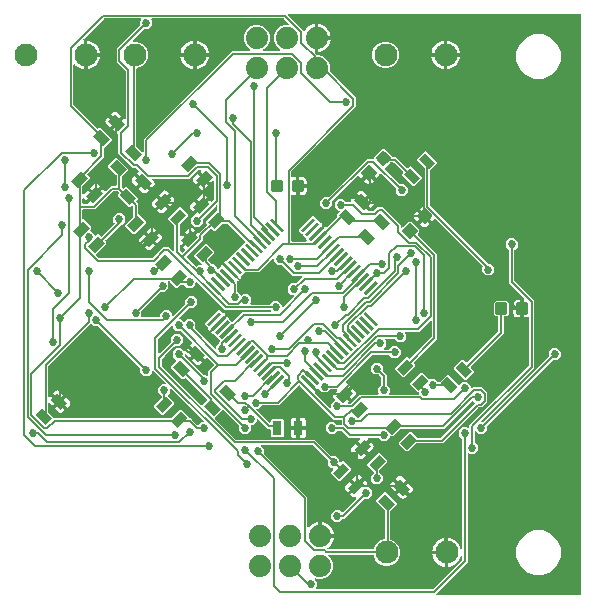
<source format=gbr>
G04 EAGLE Gerber RS-274X export*
G75*
%MOMM*%
%FSLAX34Y34*%
%LPD*%
%INTop Copper*%
%IPPOS*%
%AMOC8*
5,1,8,0,0,1.08239X$1,22.5*%
G01*
%ADD10R,0.800000X1.200000*%
%ADD11C,0.300000*%
%ADD12R,0.279400X1.473200*%
%ADD13C,1.930400*%
%ADD14C,1.879600*%
%ADD15C,0.152400*%
%ADD16C,0.685800*%

G36*
X495448Y-6186D02*
X495448Y-6186D01*
X495467Y-6188D01*
X495569Y-6166D01*
X495671Y-6150D01*
X495688Y-6140D01*
X495708Y-6136D01*
X495797Y-6083D01*
X495888Y-6034D01*
X495902Y-6020D01*
X495919Y-6010D01*
X495986Y-5931D01*
X496058Y-5856D01*
X496066Y-5838D01*
X496079Y-5823D01*
X496118Y-5727D01*
X496161Y-5633D01*
X496163Y-5613D01*
X496171Y-5595D01*
X496189Y-5428D01*
X496189Y485428D01*
X496186Y485448D01*
X496188Y485467D01*
X496166Y485569D01*
X496150Y485671D01*
X496140Y485688D01*
X496136Y485708D01*
X496083Y485797D01*
X496034Y485888D01*
X496020Y485902D01*
X496010Y485919D01*
X495931Y485986D01*
X495856Y486058D01*
X495838Y486066D01*
X495823Y486079D01*
X495727Y486118D01*
X495633Y486161D01*
X495613Y486163D01*
X495595Y486171D01*
X495428Y486189D01*
X248878Y486189D01*
X248808Y486178D01*
X248736Y486176D01*
X248687Y486158D01*
X248636Y486150D01*
X248572Y486116D01*
X248505Y486091D01*
X248464Y486059D01*
X248418Y486034D01*
X248369Y485983D01*
X248313Y485938D01*
X248285Y485894D01*
X248249Y485856D01*
X248219Y485791D01*
X248180Y485731D01*
X248167Y485680D01*
X248145Y485633D01*
X248137Y485562D01*
X248120Y485492D01*
X248124Y485440D01*
X248118Y485389D01*
X248133Y485318D01*
X248139Y485247D01*
X248159Y485199D01*
X248170Y485148D01*
X248207Y485087D01*
X248235Y485021D01*
X248280Y484965D01*
X248297Y484937D01*
X248314Y484922D01*
X248340Y484890D01*
X261015Y472215D01*
X261080Y472168D01*
X261139Y472115D01*
X261179Y472097D01*
X261215Y472071D01*
X261291Y472048D01*
X261364Y472016D01*
X261408Y472012D01*
X261450Y471999D01*
X261530Y472001D01*
X261609Y471994D01*
X261652Y472004D01*
X261696Y472005D01*
X261771Y472032D01*
X261848Y472051D01*
X261885Y472074D01*
X261927Y472090D01*
X261989Y472139D01*
X262056Y472181D01*
X262096Y472225D01*
X262119Y472243D01*
X262134Y472267D01*
X262169Y472305D01*
X263094Y473578D01*
X264422Y474906D01*
X265943Y476011D01*
X267617Y476864D01*
X269404Y477445D01*
X270677Y477646D01*
X270677Y466562D01*
X270680Y466542D01*
X270678Y466523D01*
X270700Y466421D01*
X270717Y466319D01*
X270726Y466302D01*
X270730Y466282D01*
X270783Y466193D01*
X270832Y466102D01*
X270846Y466088D01*
X270856Y466071D01*
X270935Y466004D01*
X271010Y465933D01*
X271028Y465924D01*
X271043Y465911D01*
X271139Y465873D01*
X271233Y465829D01*
X271253Y465827D01*
X271271Y465819D01*
X271438Y465801D01*
X272201Y465801D01*
X272201Y465799D01*
X271438Y465799D01*
X271418Y465796D01*
X271399Y465798D01*
X271297Y465776D01*
X271195Y465759D01*
X271178Y465750D01*
X271158Y465746D01*
X271069Y465693D01*
X270978Y465644D01*
X270964Y465630D01*
X270947Y465620D01*
X270880Y465541D01*
X270809Y465466D01*
X270800Y465448D01*
X270787Y465433D01*
X270748Y465337D01*
X270705Y465243D01*
X270703Y465223D01*
X270695Y465205D01*
X270677Y465038D01*
X270677Y453724D01*
X270692Y453634D01*
X270699Y453543D01*
X270711Y453514D01*
X270717Y453482D01*
X270759Y453401D01*
X270795Y453317D01*
X270821Y453285D01*
X270832Y453264D01*
X270855Y453242D01*
X270900Y453186D01*
X272540Y451546D01*
X272614Y451493D01*
X272684Y451433D01*
X272714Y451421D01*
X272740Y451402D01*
X272827Y451375D01*
X272912Y451341D01*
X272953Y451337D01*
X272975Y451330D01*
X273007Y451331D01*
X273078Y451323D01*
X274373Y451323D01*
X278387Y449660D01*
X281460Y446587D01*
X283123Y442573D01*
X283123Y438231D01*
X283137Y438140D01*
X283145Y438050D01*
X283157Y438020D01*
X283162Y437988D01*
X283205Y437907D01*
X283241Y437823D01*
X283267Y437791D01*
X283278Y437770D01*
X283301Y437748D01*
X283346Y437692D01*
X305563Y415475D01*
X305563Y407485D01*
X250922Y352844D01*
X250869Y352770D01*
X250809Y352700D01*
X250797Y352670D01*
X250778Y352644D01*
X250751Y352557D01*
X250717Y352472D01*
X250713Y352431D01*
X250706Y352409D01*
X250707Y352377D01*
X250699Y352305D01*
X250699Y348647D01*
X250718Y348531D01*
X250736Y348412D01*
X250738Y348409D01*
X250738Y348404D01*
X250794Y348300D01*
X250849Y348194D01*
X250852Y348191D01*
X250854Y348187D01*
X250939Y348106D01*
X251025Y348022D01*
X251029Y348021D01*
X251032Y348018D01*
X251139Y347968D01*
X251247Y347916D01*
X251251Y347916D01*
X251255Y347914D01*
X251373Y347901D01*
X251491Y347887D01*
X251496Y347887D01*
X251499Y347887D01*
X251513Y347890D01*
X251657Y347912D01*
X252138Y348041D01*
X254647Y348041D01*
X254647Y341262D01*
X254650Y341242D01*
X254648Y341223D01*
X254670Y341121D01*
X254687Y341019D01*
X254696Y341002D01*
X254700Y340982D01*
X254753Y340893D01*
X254802Y340802D01*
X254816Y340788D01*
X254826Y340771D01*
X254905Y340704D01*
X254980Y340633D01*
X254998Y340624D01*
X255013Y340611D01*
X255109Y340572D01*
X255203Y340529D01*
X255223Y340527D01*
X255241Y340519D01*
X255408Y340501D01*
X256171Y340501D01*
X256171Y340499D01*
X255408Y340499D01*
X255388Y340496D01*
X255369Y340498D01*
X255267Y340476D01*
X255165Y340459D01*
X255148Y340450D01*
X255128Y340446D01*
X255039Y340393D01*
X254948Y340344D01*
X254934Y340330D01*
X254917Y340320D01*
X254850Y340241D01*
X254779Y340166D01*
X254770Y340148D01*
X254757Y340133D01*
X254718Y340037D01*
X254675Y339943D01*
X254673Y339923D01*
X254665Y339905D01*
X254647Y339738D01*
X254647Y332959D01*
X252138Y332959D01*
X251657Y333088D01*
X251538Y333100D01*
X251421Y333113D01*
X251416Y333112D01*
X251412Y333113D01*
X251297Y333086D01*
X251180Y333061D01*
X251177Y333059D01*
X251173Y333058D01*
X251071Y332996D01*
X250969Y332935D01*
X250966Y332931D01*
X250963Y332929D01*
X250887Y332839D01*
X250809Y332748D01*
X250808Y332744D01*
X250805Y332741D01*
X250762Y332632D01*
X250717Y332520D01*
X250717Y332515D01*
X250715Y332512D01*
X250715Y332498D01*
X250699Y332353D01*
X250699Y294132D01*
X250702Y294112D01*
X250700Y294093D01*
X250722Y293991D01*
X250738Y293889D01*
X250748Y293872D01*
X250752Y293852D01*
X250805Y293763D01*
X250854Y293672D01*
X250868Y293658D01*
X250878Y293641D01*
X250957Y293574D01*
X251032Y293502D01*
X251050Y293494D01*
X251065Y293481D01*
X251161Y293442D01*
X251255Y293399D01*
X251275Y293397D01*
X251293Y293389D01*
X251460Y293371D01*
X262989Y293371D01*
X263083Y293386D01*
X263178Y293395D01*
X263204Y293406D01*
X263232Y293410D01*
X263316Y293455D01*
X263404Y293493D01*
X263425Y293512D01*
X263449Y293526D01*
X263515Y293595D01*
X263586Y293659D01*
X263599Y293683D01*
X263619Y293704D01*
X263659Y293790D01*
X263705Y293874D01*
X263711Y293901D01*
X263722Y293927D01*
X263733Y294022D01*
X263750Y294115D01*
X263746Y294143D01*
X263750Y294171D01*
X263729Y294265D01*
X263716Y294359D01*
X263702Y294391D01*
X263697Y294412D01*
X263680Y294440D01*
X263649Y294513D01*
X263431Y294889D01*
X263258Y295535D01*
X263258Y295938D01*
X263244Y296029D01*
X263236Y296119D01*
X263224Y296149D01*
X263219Y296181D01*
X263176Y296262D01*
X263140Y296346D01*
X263114Y296378D01*
X263103Y296399D01*
X263080Y296421D01*
X263035Y296477D01*
X260681Y298831D01*
X260659Y298933D01*
X260642Y299035D01*
X260633Y299052D01*
X260629Y299072D01*
X260576Y299161D01*
X260527Y299252D01*
X260513Y299266D01*
X260503Y299283D01*
X260424Y299350D01*
X260349Y299421D01*
X260331Y299430D01*
X260316Y299443D01*
X260220Y299482D01*
X260126Y299525D01*
X260106Y299527D01*
X260088Y299535D01*
X259964Y299548D01*
X257090Y302422D01*
X257090Y303685D01*
X268400Y314995D01*
X269663Y314995D01*
X272533Y312126D01*
X272533Y312125D01*
X272555Y312024D01*
X272572Y311922D01*
X272581Y311904D01*
X272586Y311885D01*
X272639Y311796D01*
X272687Y311704D01*
X272702Y311691D01*
X272712Y311674D01*
X272790Y311606D01*
X272865Y311535D01*
X272883Y311527D01*
X272899Y311514D01*
X272995Y311475D01*
X273089Y311431D01*
X273108Y311429D01*
X273127Y311422D01*
X273251Y311408D01*
X275609Y309050D01*
X275683Y308997D01*
X275752Y308938D01*
X275782Y308925D01*
X275808Y308907D01*
X275895Y308880D01*
X275980Y308846D01*
X276021Y308841D01*
X276044Y308834D01*
X276076Y308835D01*
X276147Y308827D01*
X276551Y308827D01*
X277197Y308654D01*
X277776Y308320D01*
X278462Y307634D01*
X271457Y300629D01*
X271446Y300613D01*
X271430Y300600D01*
X271374Y300513D01*
X271314Y300429D01*
X271308Y300410D01*
X271297Y300393D01*
X271272Y300292D01*
X271241Y300194D01*
X271242Y300174D01*
X271237Y300155D01*
X271245Y300052D01*
X271248Y299948D01*
X271255Y299929D01*
X271256Y299909D01*
X271296Y299815D01*
X271332Y299717D01*
X271345Y299701D01*
X271352Y299683D01*
X271457Y299552D01*
X271473Y299540D01*
X271486Y299525D01*
X271573Y299469D01*
X271657Y299408D01*
X271676Y299403D01*
X271693Y299392D01*
X271793Y299366D01*
X271892Y299336D01*
X271912Y299337D01*
X271931Y299332D01*
X272034Y299340D01*
X272138Y299342D01*
X272157Y299349D01*
X272177Y299351D01*
X272271Y299391D01*
X272369Y299427D01*
X272385Y299439D01*
X272403Y299447D01*
X272534Y299552D01*
X279539Y306557D01*
X280225Y305871D01*
X280241Y305859D01*
X280253Y305844D01*
X280340Y305788D01*
X280424Y305728D01*
X280443Y305722D01*
X280460Y305711D01*
X280561Y305686D01*
X280659Y305655D01*
X280679Y305656D01*
X280699Y305651D01*
X280802Y305659D01*
X280905Y305662D01*
X280924Y305668D01*
X280944Y305670D01*
X281039Y305710D01*
X281136Y305746D01*
X281152Y305758D01*
X281170Y305766D01*
X281301Y305871D01*
X289656Y314226D01*
X289668Y314242D01*
X289684Y314255D01*
X289740Y314342D01*
X289800Y314426D01*
X289806Y314445D01*
X289817Y314462D01*
X289842Y314562D01*
X289872Y314661D01*
X289872Y314681D01*
X289876Y314701D01*
X289868Y314803D01*
X289866Y314907D01*
X289859Y314926D01*
X289857Y314946D01*
X289840Y314986D01*
X289840Y316382D01*
X291817Y318359D01*
X291859Y318417D01*
X291908Y318469D01*
X291930Y318516D01*
X291961Y318558D01*
X291982Y318627D01*
X292012Y318692D01*
X292018Y318744D01*
X292033Y318794D01*
X292031Y318865D01*
X292039Y318936D01*
X292028Y318987D01*
X292027Y319039D01*
X292002Y319107D01*
X291987Y319177D01*
X291960Y319222D01*
X291942Y319270D01*
X291897Y319326D01*
X291861Y319388D01*
X291821Y319422D01*
X291789Y319462D01*
X291728Y319501D01*
X291674Y319548D01*
X291625Y319567D01*
X291582Y319595D01*
X291512Y319613D01*
X291446Y319640D01*
X291374Y319648D01*
X291343Y319656D01*
X291320Y319654D01*
X291279Y319658D01*
X290556Y319658D01*
X287654Y322560D01*
X287654Y326664D01*
X290556Y329566D01*
X294660Y329566D01*
X297104Y327122D01*
X297178Y327069D01*
X297247Y327009D01*
X297277Y326997D01*
X297304Y326978D01*
X297391Y326951D01*
X297475Y326917D01*
X297516Y326913D01*
X297539Y326906D01*
X297571Y326907D01*
X297642Y326899D01*
X300894Y326899D01*
X301010Y326918D01*
X301129Y326936D01*
X301132Y326938D01*
X301136Y326938D01*
X301241Y326994D01*
X301347Y327049D01*
X301350Y327052D01*
X301354Y327054D01*
X301435Y327139D01*
X301518Y327225D01*
X301520Y327229D01*
X301523Y327232D01*
X301573Y327339D01*
X301625Y327447D01*
X301625Y327451D01*
X301627Y327455D01*
X301640Y327571D01*
X301654Y327691D01*
X301653Y327696D01*
X301654Y327699D01*
X301651Y327713D01*
X301629Y327857D01*
X301552Y328144D01*
X301552Y328813D01*
X301725Y329459D01*
X302060Y330038D01*
X304048Y332026D01*
X309548Y326526D01*
X309564Y326514D01*
X309577Y326499D01*
X309664Y326443D01*
X309748Y326382D01*
X309767Y326376D01*
X309784Y326366D01*
X309884Y326340D01*
X309983Y326310D01*
X310003Y326310D01*
X310022Y326306D01*
X310125Y326314D01*
X310229Y326316D01*
X310247Y326323D01*
X310267Y326325D01*
X310362Y326365D01*
X310460Y326401D01*
X310475Y326413D01*
X310494Y326421D01*
X310625Y326526D01*
X311164Y327065D01*
X311165Y327064D01*
X310626Y326525D01*
X310614Y326508D01*
X310599Y326496D01*
X310542Y326408D01*
X310482Y326325D01*
X310476Y326306D01*
X310466Y326289D01*
X310440Y326188D01*
X310410Y326090D01*
X310410Y326070D01*
X310406Y326050D01*
X310414Y325948D01*
X310416Y325844D01*
X310423Y325825D01*
X310425Y325805D01*
X310465Y325711D01*
X310501Y325613D01*
X310513Y325597D01*
X310521Y325579D01*
X310626Y325448D01*
X316572Y319502D01*
X316646Y319449D01*
X316715Y319389D01*
X316746Y319377D01*
X316772Y319358D01*
X316859Y319331D01*
X316944Y319297D01*
X316985Y319293D01*
X317007Y319286D01*
X317039Y319287D01*
X317110Y319279D01*
X320301Y319279D01*
X320392Y319293D01*
X320482Y319301D01*
X320512Y319313D01*
X320544Y319318D01*
X320625Y319361D01*
X320709Y319397D01*
X320741Y319423D01*
X320762Y319434D01*
X320784Y319457D01*
X320840Y319502D01*
X323665Y322327D01*
X328607Y322327D01*
X343663Y307271D01*
X343663Y305928D01*
X343674Y305857D01*
X343676Y305785D01*
X343694Y305736D01*
X343702Y305685D01*
X343736Y305622D01*
X343761Y305554D01*
X343793Y305514D01*
X343818Y305468D01*
X343870Y305418D01*
X343914Y305362D01*
X343958Y305334D01*
X343996Y305298D01*
X344061Y305268D01*
X344121Y305229D01*
X344172Y305217D01*
X344219Y305195D01*
X344290Y305187D01*
X344360Y305169D01*
X344412Y305173D01*
X344463Y305168D01*
X344534Y305183D01*
X344605Y305188D01*
X344653Y305209D01*
X344704Y305220D01*
X344765Y305257D01*
X344831Y305285D01*
X344887Y305330D01*
X344915Y305346D01*
X344930Y305364D01*
X344962Y305390D01*
X349946Y310373D01*
X352452Y310373D01*
X359173Y303652D01*
X359173Y301146D01*
X358067Y300040D01*
X358055Y300023D01*
X358040Y300011D01*
X357984Y299924D01*
X357923Y299840D01*
X357918Y299821D01*
X357907Y299804D01*
X357881Y299704D01*
X357851Y299605D01*
X357852Y299585D01*
X357847Y299566D01*
X357855Y299463D01*
X357857Y299359D01*
X357864Y299340D01*
X357866Y299320D01*
X357906Y299225D01*
X357942Y299128D01*
X357954Y299112D01*
X357962Y299094D01*
X358067Y298963D01*
X372580Y284450D01*
X374143Y282887D01*
X374143Y210889D01*
X354536Y191282D01*
X354524Y191266D01*
X354509Y191253D01*
X354453Y191166D01*
X354392Y191082D01*
X354387Y191063D01*
X354376Y191047D01*
X354350Y190946D01*
X354320Y190847D01*
X354321Y190827D01*
X354316Y190808D01*
X354324Y190705D01*
X354326Y190601D01*
X354333Y190583D01*
X354335Y190563D01*
X354375Y190468D01*
X354411Y190370D01*
X354423Y190355D01*
X354431Y190336D01*
X354536Y190206D01*
X355632Y189110D01*
X355632Y187847D01*
X346253Y178468D01*
X344990Y178468D01*
X338440Y185018D01*
X338440Y186281D01*
X347819Y195660D01*
X349082Y195660D01*
X350226Y194516D01*
X350242Y194504D01*
X350254Y194489D01*
X350341Y194433D01*
X350425Y194372D01*
X350444Y194367D01*
X350461Y194356D01*
X350562Y194331D01*
X350660Y194300D01*
X350680Y194301D01*
X350700Y194296D01*
X350803Y194304D01*
X350906Y194306D01*
X350925Y194313D01*
X350945Y194315D01*
X351040Y194355D01*
X351137Y194391D01*
X351153Y194403D01*
X351171Y194411D01*
X351302Y194516D01*
X369346Y212560D01*
X369399Y212634D01*
X369459Y212704D01*
X369471Y212734D01*
X369490Y212760D01*
X369517Y212847D01*
X369551Y212932D01*
X369555Y212973D01*
X369562Y212995D01*
X369561Y213027D01*
X369569Y213099D01*
X369569Y225814D01*
X369558Y225884D01*
X369556Y225956D01*
X369538Y226005D01*
X369530Y226056D01*
X369496Y226120D01*
X369471Y226187D01*
X369439Y226228D01*
X369414Y226274D01*
X369362Y226323D01*
X369318Y226379D01*
X369274Y226407D01*
X369236Y226443D01*
X369171Y226473D01*
X369111Y226512D01*
X369060Y226525D01*
X369013Y226547D01*
X368942Y226555D01*
X368872Y226572D01*
X368820Y226568D01*
X368769Y226574D01*
X368698Y226559D01*
X368627Y226553D01*
X368579Y226533D01*
X368528Y226522D01*
X368467Y226485D01*
X368401Y226457D01*
X368345Y226412D01*
X368317Y226395D01*
X368302Y226378D01*
X368270Y226352D01*
X360650Y218732D01*
X359087Y217169D01*
X347934Y217169D01*
X347863Y217158D01*
X347792Y217156D01*
X347743Y217138D01*
X347691Y217130D01*
X347628Y217096D01*
X347561Y217071D01*
X347520Y217039D01*
X347474Y217014D01*
X347425Y216963D01*
X347369Y216918D01*
X347341Y216874D01*
X347305Y216836D01*
X347274Y216771D01*
X347236Y216711D01*
X347223Y216660D01*
X347201Y216613D01*
X347193Y216542D01*
X347176Y216472D01*
X347180Y216420D01*
X347174Y216369D01*
X347189Y216298D01*
X347195Y216227D01*
X347215Y216179D01*
X347226Y216128D01*
X347263Y216067D01*
X347291Y216001D01*
X347336Y215945D01*
X347352Y215917D01*
X347370Y215902D01*
X347396Y215870D01*
X347854Y215412D01*
X347854Y211308D01*
X344952Y208406D01*
X340848Y208406D01*
X338404Y210850D01*
X338330Y210903D01*
X338261Y210963D01*
X338230Y210975D01*
X338204Y210994D01*
X338117Y211021D01*
X338032Y211055D01*
X337992Y211059D01*
X337969Y211066D01*
X337937Y211065D01*
X337866Y211073D01*
X331170Y211073D01*
X331099Y211062D01*
X331028Y211060D01*
X330979Y211042D01*
X330927Y211034D01*
X330864Y211000D01*
X330797Y210975D01*
X330756Y210943D01*
X330710Y210918D01*
X330661Y210867D01*
X330605Y210822D01*
X330577Y210778D01*
X330541Y210740D01*
X330510Y210675D01*
X330472Y210615D01*
X330459Y210564D01*
X330437Y210517D01*
X330429Y210446D01*
X330412Y210376D01*
X330416Y210324D01*
X330410Y210273D01*
X330425Y210202D01*
X330431Y210131D01*
X330451Y210083D01*
X330462Y210032D01*
X330499Y209971D01*
X330527Y209905D01*
X330572Y209849D01*
X330588Y209821D01*
X330606Y209806D01*
X330632Y209774D01*
X331090Y209316D01*
X331090Y205212D01*
X329108Y203230D01*
X329066Y203172D01*
X329017Y203120D01*
X328995Y203073D01*
X328964Y203031D01*
X328943Y202962D01*
X328913Y202897D01*
X328907Y202845D01*
X328892Y202795D01*
X328894Y202724D01*
X328886Y202653D01*
X328897Y202602D01*
X328898Y202550D01*
X328923Y202482D01*
X328938Y202412D01*
X328965Y202367D01*
X328983Y202319D01*
X329028Y202263D01*
X329064Y202201D01*
X329104Y202167D01*
X329137Y202127D01*
X329197Y202088D01*
X329251Y202041D01*
X329300Y202022D01*
X329343Y201994D01*
X329413Y201976D01*
X329479Y201949D01*
X329551Y201941D01*
X329582Y201933D01*
X329605Y201935D01*
X329646Y201931D01*
X333294Y201931D01*
X333384Y201945D01*
X333475Y201953D01*
X333505Y201965D01*
X333537Y201970D01*
X333617Y202013D01*
X333701Y202049D01*
X333733Y202075D01*
X333754Y202086D01*
X333776Y202109D01*
X333832Y202154D01*
X336276Y204598D01*
X340380Y204598D01*
X343282Y201696D01*
X343282Y197592D01*
X340380Y194690D01*
X336276Y194690D01*
X333832Y197134D01*
X333758Y197187D01*
X333689Y197247D01*
X333658Y197259D01*
X333632Y197278D01*
X333545Y197305D01*
X333460Y197339D01*
X333420Y197343D01*
X333397Y197350D01*
X333365Y197349D01*
X333294Y197357D01*
X319779Y197357D01*
X319688Y197343D01*
X319598Y197335D01*
X319568Y197323D01*
X319536Y197318D01*
X319455Y197275D01*
X319371Y197239D01*
X319339Y197213D01*
X319318Y197202D01*
X319296Y197179D01*
X319240Y197134D01*
X297081Y174975D01*
X297039Y174917D01*
X296990Y174865D01*
X296968Y174818D01*
X296938Y174776D01*
X296917Y174707D01*
X296886Y174642D01*
X296881Y174590D01*
X296865Y174540D01*
X296867Y174469D01*
X296859Y174398D01*
X296870Y174347D01*
X296872Y174295D01*
X296896Y174227D01*
X296911Y174157D01*
X296938Y174112D01*
X296956Y174064D01*
X297001Y174008D01*
X297038Y173946D01*
X297077Y173912D01*
X297110Y173872D01*
X297170Y173833D01*
X297225Y173786D01*
X297273Y173767D01*
X297317Y173739D01*
X297386Y173721D01*
X297453Y173694D01*
X297524Y173686D01*
X297555Y173678D01*
X297579Y173680D01*
X297619Y173676D01*
X297685Y173676D01*
X298331Y173503D01*
X298910Y173168D01*
X300898Y171180D01*
X295398Y165680D01*
X295386Y165664D01*
X295371Y165651D01*
X295315Y165564D01*
X295254Y165480D01*
X295248Y165461D01*
X295238Y165444D01*
X295212Y165344D01*
X295182Y165245D01*
X295182Y165225D01*
X295178Y165206D01*
X295186Y165103D01*
X295188Y164999D01*
X295195Y164980D01*
X295197Y164961D01*
X295237Y164865D01*
X295273Y164768D01*
X295285Y164752D01*
X295293Y164734D01*
X295398Y164603D01*
X295937Y164064D01*
X295398Y163525D01*
X295386Y163508D01*
X295371Y163496D01*
X295314Y163408D01*
X295254Y163325D01*
X295248Y163306D01*
X295238Y163289D01*
X295212Y163188D01*
X295182Y163090D01*
X295182Y163070D01*
X295178Y163050D01*
X295186Y162948D01*
X295188Y162844D01*
X295195Y162825D01*
X295197Y162805D01*
X295237Y162710D01*
X295273Y162613D01*
X295285Y162597D01*
X295293Y162579D01*
X295398Y162448D01*
X299484Y158362D01*
X298632Y157510D01*
X298591Y157452D01*
X298541Y157400D01*
X298519Y157353D01*
X298489Y157311D01*
X298468Y157242D01*
X298438Y157177D01*
X298432Y157125D01*
X298416Y157075D01*
X298418Y157004D01*
X298410Y156933D01*
X298421Y156882D01*
X298423Y156830D01*
X298447Y156762D01*
X298463Y156692D01*
X298489Y156648D01*
X298507Y156599D01*
X298552Y156543D01*
X298589Y156481D01*
X298628Y156447D01*
X298661Y156407D01*
X298721Y156368D01*
X298776Y156321D01*
X298824Y156302D01*
X298868Y156274D01*
X298937Y156256D01*
X299004Y156229D01*
X299075Y156221D01*
X299106Y156213D01*
X299130Y156215D01*
X299171Y156211D01*
X300489Y156211D01*
X300580Y156225D01*
X300670Y156233D01*
X300700Y156245D01*
X300732Y156250D01*
X300813Y156293D01*
X300897Y156329D01*
X300929Y156355D01*
X300950Y156366D01*
X300972Y156389D01*
X301028Y156434D01*
X308425Y163831D01*
X324150Y163831D01*
X324221Y163842D01*
X324292Y163844D01*
X324341Y163862D01*
X324393Y163870D01*
X324456Y163904D01*
X324523Y163929D01*
X324564Y163961D01*
X324610Y163986D01*
X324659Y164037D01*
X324715Y164082D01*
X324743Y164126D01*
X324779Y164164D01*
X324810Y164229D01*
X324848Y164289D01*
X324861Y164340D01*
X324883Y164387D01*
X324891Y164458D01*
X324908Y164528D01*
X324904Y164580D01*
X324910Y164631D01*
X324895Y164702D01*
X324889Y164773D01*
X324869Y164821D01*
X324858Y164872D01*
X324821Y164933D01*
X324793Y164999D01*
X324748Y165055D01*
X324732Y165083D01*
X324714Y165098D01*
X324688Y165130D01*
X324230Y165588D01*
X324230Y169692D01*
X326674Y172136D01*
X326727Y172210D01*
X326787Y172279D01*
X326799Y172310D01*
X326818Y172336D01*
X326845Y172423D01*
X326879Y172508D01*
X326883Y172548D01*
X326890Y172571D01*
X326889Y172603D01*
X326897Y172674D01*
X326897Y178569D01*
X326883Y178660D01*
X326875Y178750D01*
X326863Y178780D01*
X326858Y178812D01*
X326815Y178893D01*
X326779Y178977D01*
X326753Y179009D01*
X326742Y179030D01*
X326719Y179052D01*
X326674Y179108D01*
X325031Y180751D01*
X324957Y180804D01*
X324887Y180864D01*
X324857Y180876D01*
X324831Y180895D01*
X324744Y180922D01*
X324659Y180956D01*
X324618Y180960D01*
X324596Y180967D01*
X324564Y180966D01*
X324492Y180974D01*
X321036Y180974D01*
X318134Y183876D01*
X318134Y187980D01*
X321036Y190882D01*
X325140Y190882D01*
X328042Y187980D01*
X328042Y184524D01*
X328056Y184433D01*
X328064Y184343D01*
X328076Y184313D01*
X328081Y184281D01*
X328124Y184200D01*
X328160Y184116D01*
X328186Y184084D01*
X328197Y184063D01*
X328220Y184041D01*
X328265Y183985D01*
X331471Y180779D01*
X331471Y172674D01*
X331472Y172667D01*
X331472Y172665D01*
X331474Y172656D01*
X331485Y172584D01*
X331493Y172493D01*
X331505Y172463D01*
X331510Y172431D01*
X331553Y172351D01*
X331589Y172267D01*
X331615Y172235D01*
X331626Y172214D01*
X331649Y172192D01*
X331694Y172136D01*
X334138Y169692D01*
X334138Y165588D01*
X333680Y165130D01*
X333638Y165072D01*
X333589Y165020D01*
X333567Y164973D01*
X333536Y164931D01*
X333515Y164862D01*
X333485Y164797D01*
X333479Y164745D01*
X333464Y164695D01*
X333466Y164624D01*
X333458Y164553D01*
X333469Y164502D01*
X333470Y164450D01*
X333495Y164382D01*
X333510Y164312D01*
X333537Y164267D01*
X333555Y164219D01*
X333600Y164163D01*
X333636Y164101D01*
X333676Y164067D01*
X333709Y164027D01*
X333769Y163988D01*
X333823Y163941D01*
X333872Y163922D01*
X333915Y163894D01*
X333985Y163876D01*
X334051Y163849D01*
X334123Y163841D01*
X334154Y163833D01*
X334177Y163835D01*
X334218Y163831D01*
X358521Y163831D01*
X358541Y163834D01*
X358560Y163832D01*
X358662Y163854D01*
X358764Y163870D01*
X358781Y163880D01*
X358801Y163884D01*
X358890Y163937D01*
X358981Y163986D01*
X358995Y164000D01*
X359012Y164010D01*
X359079Y164089D01*
X359151Y164164D01*
X359159Y164182D01*
X359172Y164197D01*
X359211Y164293D01*
X359254Y164387D01*
X359256Y164407D01*
X359264Y164425D01*
X359282Y164592D01*
X359282Y164979D01*
X359279Y164999D01*
X359281Y165018D01*
X359259Y165120D01*
X359243Y165222D01*
X359233Y165239D01*
X359229Y165259D01*
X359176Y165348D01*
X359127Y165439D01*
X359113Y165453D01*
X359103Y165470D01*
X359024Y165537D01*
X358949Y165608D01*
X358931Y165617D01*
X358916Y165630D01*
X358820Y165669D01*
X358726Y165712D01*
X358706Y165714D01*
X358688Y165722D01*
X358521Y165740D01*
X357718Y165740D01*
X351168Y172290D01*
X351168Y173553D01*
X360547Y182932D01*
X361810Y182932D01*
X367390Y177352D01*
X367406Y177340D01*
X367418Y177325D01*
X367505Y177269D01*
X367589Y177208D01*
X367608Y177202D01*
X367625Y177192D01*
X367726Y177166D01*
X367824Y177136D01*
X367844Y177136D01*
X367864Y177132D01*
X367967Y177140D01*
X368070Y177142D01*
X368089Y177149D01*
X368109Y177151D01*
X368144Y177166D01*
X372384Y177166D01*
X374828Y174722D01*
X374902Y174669D01*
X374971Y174609D01*
X375002Y174597D01*
X375028Y174578D01*
X375115Y174551D01*
X375200Y174517D01*
X375240Y174513D01*
X375263Y174506D01*
X375295Y174507D01*
X375366Y174499D01*
X375742Y174499D01*
X375832Y174513D01*
X375923Y174521D01*
X375953Y174533D01*
X375985Y174538D01*
X376065Y174581D01*
X376149Y174617D01*
X376181Y174643D01*
X376202Y174654D01*
X376224Y174677D01*
X376280Y174722D01*
X382290Y180732D01*
X383553Y180732D01*
X392402Y171884D01*
X392418Y171872D01*
X392430Y171857D01*
X392517Y171800D01*
X392601Y171740D01*
X392620Y171734D01*
X392637Y171724D01*
X392738Y171698D01*
X392836Y171668D01*
X392856Y171668D01*
X392876Y171663D01*
X392979Y171671D01*
X393082Y171674D01*
X393101Y171681D01*
X393121Y171683D01*
X393216Y171723D01*
X393313Y171759D01*
X393329Y171771D01*
X393347Y171779D01*
X393478Y171884D01*
X395712Y174118D01*
X399816Y174118D01*
X402718Y171216D01*
X402718Y170045D01*
X402729Y169975D01*
X402731Y169903D01*
X402749Y169854D01*
X402757Y169803D01*
X402791Y169739D01*
X402816Y169672D01*
X402848Y169631D01*
X402873Y169585D01*
X402924Y169536D01*
X402969Y169480D01*
X403013Y169452D01*
X403051Y169416D01*
X403116Y169386D01*
X403176Y169347D01*
X403227Y169334D01*
X403274Y169312D01*
X403345Y169304D01*
X403415Y169287D01*
X403467Y169291D01*
X403518Y169285D01*
X403589Y169300D01*
X403660Y169306D01*
X403708Y169326D01*
X403759Y169337D01*
X403820Y169374D01*
X403886Y169402D01*
X403942Y169447D01*
X403970Y169464D01*
X403985Y169481D01*
X404017Y169507D01*
X404437Y169927D01*
X412427Y169927D01*
X416815Y165539D01*
X416815Y157549D01*
X412427Y153161D01*
X409695Y153161D01*
X409604Y153147D01*
X409514Y153139D01*
X409484Y153127D01*
X409452Y153122D01*
X409371Y153079D01*
X409287Y153043D01*
X409255Y153017D01*
X409234Y153006D01*
X409212Y152983D01*
X409156Y152938D01*
X378899Y122681D01*
X356738Y122681D01*
X356648Y122667D01*
X356557Y122659D01*
X356527Y122647D01*
X356495Y122642D01*
X356414Y122599D01*
X356330Y122563D01*
X356298Y122537D01*
X356278Y122526D01*
X356255Y122503D01*
X356199Y122458D01*
X349481Y115740D01*
X348218Y115740D01*
X341668Y122290D01*
X341668Y123553D01*
X351047Y132932D01*
X352310Y132932D01*
X357764Y127478D01*
X357838Y127425D01*
X357907Y127365D01*
X357937Y127353D01*
X357964Y127334D01*
X358051Y127307D01*
X358135Y127273D01*
X358176Y127269D01*
X358199Y127262D01*
X358231Y127263D01*
X358302Y127255D01*
X376689Y127255D01*
X376780Y127269D01*
X376870Y127277D01*
X376900Y127289D01*
X376932Y127294D01*
X377013Y127337D01*
X377097Y127373D01*
X377129Y127399D01*
X377150Y127410D01*
X377172Y127433D01*
X377228Y127478D01*
X405822Y156072D01*
X405834Y156088D01*
X405849Y156100D01*
X405905Y156188D01*
X405965Y156272D01*
X405971Y156291D01*
X405982Y156307D01*
X406007Y156408D01*
X406038Y156507D01*
X406037Y156527D01*
X406042Y156546D01*
X406034Y156649D01*
X406031Y156753D01*
X406025Y156771D01*
X406023Y156791D01*
X405983Y156886D01*
X405947Y156984D01*
X405935Y156999D01*
X405927Y157017D01*
X405822Y157148D01*
X404798Y158172D01*
X404782Y158184D01*
X404770Y158199D01*
X404682Y158255D01*
X404599Y158315D01*
X404580Y158321D01*
X404563Y158332D01*
X404462Y158357D01*
X404364Y158388D01*
X404344Y158387D01*
X404324Y158392D01*
X404221Y158384D01*
X404118Y158381D01*
X404099Y158375D01*
X404079Y158373D01*
X403984Y158333D01*
X403887Y158297D01*
X403871Y158285D01*
X403853Y158277D01*
X403722Y158172D01*
X381986Y136436D01*
X380423Y134873D01*
X343474Y134873D01*
X343384Y134859D01*
X343293Y134851D01*
X343263Y134839D01*
X343231Y134834D01*
X343150Y134791D01*
X343067Y134755D01*
X343034Y134729D01*
X343014Y134718D01*
X342992Y134695D01*
X342936Y134650D01*
X336753Y128468D01*
X335490Y128468D01*
X335437Y128521D01*
X335379Y128563D01*
X335327Y128612D01*
X335280Y128634D01*
X335238Y128665D01*
X335169Y128686D01*
X335104Y128716D01*
X335052Y128722D01*
X335002Y128737D01*
X334931Y128735D01*
X334860Y128743D01*
X334809Y128732D01*
X334757Y128731D01*
X334689Y128706D01*
X334619Y128691D01*
X334574Y128664D01*
X334526Y128646D01*
X334470Y128601D01*
X334408Y128565D01*
X334374Y128525D01*
X334334Y128493D01*
X334295Y128432D01*
X334248Y128378D01*
X334229Y128329D01*
X334201Y128286D01*
X334183Y128216D01*
X334156Y128150D01*
X334148Y128078D01*
X334140Y128047D01*
X334142Y128024D01*
X334138Y127983D01*
X334138Y127488D01*
X331236Y124586D01*
X327132Y124586D01*
X324688Y127030D01*
X324614Y127083D01*
X324545Y127143D01*
X324514Y127155D01*
X324488Y127174D01*
X324401Y127201D01*
X324316Y127235D01*
X324276Y127239D01*
X324253Y127246D01*
X324221Y127245D01*
X324150Y127253D01*
X316163Y127253D01*
X316092Y127242D01*
X316020Y127240D01*
X315971Y127222D01*
X315920Y127214D01*
X315857Y127180D01*
X315789Y127155D01*
X315749Y127123D01*
X315703Y127098D01*
X315653Y127047D01*
X315597Y127002D01*
X315569Y126958D01*
X315533Y126920D01*
X315503Y126855D01*
X315464Y126795D01*
X315452Y126744D01*
X315430Y126697D01*
X315422Y126626D01*
X315404Y126556D01*
X315408Y126504D01*
X315403Y126453D01*
X315418Y126382D01*
X315423Y126311D01*
X315444Y126263D01*
X315455Y126212D01*
X315492Y126151D01*
X315520Y126085D01*
X315565Y126029D01*
X315581Y126001D01*
X315599Y125986D01*
X315625Y125954D01*
X315798Y125780D01*
X310836Y120818D01*
X307288Y124366D01*
X308876Y125954D01*
X308918Y126012D01*
X308967Y126064D01*
X308989Y126111D01*
X309019Y126153D01*
X309040Y126222D01*
X309071Y126287D01*
X309076Y126339D01*
X309092Y126389D01*
X309090Y126460D01*
X309098Y126531D01*
X309087Y126582D01*
X309085Y126634D01*
X309061Y126702D01*
X309046Y126772D01*
X309019Y126816D01*
X309001Y126865D01*
X308956Y126921D01*
X308919Y126983D01*
X308880Y127017D01*
X308847Y127057D01*
X308787Y127096D01*
X308732Y127143D01*
X308684Y127162D01*
X308640Y127190D01*
X308571Y127208D01*
X308504Y127235D01*
X308433Y127243D01*
X308402Y127251D01*
X308378Y127249D01*
X308338Y127253D01*
X299281Y127253D01*
X293408Y133126D01*
X293334Y133179D01*
X293264Y133239D01*
X293234Y133251D01*
X293208Y133270D01*
X293121Y133297D01*
X293036Y133331D01*
X292995Y133335D01*
X292973Y133342D01*
X292941Y133341D01*
X292869Y133349D01*
X290022Y133349D01*
X289932Y133335D01*
X289841Y133327D01*
X289811Y133315D01*
X289779Y133310D01*
X289699Y133267D01*
X289615Y133231D01*
X289583Y133205D01*
X289562Y133194D01*
X289540Y133171D01*
X289484Y133126D01*
X287040Y130682D01*
X282936Y130682D01*
X280034Y133584D01*
X280034Y137688D01*
X282936Y140590D01*
X287040Y140590D01*
X289484Y138146D01*
X289558Y138093D01*
X289627Y138033D01*
X289658Y138021D01*
X289684Y138002D01*
X289771Y137975D01*
X289856Y137941D01*
X289896Y137937D01*
X289919Y137930D01*
X289951Y137931D01*
X290022Y137923D01*
X292608Y137923D01*
X292628Y137926D01*
X292647Y137924D01*
X292749Y137946D01*
X292851Y137962D01*
X292868Y137972D01*
X292888Y137976D01*
X292977Y138029D01*
X293068Y138078D01*
X293082Y138092D01*
X293099Y138102D01*
X293166Y138181D01*
X293238Y138256D01*
X293246Y138274D01*
X293259Y138289D01*
X293298Y138385D01*
X293341Y138479D01*
X293343Y138499D01*
X293351Y138517D01*
X293369Y138684D01*
X293369Y141732D01*
X293366Y141752D01*
X293368Y141771D01*
X293346Y141873D01*
X293330Y141975D01*
X293320Y141992D01*
X293316Y142012D01*
X293263Y142101D01*
X293214Y142192D01*
X293200Y142206D01*
X293190Y142223D01*
X293111Y142290D01*
X293036Y142362D01*
X293018Y142370D01*
X293003Y142383D01*
X292907Y142422D01*
X292813Y142465D01*
X292793Y142467D01*
X292775Y142475D01*
X292608Y142493D01*
X287089Y142493D01*
X285526Y144056D01*
X258094Y171488D01*
X258078Y171499D01*
X258066Y171515D01*
X257978Y171571D01*
X257895Y171631D01*
X257876Y171637D01*
X257859Y171648D01*
X257758Y171673D01*
X257659Y171704D01*
X257640Y171703D01*
X257620Y171708D01*
X257517Y171700D01*
X257414Y171697D01*
X257395Y171690D01*
X257375Y171689D01*
X257280Y171649D01*
X257183Y171613D01*
X257167Y171600D01*
X257149Y171593D01*
X257018Y171488D01*
X240215Y154685D01*
X226014Y154685D01*
X225924Y154671D01*
X225833Y154663D01*
X225803Y154651D01*
X225771Y154646D01*
X225691Y154603D01*
X225607Y154567D01*
X225575Y154541D01*
X225554Y154530D01*
X225532Y154507D01*
X225476Y154462D01*
X223032Y152018D01*
X221861Y152018D01*
X221791Y152007D01*
X221719Y152005D01*
X221670Y151987D01*
X221619Y151979D01*
X221555Y151945D01*
X221488Y151920D01*
X221447Y151888D01*
X221401Y151863D01*
X221352Y151812D01*
X221296Y151767D01*
X221268Y151723D01*
X221232Y151685D01*
X221202Y151620D01*
X221163Y151560D01*
X221150Y151509D01*
X221128Y151462D01*
X221120Y151391D01*
X221103Y151321D01*
X221107Y151269D01*
X221101Y151218D01*
X221116Y151147D01*
X221122Y151076D01*
X221142Y151028D01*
X221153Y150977D01*
X221190Y150916D01*
X221218Y150850D01*
X221263Y150794D01*
X221280Y150766D01*
X221297Y150751D01*
X221323Y150719D01*
X231876Y140166D01*
X231934Y140124D01*
X231986Y140075D01*
X232033Y140053D01*
X232075Y140023D01*
X232144Y140002D01*
X232209Y139971D01*
X232261Y139966D01*
X232311Y139950D01*
X232382Y139952D01*
X232453Y139944D01*
X232504Y139955D01*
X232556Y139957D01*
X232624Y139981D01*
X232694Y139996D01*
X232738Y140023D01*
X232787Y140041D01*
X232843Y140086D01*
X232905Y140123D01*
X232939Y140162D01*
X232979Y140195D01*
X233018Y140255D01*
X233065Y140310D01*
X233084Y140358D01*
X233112Y140402D01*
X233130Y140471D01*
X233157Y140538D01*
X233165Y140609D01*
X233173Y140640D01*
X233171Y140664D01*
X233175Y140704D01*
X233175Y142432D01*
X234068Y143325D01*
X243332Y143325D01*
X244225Y142432D01*
X244225Y129168D01*
X243332Y128275D01*
X234068Y128275D01*
X233175Y129168D01*
X233175Y134112D01*
X233172Y134132D01*
X233174Y134151D01*
X233152Y134253D01*
X233136Y134355D01*
X233126Y134372D01*
X233122Y134392D01*
X233069Y134481D01*
X233020Y134572D01*
X233006Y134586D01*
X232996Y134603D01*
X232917Y134670D01*
X232842Y134742D01*
X232824Y134750D01*
X232809Y134763D01*
X232713Y134802D01*
X232619Y134845D01*
X232599Y134847D01*
X232581Y134855D01*
X232414Y134873D01*
X230701Y134873D01*
X222661Y142913D01*
X222603Y142955D01*
X222551Y143004D01*
X222504Y143026D01*
X222462Y143056D01*
X222393Y143077D01*
X222328Y143108D01*
X222276Y143113D01*
X222226Y143129D01*
X222155Y143127D01*
X222084Y143135D01*
X222033Y143124D01*
X221981Y143122D01*
X221913Y143098D01*
X221843Y143083D01*
X221798Y143056D01*
X221750Y143038D01*
X221694Y142993D01*
X221632Y142956D01*
X221598Y142917D01*
X221558Y142884D01*
X221519Y142824D01*
X221472Y142769D01*
X221453Y142721D01*
X221425Y142677D01*
X221407Y142608D01*
X221380Y142541D01*
X221372Y142470D01*
X221364Y142439D01*
X221366Y142415D01*
X221362Y142375D01*
X221362Y141204D01*
X218460Y138302D01*
X217551Y138302D01*
X217531Y138299D01*
X217512Y138301D01*
X217410Y138279D01*
X217308Y138263D01*
X217291Y138253D01*
X217271Y138249D01*
X217182Y138196D01*
X217091Y138147D01*
X217077Y138133D01*
X217060Y138123D01*
X216993Y138044D01*
X216921Y137969D01*
X216913Y137951D01*
X216900Y137936D01*
X216861Y137840D01*
X216818Y137746D01*
X216816Y137726D01*
X216808Y137708D01*
X216790Y137541D01*
X216790Y133584D01*
X213888Y130682D01*
X209784Y130682D01*
X206882Y133584D01*
X206882Y137041D01*
X206868Y137131D01*
X206860Y137222D01*
X206848Y137251D01*
X206843Y137283D01*
X206800Y137364D01*
X206764Y137448D01*
X206738Y137480D01*
X206727Y137501D01*
X206704Y137523D01*
X206659Y137579D01*
X193528Y150710D01*
X193512Y150722D01*
X193499Y150737D01*
X193412Y150793D01*
X193328Y150854D01*
X193309Y150859D01*
X193293Y150870D01*
X193192Y150895D01*
X193093Y150926D01*
X193073Y150925D01*
X193054Y150930D01*
X192951Y150922D01*
X192847Y150920D01*
X192829Y150913D01*
X192809Y150911D01*
X192714Y150871D01*
X192616Y150835D01*
X192601Y150823D01*
X192583Y150815D01*
X192452Y150710D01*
X186094Y144352D01*
X186082Y144336D01*
X186067Y144324D01*
X186011Y144236D01*
X185950Y144153D01*
X185945Y144134D01*
X185934Y144117D01*
X185909Y144016D01*
X185878Y143918D01*
X185879Y143898D01*
X185874Y143878D01*
X185882Y143775D01*
X185884Y143672D01*
X185891Y143653D01*
X185893Y143633D01*
X185933Y143538D01*
X185969Y143441D01*
X185981Y143425D01*
X185989Y143407D01*
X186094Y143276D01*
X203416Y125954D01*
X203490Y125901D01*
X203560Y125841D01*
X203590Y125829D01*
X203616Y125810D01*
X203703Y125783D01*
X203788Y125749D01*
X203829Y125745D01*
X203851Y125738D01*
X203883Y125739D01*
X203955Y125731D01*
X270695Y125731D01*
X284569Y111857D01*
X284643Y111804D01*
X284713Y111744D01*
X284743Y111732D01*
X284769Y111713D01*
X284856Y111686D01*
X284941Y111652D01*
X284982Y111648D01*
X285004Y111641D01*
X285036Y111642D01*
X285108Y111634D01*
X288564Y111634D01*
X291466Y108732D01*
X291466Y107445D01*
X291477Y107374D01*
X291479Y107302D01*
X291497Y107253D01*
X291505Y107202D01*
X291539Y107139D01*
X291564Y107071D01*
X291596Y107031D01*
X291621Y106984D01*
X291673Y106935D01*
X291717Y106879D01*
X291761Y106851D01*
X291799Y106815D01*
X291864Y106785D01*
X291924Y106746D01*
X291975Y106733D01*
X292022Y106711D01*
X292093Y106704D01*
X292163Y106686D01*
X292215Y106690D01*
X292266Y106684D01*
X292337Y106700D01*
X292408Y106705D01*
X292456Y106726D01*
X292507Y106737D01*
X292568Y106773D01*
X292634Y106802D01*
X292690Y106846D01*
X292718Y106863D01*
X292733Y106881D01*
X292765Y106906D01*
X293719Y107860D01*
X294982Y107860D01*
X301532Y101310D01*
X301532Y100047D01*
X292153Y90668D01*
X290890Y90668D01*
X284340Y97218D01*
X284340Y98481D01*
X286286Y100427D01*
X286328Y100485D01*
X286377Y100537D01*
X286399Y100584D01*
X286429Y100626D01*
X286450Y100695D01*
X286481Y100760D01*
X286486Y100812D01*
X286502Y100862D01*
X286500Y100933D01*
X286508Y101004D01*
X286497Y101055D01*
X286495Y101107D01*
X286471Y101175D01*
X286455Y101245D01*
X286429Y101290D01*
X286411Y101338D01*
X286366Y101394D01*
X286329Y101456D01*
X286290Y101490D01*
X286257Y101530D01*
X286197Y101569D01*
X286142Y101616D01*
X286094Y101635D01*
X286050Y101663D01*
X285981Y101681D01*
X285914Y101708D01*
X285843Y101716D01*
X285812Y101724D01*
X285788Y101722D01*
X285747Y101726D01*
X284460Y101726D01*
X281558Y104628D01*
X281558Y108084D01*
X281544Y108175D01*
X281536Y108265D01*
X281524Y108295D01*
X281519Y108327D01*
X281476Y108408D01*
X281440Y108492D01*
X281414Y108524D01*
X281403Y108545D01*
X281380Y108567D01*
X281335Y108623D01*
X269024Y120934D01*
X268950Y120987D01*
X268880Y121047D01*
X268850Y121059D01*
X268824Y121078D01*
X268737Y121105D01*
X268652Y121139D01*
X268611Y121143D01*
X268589Y121150D01*
X268557Y121149D01*
X268485Y121157D01*
X226014Y121157D01*
X225943Y121146D01*
X225872Y121144D01*
X225823Y121126D01*
X225771Y121118D01*
X225708Y121084D01*
X225641Y121059D01*
X225600Y121027D01*
X225554Y121002D01*
X225505Y120950D01*
X225449Y120906D01*
X225421Y120862D01*
X225385Y120824D01*
X225354Y120759D01*
X225316Y120699D01*
X225303Y120648D01*
X225281Y120601D01*
X225273Y120530D01*
X225256Y120460D01*
X225260Y120408D01*
X225254Y120357D01*
X225269Y120286D01*
X225275Y120215D01*
X225295Y120167D01*
X225306Y120116D01*
X225343Y120055D01*
X225371Y119989D01*
X225416Y119933D01*
X225432Y119905D01*
X225450Y119890D01*
X225476Y119858D01*
X227458Y117876D01*
X227458Y114420D01*
X227472Y114329D01*
X227480Y114239D01*
X227492Y114209D01*
X227497Y114177D01*
X227540Y114096D01*
X227576Y114012D01*
X227602Y113980D01*
X227613Y113959D01*
X227636Y113937D01*
X227681Y113881D01*
X264415Y77147D01*
X264415Y52285D01*
X264416Y52277D01*
X264415Y52269D01*
X264436Y52155D01*
X264454Y52042D01*
X264458Y52035D01*
X264460Y52027D01*
X264516Y51926D01*
X264570Y51825D01*
X264575Y51819D01*
X264579Y51812D01*
X264665Y51735D01*
X264748Y51655D01*
X264755Y51652D01*
X264761Y51647D01*
X264866Y51600D01*
X264971Y51552D01*
X264979Y51551D01*
X264986Y51548D01*
X265102Y51537D01*
X265215Y51525D01*
X265223Y51526D01*
X265231Y51526D01*
X265343Y51552D01*
X265456Y51577D01*
X265463Y51581D01*
X265470Y51583D01*
X265568Y51644D01*
X265667Y51703D01*
X265672Y51709D01*
X265679Y51713D01*
X265792Y51837D01*
X265894Y51978D01*
X267222Y53306D01*
X268743Y54411D01*
X270417Y55264D01*
X272204Y55845D01*
X273477Y56046D01*
X273477Y44962D01*
X273480Y44942D01*
X273478Y44923D01*
X273500Y44821D01*
X273517Y44719D01*
X273526Y44702D01*
X273530Y44682D01*
X273583Y44593D01*
X273632Y44502D01*
X273646Y44488D01*
X273656Y44471D01*
X273735Y44404D01*
X273810Y44333D01*
X273828Y44324D01*
X273843Y44311D01*
X273939Y44273D01*
X274033Y44229D01*
X274053Y44227D01*
X274071Y44219D01*
X274238Y44201D01*
X275001Y44201D01*
X275001Y43438D01*
X275004Y43418D01*
X275002Y43399D01*
X275024Y43297D01*
X275041Y43195D01*
X275050Y43178D01*
X275054Y43158D01*
X275107Y43069D01*
X275156Y42978D01*
X275170Y42964D01*
X275180Y42947D01*
X275259Y42880D01*
X275334Y42809D01*
X275352Y42800D01*
X275367Y42787D01*
X275463Y42748D01*
X275557Y42705D01*
X275577Y42703D01*
X275595Y42695D01*
X275762Y42677D01*
X286846Y42677D01*
X286645Y41404D01*
X286064Y39617D01*
X285211Y37943D01*
X284106Y36422D01*
X282778Y35094D01*
X281470Y34144D01*
X281465Y34138D01*
X281458Y34134D01*
X281378Y34051D01*
X281297Y33969D01*
X281294Y33962D01*
X281288Y33956D01*
X281240Y33852D01*
X281189Y33748D01*
X281188Y33740D01*
X281185Y33733D01*
X281172Y33619D01*
X281157Y33504D01*
X281158Y33496D01*
X281158Y33489D01*
X281182Y33376D01*
X281204Y33263D01*
X281208Y33256D01*
X281210Y33248D01*
X281269Y33150D01*
X281326Y33049D01*
X281332Y33044D01*
X281336Y33037D01*
X281423Y32962D01*
X281509Y32885D01*
X281517Y32882D01*
X281523Y32877D01*
X281630Y32834D01*
X281736Y32789D01*
X281744Y32788D01*
X281751Y32785D01*
X281918Y32767D01*
X319957Y32767D01*
X320072Y32786D01*
X320188Y32803D01*
X320193Y32805D01*
X320200Y32806D01*
X320302Y32861D01*
X320407Y32914D01*
X320412Y32919D01*
X320417Y32922D01*
X320497Y33006D01*
X320579Y33090D01*
X320583Y33096D01*
X320586Y33100D01*
X320594Y33117D01*
X320660Y33237D01*
X322025Y36531D01*
X325169Y39675D01*
X329337Y41402D01*
X329427Y41416D01*
X329444Y41426D01*
X329464Y41430D01*
X329553Y41483D01*
X329644Y41532D01*
X329658Y41546D01*
X329675Y41556D01*
X329742Y41635D01*
X329814Y41710D01*
X329822Y41728D01*
X329835Y41743D01*
X329874Y41839D01*
X329917Y41933D01*
X329919Y41953D01*
X329927Y41971D01*
X329945Y42138D01*
X329945Y65998D01*
X329931Y66088D01*
X329923Y66179D01*
X329911Y66209D01*
X329906Y66241D01*
X329863Y66322D01*
X329827Y66406D01*
X329801Y66438D01*
X329790Y66458D01*
X329767Y66481D01*
X329722Y66537D01*
X322740Y73519D01*
X322740Y74782D01*
X329290Y81332D01*
X330553Y81332D01*
X339932Y71953D01*
X339932Y70690D01*
X334742Y65500D01*
X334689Y65426D01*
X334629Y65357D01*
X334617Y65327D01*
X334598Y65300D01*
X334571Y65213D01*
X334537Y65129D01*
X334533Y65088D01*
X334526Y65065D01*
X334527Y65033D01*
X334519Y64962D01*
X334519Y41556D01*
X334538Y41441D01*
X334555Y41325D01*
X334557Y41319D01*
X334558Y41313D01*
X334613Y41210D01*
X334666Y41106D01*
X334671Y41101D01*
X334674Y41096D01*
X334758Y41016D01*
X334842Y40933D01*
X334848Y40930D01*
X334852Y40926D01*
X334869Y40919D01*
X334989Y40853D01*
X337831Y39675D01*
X340975Y36531D01*
X342677Y32423D01*
X342677Y27977D01*
X340975Y23869D01*
X337831Y20725D01*
X333723Y19023D01*
X329277Y19023D01*
X325169Y20725D01*
X322025Y23869D01*
X320428Y27723D01*
X320367Y27823D01*
X320307Y27923D01*
X320302Y27927D01*
X320299Y27932D01*
X320209Y28007D01*
X320120Y28083D01*
X320114Y28085D01*
X320109Y28089D01*
X320001Y28131D01*
X319892Y28175D01*
X319884Y28176D01*
X319880Y28177D01*
X319861Y28178D01*
X319725Y28193D01*
X282892Y28193D01*
X282821Y28182D01*
X282749Y28180D01*
X282700Y28162D01*
X282649Y28154D01*
X282586Y28120D01*
X282518Y28095D01*
X282478Y28063D01*
X282431Y28038D01*
X282382Y27986D01*
X282326Y27942D01*
X282298Y27898D01*
X282262Y27860D01*
X282232Y27795D01*
X282193Y27735D01*
X282180Y27684D01*
X282158Y27637D01*
X282151Y27566D01*
X282133Y27496D01*
X282137Y27444D01*
X282131Y27393D01*
X282147Y27322D01*
X282152Y27251D01*
X282173Y27203D01*
X282184Y27152D01*
X282220Y27091D01*
X282249Y27025D01*
X282293Y26969D01*
X282310Y26941D01*
X282328Y26926D01*
X282353Y26894D01*
X284260Y24987D01*
X285923Y20973D01*
X285923Y16627D01*
X284260Y12613D01*
X281187Y9540D01*
X277173Y7877D01*
X272827Y7877D01*
X271786Y8308D01*
X271692Y8331D01*
X271599Y8359D01*
X271572Y8359D01*
X271547Y8365D01*
X271450Y8355D01*
X271353Y8353D01*
X271328Y8344D01*
X271302Y8342D01*
X271213Y8302D01*
X271122Y8268D01*
X271101Y8252D01*
X271077Y8242D01*
X271006Y8176D01*
X270930Y8115D01*
X270915Y8093D01*
X270896Y8075D01*
X270849Y7990D01*
X270797Y7908D01*
X270790Y7883D01*
X270778Y7860D01*
X270760Y7764D01*
X270737Y7669D01*
X270739Y7643D01*
X270734Y7618D01*
X270748Y7521D01*
X270756Y7424D01*
X270766Y7400D01*
X270770Y7374D01*
X270814Y7287D01*
X270852Y7198D01*
X270872Y7172D01*
X270881Y7155D01*
X270905Y7132D01*
X270957Y7067D01*
X272416Y5608D01*
X272416Y1504D01*
X271450Y538D01*
X271408Y480D01*
X271359Y428D01*
X271337Y381D01*
X271306Y339D01*
X271285Y270D01*
X271255Y205D01*
X271249Y153D01*
X271234Y103D01*
X271236Y32D01*
X271228Y-39D01*
X271239Y-90D01*
X271240Y-142D01*
X271265Y-210D01*
X271280Y-280D01*
X271307Y-325D01*
X271325Y-373D01*
X271370Y-429D01*
X271406Y-491D01*
X271446Y-525D01*
X271479Y-565D01*
X271539Y-604D01*
X271593Y-651D01*
X271642Y-670D01*
X271685Y-698D01*
X271755Y-716D01*
X271821Y-743D01*
X271893Y-751D01*
X271924Y-759D01*
X271947Y-757D01*
X271988Y-761D01*
X370594Y-761D01*
X370684Y-747D01*
X370775Y-739D01*
X370804Y-727D01*
X370836Y-722D01*
X370917Y-679D01*
X371001Y-643D01*
X371033Y-617D01*
X371054Y-606D01*
X371076Y-583D01*
X371132Y-538D01*
X395254Y23584D01*
X395307Y23658D01*
X395367Y23728D01*
X395379Y23758D01*
X395398Y23784D01*
X395425Y23871D01*
X395459Y23956D01*
X395463Y23997D01*
X395470Y24019D01*
X395469Y24051D01*
X395477Y24122D01*
X395477Y26493D01*
X395477Y26497D01*
X395477Y26501D01*
X395456Y26620D01*
X395438Y26735D01*
X395436Y26739D01*
X395435Y26743D01*
X395378Y26849D01*
X395322Y26953D01*
X395320Y26956D01*
X395318Y26959D01*
X395230Y27040D01*
X395144Y27122D01*
X395140Y27124D01*
X395138Y27127D01*
X395029Y27176D01*
X394921Y27226D01*
X394917Y27226D01*
X394913Y27228D01*
X394794Y27240D01*
X394677Y27253D01*
X394673Y27252D01*
X394669Y27252D01*
X394552Y27226D01*
X394436Y27201D01*
X394433Y27199D01*
X394429Y27198D01*
X394326Y27135D01*
X394225Y27074D01*
X394223Y27071D01*
X394219Y27069D01*
X394142Y26978D01*
X394065Y26888D01*
X394064Y26884D01*
X394061Y26881D01*
X393992Y26728D01*
X393599Y25520D01*
X392728Y23810D01*
X391600Y22257D01*
X390243Y20900D01*
X388690Y19772D01*
X386980Y18901D01*
X385155Y18307D01*
X383823Y18097D01*
X383823Y29438D01*
X383820Y29458D01*
X383822Y29477D01*
X383800Y29579D01*
X383783Y29681D01*
X383774Y29698D01*
X383770Y29718D01*
X383717Y29807D01*
X383668Y29898D01*
X383654Y29912D01*
X383644Y29929D01*
X383565Y29996D01*
X383490Y30067D01*
X383472Y30076D01*
X383457Y30089D01*
X383361Y30127D01*
X383267Y30171D01*
X383247Y30173D01*
X383229Y30181D01*
X383062Y30199D01*
X382299Y30199D01*
X382299Y30201D01*
X383062Y30201D01*
X383082Y30204D01*
X383101Y30202D01*
X383203Y30224D01*
X383305Y30241D01*
X383322Y30250D01*
X383342Y30254D01*
X383431Y30307D01*
X383522Y30356D01*
X383536Y30370D01*
X383553Y30380D01*
X383620Y30459D01*
X383691Y30534D01*
X383700Y30552D01*
X383713Y30567D01*
X383752Y30663D01*
X383795Y30757D01*
X383797Y30777D01*
X383805Y30795D01*
X383823Y30962D01*
X383823Y42303D01*
X385155Y42093D01*
X386980Y41499D01*
X388690Y40628D01*
X390243Y39500D01*
X391600Y38143D01*
X392728Y36590D01*
X393599Y34880D01*
X393992Y33672D01*
X393994Y33669D01*
X393995Y33665D01*
X394050Y33560D01*
X394105Y33454D01*
X394108Y33451D01*
X394110Y33447D01*
X394196Y33365D01*
X394281Y33282D01*
X394285Y33281D01*
X394288Y33278D01*
X394396Y33228D01*
X394503Y33176D01*
X394507Y33176D01*
X394511Y33174D01*
X394629Y33161D01*
X394748Y33147D01*
X394752Y33148D01*
X394755Y33147D01*
X394873Y33173D01*
X394988Y33197D01*
X394992Y33199D01*
X394996Y33199D01*
X395099Y33261D01*
X395201Y33321D01*
X395204Y33324D01*
X395207Y33326D01*
X395285Y33417D01*
X395363Y33506D01*
X395364Y33509D01*
X395367Y33512D01*
X395412Y33624D01*
X395457Y33733D01*
X395457Y33737D01*
X395459Y33741D01*
X395477Y33907D01*
X395477Y126030D01*
X395463Y126120D01*
X395455Y126211D01*
X395443Y126241D01*
X395438Y126273D01*
X395395Y126353D01*
X395359Y126437D01*
X395333Y126469D01*
X395322Y126490D01*
X395299Y126512D01*
X395254Y126568D01*
X392810Y129012D01*
X392810Y133116D01*
X395712Y136018D01*
X399816Y136018D01*
X400274Y135560D01*
X400332Y135518D01*
X400384Y135469D01*
X400431Y135447D01*
X400473Y135416D01*
X400542Y135395D01*
X400607Y135365D01*
X400659Y135359D01*
X400709Y135344D01*
X400780Y135346D01*
X400851Y135338D01*
X400902Y135349D01*
X400954Y135350D01*
X401022Y135375D01*
X401092Y135390D01*
X401137Y135417D01*
X401185Y135435D01*
X401241Y135480D01*
X401303Y135516D01*
X401337Y135556D01*
X401377Y135589D01*
X401416Y135649D01*
X401463Y135703D01*
X401482Y135752D01*
X401510Y135795D01*
X401528Y135865D01*
X401555Y135931D01*
X401563Y136003D01*
X401571Y136034D01*
X401569Y136057D01*
X401573Y136098D01*
X401573Y138107D01*
X451642Y188176D01*
X451688Y188240D01*
X451710Y188263D01*
X451714Y188272D01*
X451755Y188320D01*
X451767Y188350D01*
X451786Y188376D01*
X451813Y188463D01*
X451847Y188548D01*
X451851Y188589D01*
X451858Y188611D01*
X451857Y188643D01*
X451865Y188715D01*
X451865Y228613D01*
X451846Y228729D01*
X451828Y228848D01*
X451826Y228852D01*
X451826Y228856D01*
X451770Y228960D01*
X451715Y229066D01*
X451712Y229069D01*
X451710Y229073D01*
X451626Y229153D01*
X451539Y229238D01*
X451535Y229240D01*
X451532Y229242D01*
X451425Y229292D01*
X451317Y229344D01*
X451313Y229344D01*
X451309Y229346D01*
X451191Y229359D01*
X451073Y229373D01*
X451068Y229373D01*
X451065Y229373D01*
X451051Y229370D01*
X450907Y229348D01*
X450202Y229159D01*
X447693Y229159D01*
X447693Y235938D01*
X447690Y235958D01*
X447692Y235977D01*
X447670Y236079D01*
X447653Y236181D01*
X447644Y236198D01*
X447640Y236218D01*
X447587Y236307D01*
X447538Y236398D01*
X447524Y236412D01*
X447514Y236429D01*
X447435Y236496D01*
X447360Y236567D01*
X447342Y236576D01*
X447327Y236589D01*
X447231Y236628D01*
X447137Y236671D01*
X447117Y236673D01*
X447099Y236681D01*
X446932Y236699D01*
X446169Y236699D01*
X446169Y236701D01*
X446932Y236701D01*
X446952Y236704D01*
X446971Y236702D01*
X447073Y236724D01*
X447175Y236741D01*
X447192Y236750D01*
X447212Y236754D01*
X447301Y236807D01*
X447392Y236856D01*
X447406Y236870D01*
X447423Y236880D01*
X447490Y236959D01*
X447561Y237034D01*
X447570Y237052D01*
X447583Y237067D01*
X447622Y237163D01*
X447665Y237257D01*
X447667Y237277D01*
X447675Y237295D01*
X447693Y237462D01*
X447693Y244470D01*
X447721Y244492D01*
X447749Y244536D01*
X447785Y244574D01*
X447815Y244639D01*
X447854Y244699D01*
X447867Y244750D01*
X447889Y244797D01*
X447897Y244868D01*
X447914Y244938D01*
X447910Y244990D01*
X447916Y245041D01*
X447901Y245112D01*
X447895Y245183D01*
X447875Y245231D01*
X447864Y245282D01*
X447827Y245343D01*
X447799Y245409D01*
X447754Y245465D01*
X447737Y245493D01*
X447720Y245508D01*
X447716Y245514D01*
X447712Y245518D01*
X447694Y245540D01*
X435101Y258133D01*
X435101Y286050D01*
X435087Y286140D01*
X435079Y286231D01*
X435067Y286261D01*
X435062Y286293D01*
X435019Y286373D01*
X434983Y286457D01*
X434957Y286489D01*
X434946Y286510D01*
X434923Y286532D01*
X434878Y286588D01*
X432434Y289032D01*
X432434Y293136D01*
X435336Y296038D01*
X439440Y296038D01*
X442342Y293136D01*
X442342Y289032D01*
X439898Y286588D01*
X439845Y286514D01*
X439785Y286445D01*
X439773Y286414D01*
X439754Y286388D01*
X439727Y286301D01*
X439693Y286216D01*
X439689Y286176D01*
X439682Y286153D01*
X439683Y286121D01*
X439675Y286050D01*
X439675Y260343D01*
X439689Y260252D01*
X439697Y260162D01*
X439709Y260132D01*
X439714Y260100D01*
X439757Y260019D01*
X439793Y259935D01*
X439819Y259903D01*
X439830Y259882D01*
X439853Y259860D01*
X439898Y259804D01*
X456439Y243263D01*
X456439Y186505D01*
X411823Y141889D01*
X411781Y141831D01*
X411732Y141779D01*
X411710Y141732D01*
X411680Y141690D01*
X411659Y141621D01*
X411628Y141556D01*
X411623Y141504D01*
X411607Y141454D01*
X411609Y141383D01*
X411601Y141312D01*
X411612Y141261D01*
X411614Y141209D01*
X411638Y141141D01*
X411653Y141071D01*
X411680Y141026D01*
X411698Y140978D01*
X411743Y140922D01*
X411780Y140860D01*
X411819Y140826D01*
X411852Y140786D01*
X411912Y140747D01*
X411967Y140700D01*
X412015Y140681D01*
X412059Y140653D01*
X412128Y140635D01*
X412195Y140608D01*
X412266Y140600D01*
X412297Y140592D01*
X412321Y140594D01*
X412361Y140590D01*
X412885Y140590D01*
X412975Y140604D01*
X413066Y140612D01*
X413095Y140624D01*
X413127Y140629D01*
X413208Y140672D01*
X413292Y140708D01*
X413324Y140734D01*
X413345Y140745D01*
X413367Y140768D01*
X413423Y140813D01*
X468787Y196177D01*
X468840Y196251D01*
X468900Y196321D01*
X468912Y196351D01*
X468931Y196377D01*
X468958Y196464D01*
X468992Y196549D01*
X468996Y196590D01*
X469003Y196612D01*
X469002Y196644D01*
X469010Y196715D01*
X469010Y200172D01*
X471912Y203074D01*
X476016Y203074D01*
X478918Y200172D01*
X478918Y196068D01*
X476016Y193166D01*
X472559Y193166D01*
X472469Y193152D01*
X472378Y193144D01*
X472349Y193132D01*
X472317Y193127D01*
X472236Y193084D01*
X472152Y193048D01*
X472120Y193022D01*
X472099Y193011D01*
X472077Y192988D01*
X472021Y192943D01*
X416657Y137579D01*
X416604Y137505D01*
X416544Y137435D01*
X416532Y137405D01*
X416513Y137379D01*
X416486Y137292D01*
X416452Y137207D01*
X416448Y137166D01*
X416441Y137144D01*
X416442Y137112D01*
X416434Y137041D01*
X416434Y133584D01*
X413532Y130682D01*
X409428Y130682D01*
X407446Y132664D01*
X407388Y132706D01*
X407336Y132755D01*
X407289Y132777D01*
X407247Y132808D01*
X407178Y132829D01*
X407113Y132859D01*
X407061Y132865D01*
X407011Y132880D01*
X406940Y132878D01*
X406869Y132886D01*
X406818Y132875D01*
X406766Y132874D01*
X406698Y132849D01*
X406628Y132834D01*
X406583Y132807D01*
X406535Y132789D01*
X406479Y132744D01*
X406417Y132708D01*
X406383Y132668D01*
X406343Y132635D01*
X406304Y132575D01*
X406257Y132521D01*
X406238Y132472D01*
X406210Y132429D01*
X406192Y132359D01*
X406165Y132293D01*
X406157Y132221D01*
X406149Y132190D01*
X406151Y132167D01*
X406147Y132126D01*
X406147Y123906D01*
X406161Y123816D01*
X406169Y123725D01*
X406181Y123695D01*
X406186Y123663D01*
X406229Y123583D01*
X406265Y123499D01*
X406291Y123467D01*
X406302Y123446D01*
X406325Y123424D01*
X406370Y123368D01*
X408814Y120924D01*
X408814Y116820D01*
X405912Y113918D01*
X401808Y113918D01*
X401350Y114376D01*
X401292Y114418D01*
X401240Y114467D01*
X401193Y114489D01*
X401151Y114520D01*
X401082Y114541D01*
X401017Y114571D01*
X400965Y114577D01*
X400915Y114592D01*
X400844Y114590D01*
X400773Y114598D01*
X400722Y114587D01*
X400670Y114586D01*
X400602Y114561D01*
X400532Y114546D01*
X400487Y114519D01*
X400439Y114501D01*
X400383Y114456D01*
X400321Y114420D01*
X400287Y114380D01*
X400247Y114347D01*
X400208Y114287D01*
X400161Y114233D01*
X400142Y114184D01*
X400114Y114141D01*
X400096Y114071D01*
X400069Y114005D01*
X400061Y113933D01*
X400053Y113902D01*
X400055Y113879D01*
X400051Y113838D01*
X400051Y21913D01*
X398488Y20350D01*
X374366Y-3772D01*
X373248Y-4890D01*
X373206Y-4948D01*
X373157Y-5000D01*
X373135Y-5047D01*
X373105Y-5089D01*
X373084Y-5158D01*
X373053Y-5223D01*
X373048Y-5275D01*
X373032Y-5325D01*
X373034Y-5396D01*
X373026Y-5467D01*
X373037Y-5518D01*
X373039Y-5570D01*
X373063Y-5638D01*
X373078Y-5708D01*
X373105Y-5753D01*
X373123Y-5801D01*
X373168Y-5857D01*
X373205Y-5919D01*
X373244Y-5953D01*
X373277Y-5993D01*
X373337Y-6032D01*
X373392Y-6079D01*
X373440Y-6098D01*
X373484Y-6126D01*
X373553Y-6144D01*
X373620Y-6171D01*
X373691Y-6179D01*
X373722Y-6187D01*
X373746Y-6185D01*
X373786Y-6189D01*
X495428Y-6189D01*
X495448Y-6186D01*
G37*
G36*
X132940Y279669D02*
X132940Y279669D01*
X133030Y279677D01*
X133060Y279689D01*
X133092Y279694D01*
X133173Y279737D01*
X133257Y279773D01*
X133289Y279799D01*
X133310Y279810D01*
X133332Y279833D01*
X133388Y279878D01*
X142309Y288799D01*
X147251Y288799D01*
X150338Y285712D01*
X150396Y285670D01*
X150448Y285621D01*
X150495Y285599D01*
X150537Y285569D01*
X150606Y285548D01*
X150671Y285517D01*
X150723Y285512D01*
X150773Y285496D01*
X150844Y285498D01*
X150915Y285490D01*
X150966Y285501D01*
X151018Y285503D01*
X151086Y285527D01*
X151156Y285542D01*
X151201Y285569D01*
X151249Y285587D01*
X151305Y285632D01*
X151367Y285669D01*
X151401Y285708D01*
X151441Y285741D01*
X151480Y285801D01*
X151527Y285856D01*
X151546Y285904D01*
X151574Y285948D01*
X151592Y286017D01*
X151619Y286084D01*
X151627Y286155D01*
X151635Y286186D01*
X151633Y286210D01*
X151637Y286250D01*
X151637Y306706D01*
X151635Y306717D01*
X151636Y306724D01*
X151628Y306760D01*
X151623Y306796D01*
X151615Y306887D01*
X151603Y306917D01*
X151598Y306949D01*
X151555Y307029D01*
X151519Y307113D01*
X151493Y307145D01*
X151482Y307166D01*
X151459Y307188D01*
X151414Y307244D01*
X146368Y312290D01*
X146368Y313553D01*
X155747Y322932D01*
X157010Y322932D01*
X163560Y316382D01*
X163560Y315119D01*
X156434Y307993D01*
X156381Y307919D01*
X156321Y307849D01*
X156309Y307819D01*
X156290Y307793D01*
X156263Y307706D01*
X156256Y307688D01*
X156239Y307651D01*
X156238Y307643D01*
X156229Y307621D01*
X156225Y307580D01*
X156218Y307558D01*
X156219Y307526D01*
X156211Y307454D01*
X156211Y298826D01*
X156222Y298756D01*
X156224Y298684D01*
X156242Y298635D01*
X156250Y298584D01*
X156284Y298520D01*
X156309Y298453D01*
X156341Y298412D01*
X156366Y298366D01*
X156417Y298317D01*
X156462Y298261D01*
X156506Y298233D01*
X156544Y298197D01*
X156609Y298167D01*
X156669Y298128D01*
X156720Y298115D01*
X156767Y298093D01*
X156838Y298085D01*
X156908Y298068D01*
X156960Y298072D01*
X157011Y298066D01*
X157082Y298081D01*
X157153Y298087D01*
X157201Y298107D01*
X157252Y298118D01*
X157313Y298155D01*
X157379Y298183D01*
X157435Y298228D01*
X157463Y298245D01*
X157478Y298262D01*
X157510Y298288D01*
X158634Y299412D01*
X162182Y295864D01*
X157129Y290811D01*
X157125Y290812D01*
X157075Y290827D01*
X157004Y290825D01*
X156933Y290833D01*
X156882Y290822D01*
X156830Y290821D01*
X156762Y290796D01*
X156692Y290781D01*
X156647Y290754D01*
X156599Y290736D01*
X156543Y290692D01*
X156481Y290655D01*
X156447Y290615D01*
X156407Y290583D01*
X156368Y290522D01*
X156321Y290468D01*
X156302Y290420D01*
X156274Y290376D01*
X156256Y290306D01*
X156229Y290240D01*
X156221Y290168D01*
X156213Y290137D01*
X156215Y290114D01*
X156211Y290073D01*
X156211Y286251D01*
X156225Y286160D01*
X156233Y286070D01*
X156245Y286040D01*
X156250Y286008D01*
X156293Y285927D01*
X156329Y285843D01*
X156355Y285811D01*
X156366Y285790D01*
X156389Y285768D01*
X156434Y285712D01*
X157958Y284188D01*
X157974Y284177D01*
X157986Y284161D01*
X158074Y284105D01*
X158157Y284045D01*
X158176Y284039D01*
X158193Y284028D01*
X158294Y284003D01*
X158393Y283972D01*
X158412Y283973D01*
X158432Y283968D01*
X158535Y283976D01*
X158638Y283979D01*
X158657Y283986D01*
X158677Y283987D01*
X158772Y284027D01*
X158869Y284063D01*
X158885Y284076D01*
X158903Y284083D01*
X159034Y284188D01*
X160946Y286099D01*
X160957Y286116D01*
X160973Y286128D01*
X161029Y286215D01*
X161089Y286299D01*
X161095Y286318D01*
X161106Y286335D01*
X161131Y286436D01*
X161161Y286534D01*
X161161Y286554D01*
X161166Y286574D01*
X161158Y286676D01*
X161155Y286780D01*
X161148Y286799D01*
X161147Y286819D01*
X161106Y286914D01*
X161071Y287011D01*
X161058Y287027D01*
X161050Y287045D01*
X160946Y287176D01*
X159374Y288748D01*
X164874Y294248D01*
X164886Y294264D01*
X164901Y294277D01*
X164958Y294364D01*
X165018Y294448D01*
X165024Y294467D01*
X165034Y294484D01*
X165060Y294584D01*
X165090Y294683D01*
X165090Y294703D01*
X165094Y294722D01*
X165086Y294825D01*
X165084Y294929D01*
X165077Y294948D01*
X165075Y294967D01*
X165035Y295062D01*
X164999Y295160D01*
X164987Y295175D01*
X164979Y295194D01*
X164874Y295325D01*
X164335Y295864D01*
X164336Y295865D01*
X164875Y295326D01*
X164892Y295314D01*
X164904Y295299D01*
X164991Y295242D01*
X165075Y295182D01*
X165094Y295176D01*
X165111Y295166D01*
X165211Y295140D01*
X165310Y295110D01*
X165330Y295110D01*
X165349Y295106D01*
X165452Y295114D01*
X165556Y295116D01*
X165575Y295123D01*
X165595Y295125D01*
X165689Y295165D01*
X165787Y295201D01*
X165803Y295213D01*
X165821Y295221D01*
X165952Y295326D01*
X171452Y300826D01*
X171500Y300778D01*
X171516Y300767D01*
X171529Y300751D01*
X171616Y300695D01*
X171700Y300635D01*
X171719Y300629D01*
X171735Y300618D01*
X171836Y300593D01*
X171935Y300562D01*
X171955Y300563D01*
X171974Y300558D01*
X172077Y300566D01*
X172181Y300569D01*
X172199Y300576D01*
X172219Y300577D01*
X172314Y300618D01*
X172412Y300653D01*
X172427Y300666D01*
X172446Y300674D01*
X172576Y300778D01*
X179190Y307392D01*
X179202Y307408D01*
X179217Y307421D01*
X179273Y307508D01*
X179334Y307592D01*
X179339Y307611D01*
X179350Y307627D01*
X179375Y307728D01*
X179406Y307827D01*
X179405Y307847D01*
X179410Y307866D01*
X179402Y307969D01*
X179400Y308073D01*
X179393Y308091D01*
X179391Y308111D01*
X179351Y308206D01*
X179315Y308304D01*
X179303Y308319D01*
X179295Y308338D01*
X179190Y308468D01*
X178468Y309190D01*
X178468Y310453D01*
X187990Y319976D01*
X188043Y320050D01*
X188103Y320119D01*
X188115Y320149D01*
X188134Y320175D01*
X188161Y320262D01*
X188195Y320347D01*
X188199Y320388D01*
X188206Y320410D01*
X188205Y320443D01*
X188213Y320514D01*
X188213Y323350D01*
X188202Y323420D01*
X188200Y323492D01*
X188182Y323541D01*
X188174Y323592D01*
X188140Y323656D01*
X188115Y323723D01*
X188083Y323764D01*
X188058Y323810D01*
X188006Y323859D01*
X187962Y323915D01*
X187918Y323943D01*
X187880Y323979D01*
X187815Y324009D01*
X187755Y324048D01*
X187704Y324061D01*
X187657Y324083D01*
X187586Y324091D01*
X187516Y324108D01*
X187464Y324104D01*
X187413Y324110D01*
X187342Y324095D01*
X187271Y324089D01*
X187223Y324069D01*
X187172Y324058D01*
X187111Y324021D01*
X187045Y323993D01*
X186989Y323948D01*
X186961Y323931D01*
X186946Y323914D01*
X186914Y323888D01*
X175865Y312839D01*
X175812Y312765D01*
X175752Y312695D01*
X175740Y312665D01*
X175721Y312639D01*
X175694Y312552D01*
X175660Y312467D01*
X175656Y312426D01*
X175649Y312404D01*
X175650Y312372D01*
X175642Y312300D01*
X175642Y308844D01*
X172740Y305942D01*
X168636Y305942D01*
X165734Y308844D01*
X165734Y312948D01*
X168649Y315862D01*
X168676Y315863D01*
X168725Y315881D01*
X168777Y315889D01*
X168840Y315923D01*
X168907Y315948D01*
X168948Y315980D01*
X168994Y316005D01*
X169043Y316056D01*
X169100Y316101D01*
X169128Y316145D01*
X169164Y316183D01*
X169194Y316248D01*
X169232Y316308D01*
X169245Y316359D01*
X169267Y316406D01*
X169275Y316477D01*
X169293Y316547D01*
X169288Y316599D01*
X169294Y316650D01*
X169279Y316721D01*
X169277Y316750D01*
X174874Y322348D01*
X174886Y322364D01*
X174901Y322377D01*
X174958Y322464D01*
X175018Y322548D01*
X175024Y322567D01*
X175034Y322584D01*
X175060Y322684D01*
X175090Y322783D01*
X175090Y322803D01*
X175094Y322822D01*
X175086Y322925D01*
X175084Y323029D01*
X175077Y323048D01*
X175075Y323067D01*
X175035Y323162D01*
X174999Y323260D01*
X174987Y323275D01*
X174979Y323294D01*
X174874Y323425D01*
X174335Y323964D01*
X174336Y323965D01*
X174875Y323426D01*
X174892Y323414D01*
X174904Y323399D01*
X174991Y323342D01*
X175075Y323282D01*
X175094Y323276D01*
X175111Y323266D01*
X175211Y323240D01*
X175310Y323210D01*
X175330Y323210D01*
X175349Y323206D01*
X175452Y323214D01*
X175556Y323216D01*
X175575Y323223D01*
X175595Y323225D01*
X175689Y323265D01*
X175787Y323301D01*
X175803Y323313D01*
X175821Y323321D01*
X175952Y323426D01*
X181452Y328926D01*
X182930Y327448D01*
X182946Y327437D01*
X182959Y327421D01*
X183028Y327377D01*
X183061Y327349D01*
X183079Y327341D01*
X183130Y327305D01*
X183149Y327299D01*
X183165Y327288D01*
X183266Y327263D01*
X183365Y327233D01*
X183385Y327233D01*
X183404Y327228D01*
X183507Y327236D01*
X183611Y327239D01*
X183629Y327246D01*
X183649Y327247D01*
X183720Y327277D01*
X183724Y327278D01*
X183734Y327283D01*
X183744Y327288D01*
X183842Y327323D01*
X183857Y327336D01*
X183876Y327344D01*
X183930Y327387D01*
X183941Y327393D01*
X183953Y327406D01*
X184006Y327448D01*
X184942Y328384D01*
X184995Y328458D01*
X185055Y328528D01*
X185067Y328558D01*
X185086Y328584D01*
X185113Y328671D01*
X185147Y328756D01*
X185151Y328797D01*
X185158Y328819D01*
X185157Y328851D01*
X185165Y328923D01*
X185165Y343950D01*
X185154Y344020D01*
X185152Y344092D01*
X185134Y344141D01*
X185126Y344192D01*
X185092Y344256D01*
X185067Y344323D01*
X185035Y344364D01*
X185010Y344410D01*
X184959Y344459D01*
X184914Y344515D01*
X184870Y344543D01*
X184832Y344579D01*
X184767Y344609D01*
X184707Y344648D01*
X184656Y344661D01*
X184609Y344683D01*
X184538Y344691D01*
X184468Y344708D01*
X184416Y344704D01*
X184365Y344710D01*
X184294Y344695D01*
X184223Y344689D01*
X184175Y344669D01*
X184124Y344658D01*
X184063Y344621D01*
X183997Y344593D01*
X183941Y344548D01*
X183913Y344531D01*
X183898Y344514D01*
X183866Y344488D01*
X182766Y343388D01*
X178680Y347474D01*
X178664Y347486D01*
X178651Y347501D01*
X178564Y347557D01*
X178480Y347618D01*
X178461Y347624D01*
X178444Y347634D01*
X178344Y347660D01*
X178245Y347690D01*
X178225Y347690D01*
X178206Y347694D01*
X178103Y347686D01*
X177999Y347684D01*
X177980Y347677D01*
X177961Y347675D01*
X177866Y347635D01*
X177768Y347599D01*
X177752Y347587D01*
X177734Y347579D01*
X177603Y347474D01*
X177064Y346935D01*
X177063Y346936D01*
X177602Y347475D01*
X177614Y347492D01*
X177629Y347504D01*
X177685Y347591D01*
X177746Y347675D01*
X177751Y347694D01*
X177762Y347711D01*
X177788Y347811D01*
X177818Y347910D01*
X177817Y347930D01*
X177822Y347949D01*
X177814Y348052D01*
X177812Y348156D01*
X177805Y348175D01*
X177803Y348195D01*
X177763Y348290D01*
X177727Y348387D01*
X177715Y348403D01*
X177707Y348421D01*
X177602Y348552D01*
X173516Y352638D01*
X173908Y353030D01*
X173949Y353088D01*
X173999Y353140D01*
X174021Y353187D01*
X174051Y353229D01*
X174072Y353298D01*
X174102Y353363D01*
X174108Y353415D01*
X174124Y353465D01*
X174122Y353536D01*
X174130Y353607D01*
X174119Y353658D01*
X174117Y353710D01*
X174093Y353778D01*
X174077Y353848D01*
X174051Y353892D01*
X174033Y353941D01*
X173988Y353997D01*
X173951Y354059D01*
X173912Y354093D01*
X173879Y354133D01*
X173819Y354172D01*
X173764Y354219D01*
X173716Y354238D01*
X173672Y354266D01*
X173603Y354284D01*
X173536Y354311D01*
X173465Y354319D01*
X173434Y354327D01*
X173410Y354325D01*
X173369Y354329D01*
X171951Y354329D01*
X171860Y354315D01*
X171770Y354307D01*
X171740Y354295D01*
X171708Y354290D01*
X171627Y354247D01*
X171543Y354211D01*
X171511Y354185D01*
X171490Y354174D01*
X171468Y354151D01*
X171412Y354106D01*
X164015Y346709D01*
X133806Y346709D01*
X133736Y346698D01*
X133664Y346696D01*
X133615Y346678D01*
X133564Y346670D01*
X133500Y346636D01*
X133433Y346611D01*
X133392Y346579D01*
X133346Y346554D01*
X133297Y346503D01*
X133241Y346458D01*
X133213Y346414D01*
X133177Y346376D01*
X133147Y346311D01*
X133108Y346251D01*
X133095Y346200D01*
X133073Y346153D01*
X133065Y346082D01*
X133048Y346012D01*
X133052Y345960D01*
X133046Y345909D01*
X133061Y345838D01*
X133067Y345767D01*
X133087Y345719D01*
X133098Y345668D01*
X133135Y345607D01*
X133163Y345541D01*
X133208Y345485D01*
X133225Y345457D01*
X133242Y345442D01*
X133268Y345410D01*
X134468Y344210D01*
X134803Y343630D01*
X134976Y342984D01*
X134976Y342315D01*
X134803Y341669D01*
X134468Y341090D01*
X132480Y339102D01*
X126980Y344602D01*
X126964Y344614D01*
X126951Y344629D01*
X126864Y344685D01*
X126780Y344746D01*
X126761Y344751D01*
X126744Y344762D01*
X126644Y344788D01*
X126545Y344818D01*
X126525Y344817D01*
X126506Y344822D01*
X126403Y344814D01*
X126299Y344812D01*
X126280Y344805D01*
X126261Y344803D01*
X126166Y344763D01*
X126068Y344727D01*
X126052Y344715D01*
X126034Y344707D01*
X125903Y344602D01*
X125364Y344063D01*
X125363Y344064D01*
X125902Y344603D01*
X125914Y344619D01*
X125929Y344632D01*
X125985Y344719D01*
X126046Y344803D01*
X126051Y344822D01*
X126062Y344839D01*
X126088Y344939D01*
X126118Y345038D01*
X126117Y345058D01*
X126122Y345077D01*
X126114Y345180D01*
X126112Y345284D01*
X126105Y345303D01*
X126103Y345323D01*
X126063Y345417D01*
X126027Y345515D01*
X126015Y345531D01*
X126007Y345549D01*
X125902Y345680D01*
X120402Y351180D01*
X121724Y352502D01*
X121735Y352518D01*
X121751Y352531D01*
X121807Y352618D01*
X121867Y352702D01*
X121873Y352721D01*
X121884Y352737D01*
X121909Y352838D01*
X121939Y352937D01*
X121939Y352957D01*
X121944Y352976D01*
X121936Y353079D01*
X121933Y353183D01*
X121926Y353201D01*
X121925Y353221D01*
X121884Y353316D01*
X121849Y353414D01*
X121836Y353429D01*
X121828Y353448D01*
X121724Y353579D01*
X119672Y355630D01*
X119598Y355683D01*
X119528Y355743D01*
X119498Y355755D01*
X119472Y355774D01*
X119385Y355801D01*
X119300Y355835D01*
X119259Y355839D01*
X119237Y355846D01*
X119205Y355845D01*
X119133Y355853D01*
X116401Y355853D01*
X104393Y367861D01*
X104393Y383774D01*
X104386Y383818D01*
X104388Y383861D01*
X104366Y383938D01*
X104354Y384017D01*
X104333Y384056D01*
X104321Y384098D01*
X104276Y384164D01*
X104238Y384234D01*
X104207Y384265D01*
X104182Y384301D01*
X104118Y384349D01*
X104060Y384404D01*
X104020Y384422D01*
X103985Y384449D01*
X103849Y384502D01*
X103837Y384507D01*
X103834Y384508D01*
X103829Y384510D01*
X103397Y384625D01*
X102818Y384960D01*
X99416Y388362D01*
X103502Y392448D01*
X103514Y392464D01*
X103529Y392477D01*
X103585Y392564D01*
X103646Y392648D01*
X103651Y392667D01*
X103662Y392684D01*
X103688Y392784D01*
X103718Y392883D01*
X103717Y392903D01*
X103722Y392922D01*
X103714Y393025D01*
X103712Y393129D01*
X103705Y393147D01*
X103703Y393167D01*
X103663Y393262D01*
X103627Y393360D01*
X103615Y393375D01*
X103607Y393394D01*
X103502Y393525D01*
X102963Y394064D01*
X102964Y394065D01*
X103503Y393526D01*
X103519Y393514D01*
X103532Y393499D01*
X103619Y393442D01*
X103703Y393382D01*
X103722Y393376D01*
X103739Y393366D01*
X103839Y393340D01*
X103938Y393310D01*
X103958Y393310D01*
X103977Y393306D01*
X104080Y393314D01*
X104184Y393316D01*
X104203Y393323D01*
X104223Y393325D01*
X104317Y393365D01*
X104415Y393401D01*
X104431Y393413D01*
X104449Y393421D01*
X104580Y393526D01*
X108666Y397612D01*
X109190Y397088D01*
X109248Y397046D01*
X109300Y396997D01*
X109347Y396975D01*
X109389Y396945D01*
X109458Y396924D01*
X109523Y396893D01*
X109575Y396888D01*
X109625Y396872D01*
X109696Y396874D01*
X109767Y396866D01*
X109818Y396877D01*
X109870Y396879D01*
X109938Y396903D01*
X110008Y396918D01*
X110052Y396945D01*
X110101Y396963D01*
X110157Y397008D01*
X110219Y397045D01*
X110253Y397084D01*
X110293Y397117D01*
X110332Y397177D01*
X110379Y397232D01*
X110398Y397280D01*
X110426Y397324D01*
X110444Y397393D01*
X110471Y397460D01*
X110479Y397531D01*
X110487Y397562D01*
X110485Y397585D01*
X110489Y397626D01*
X110489Y437649D01*
X110488Y437657D01*
X110488Y437659D01*
X110486Y437669D01*
X110475Y437740D01*
X110467Y437830D01*
X110455Y437860D01*
X110450Y437892D01*
X110407Y437973D01*
X110371Y438057D01*
X110345Y438089D01*
X110334Y438110D01*
X110311Y438132D01*
X110266Y438188D01*
X102869Y445585D01*
X102869Y456623D01*
X122839Y476593D01*
X122892Y476667D01*
X122952Y476737D01*
X122964Y476767D01*
X122983Y476793D01*
X123010Y476880D01*
X123044Y476965D01*
X123048Y477006D01*
X123055Y477028D01*
X123054Y477060D01*
X123062Y477131D01*
X123062Y480588D01*
X123520Y481046D01*
X123562Y481104D01*
X123611Y481156D01*
X123633Y481203D01*
X123664Y481245D01*
X123685Y481314D01*
X123715Y481379D01*
X123721Y481431D01*
X123736Y481481D01*
X123734Y481552D01*
X123742Y481623D01*
X123731Y481674D01*
X123730Y481726D01*
X123705Y481794D01*
X123690Y481864D01*
X123663Y481909D01*
X123645Y481957D01*
X123600Y482013D01*
X123564Y482075D01*
X123524Y482109D01*
X123491Y482149D01*
X123431Y482188D01*
X123377Y482235D01*
X123328Y482254D01*
X123285Y482282D01*
X123215Y482300D01*
X123149Y482327D01*
X123077Y482335D01*
X123046Y482343D01*
X123023Y482341D01*
X122982Y482345D01*
X92703Y482345D01*
X92612Y482331D01*
X92522Y482323D01*
X92492Y482311D01*
X92460Y482306D01*
X92379Y482263D01*
X92295Y482227D01*
X92263Y482201D01*
X92242Y482190D01*
X92220Y482167D01*
X92164Y482122D01*
X75033Y464991D01*
X75028Y464984D01*
X75021Y464979D01*
X74964Y464896D01*
X74951Y464882D01*
X74944Y464868D01*
X74889Y464791D01*
X74887Y464783D01*
X74882Y464776D01*
X74851Y464666D01*
X74847Y464659D01*
X74847Y464653D01*
X74817Y464556D01*
X74817Y464547D01*
X74815Y464539D01*
X74820Y464424D01*
X74820Y464416D01*
X74820Y464415D01*
X74820Y464414D01*
X74823Y464310D01*
X74826Y464302D01*
X74826Y464293D01*
X74868Y464186D01*
X74872Y464176D01*
X74873Y464174D01*
X74873Y464173D01*
X74908Y464079D01*
X74913Y464072D01*
X74916Y464064D01*
X74990Y463976D01*
X74994Y463971D01*
X74999Y463963D01*
X75004Y463958D01*
X75061Y463887D01*
X75069Y463882D01*
X75074Y463876D01*
X75077Y463874D01*
X75077Y452262D01*
X75080Y452242D01*
X75078Y452223D01*
X75100Y452121D01*
X75117Y452019D01*
X75126Y452002D01*
X75130Y451982D01*
X75183Y451893D01*
X75232Y451802D01*
X75246Y451788D01*
X75256Y451771D01*
X75335Y451704D01*
X75410Y451633D01*
X75428Y451624D01*
X75443Y451611D01*
X75539Y451573D01*
X75633Y451529D01*
X75653Y451527D01*
X75671Y451519D01*
X75838Y451501D01*
X76601Y451501D01*
X76601Y451499D01*
X75838Y451499D01*
X75818Y451496D01*
X75799Y451498D01*
X75697Y451476D01*
X75595Y451459D01*
X75578Y451450D01*
X75558Y451446D01*
X75469Y451393D01*
X75378Y451344D01*
X75364Y451330D01*
X75347Y451320D01*
X75280Y451241D01*
X75209Y451166D01*
X75200Y451148D01*
X75187Y451133D01*
X75148Y451037D01*
X75105Y450943D01*
X75103Y450923D01*
X75095Y450905D01*
X75077Y450738D01*
X75077Y439397D01*
X73745Y439607D01*
X71920Y440201D01*
X70210Y441072D01*
X68657Y442200D01*
X67594Y443263D01*
X67536Y443304D01*
X67484Y443354D01*
X67437Y443376D01*
X67395Y443406D01*
X67326Y443427D01*
X67261Y443457D01*
X67209Y443463D01*
X67159Y443479D01*
X67088Y443477D01*
X67017Y443485D01*
X66966Y443474D01*
X66914Y443472D01*
X66846Y443448D01*
X66776Y443432D01*
X66731Y443406D01*
X66683Y443388D01*
X66627Y443343D01*
X66565Y443306D01*
X66531Y443267D01*
X66491Y443234D01*
X66452Y443174D01*
X66405Y443119D01*
X66386Y443071D01*
X66358Y443027D01*
X66340Y442958D01*
X66313Y442891D01*
X66305Y442820D01*
X66297Y442789D01*
X66299Y442765D01*
X66295Y442724D01*
X66295Y409695D01*
X66309Y409604D01*
X66317Y409514D01*
X66329Y409484D01*
X66334Y409452D01*
X66377Y409371D01*
X66413Y409287D01*
X66439Y409255D01*
X66450Y409234D01*
X66473Y409212D01*
X66518Y409156D01*
X86428Y389246D01*
X86444Y389234D01*
X86457Y389219D01*
X86544Y389163D01*
X86628Y389102D01*
X86647Y389097D01*
X86663Y389086D01*
X86764Y389061D01*
X86863Y389030D01*
X86883Y389031D01*
X86902Y389026D01*
X87005Y389034D01*
X87109Y389036D01*
X87127Y389043D01*
X87147Y389045D01*
X87242Y389085D01*
X87340Y389121D01*
X87355Y389133D01*
X87374Y389141D01*
X87504Y389246D01*
X88190Y389932D01*
X89453Y389932D01*
X98832Y380553D01*
X98832Y379290D01*
X92426Y372884D01*
X92373Y372810D01*
X92313Y372741D01*
X92301Y372711D01*
X92282Y372684D01*
X92255Y372597D01*
X92221Y372513D01*
X92217Y372472D01*
X92210Y372449D01*
X92211Y372417D01*
X92203Y372346D01*
X92203Y364813D01*
X78204Y350814D01*
X78192Y350798D01*
X78177Y350785D01*
X78121Y350698D01*
X78060Y350614D01*
X78055Y350595D01*
X78044Y350579D01*
X78018Y350478D01*
X77988Y350379D01*
X77989Y350359D01*
X77984Y350340D01*
X77992Y350237D01*
X77994Y350133D01*
X78001Y350115D01*
X78003Y350095D01*
X78043Y350000D01*
X78079Y349902D01*
X78091Y349887D01*
X78099Y349868D01*
X78204Y349738D01*
X79932Y348010D01*
X79932Y346747D01*
X74138Y340952D01*
X74085Y340878D01*
X74025Y340809D01*
X74013Y340779D01*
X73994Y340753D01*
X73967Y340666D01*
X73933Y340581D01*
X73929Y340540D01*
X73922Y340518D01*
X73923Y340485D01*
X73915Y340414D01*
X73915Y334175D01*
X73926Y334104D01*
X73928Y334032D01*
X73946Y333983D01*
X73954Y333932D01*
X73988Y333869D01*
X74013Y333801D01*
X74045Y333760D01*
X74070Y333715D01*
X74121Y333665D01*
X74166Y333609D01*
X74210Y333581D01*
X74248Y333545D01*
X74313Y333515D01*
X74373Y333476D01*
X74424Y333463D01*
X74471Y333442D01*
X74542Y333434D01*
X74612Y333416D01*
X74664Y333420D01*
X74715Y333414D01*
X74786Y333430D01*
X74857Y333435D01*
X74905Y333456D01*
X74956Y333467D01*
X75017Y333504D01*
X75083Y333532D01*
X75139Y333576D01*
X75167Y333593D01*
X75182Y333611D01*
X75214Y333636D01*
X78362Y336784D01*
X81910Y333236D01*
X76948Y328274D01*
X75214Y330007D01*
X75156Y330049D01*
X75104Y330099D01*
X75057Y330120D01*
X75015Y330151D01*
X74946Y330172D01*
X74881Y330202D01*
X74829Y330208D01*
X74779Y330223D01*
X74708Y330221D01*
X74637Y330229D01*
X74586Y330218D01*
X74534Y330217D01*
X74466Y330192D01*
X74396Y330177D01*
X74351Y330150D01*
X74303Y330132D01*
X74247Y330088D01*
X74185Y330051D01*
X74151Y330011D01*
X74111Y329979D01*
X74072Y329918D01*
X74025Y329864D01*
X74006Y329816D01*
X73978Y329772D01*
X73960Y329702D01*
X73933Y329636D01*
X73925Y329564D01*
X73917Y329533D01*
X73919Y329510D01*
X73915Y329469D01*
X73915Y326136D01*
X73918Y326116D01*
X73916Y326097D01*
X73938Y325995D01*
X73954Y325893D01*
X73964Y325876D01*
X73968Y325856D01*
X74021Y325767D01*
X74070Y325676D01*
X74084Y325662D01*
X74094Y325645D01*
X74173Y325578D01*
X74248Y325506D01*
X74266Y325498D01*
X74281Y325485D01*
X74377Y325446D01*
X74471Y325403D01*
X74491Y325401D01*
X74509Y325393D01*
X74676Y325375D01*
X78041Y325375D01*
X78132Y325389D01*
X78222Y325397D01*
X78252Y325409D01*
X78284Y325414D01*
X78365Y325457D01*
X78449Y325493D01*
X78481Y325519D01*
X78502Y325530D01*
X78524Y325553D01*
X78580Y325598D01*
X84602Y331620D01*
X84614Y331636D01*
X84629Y331649D01*
X84685Y331736D01*
X84746Y331820D01*
X84751Y331839D01*
X84762Y331856D01*
X84788Y331956D01*
X84818Y332055D01*
X84817Y332075D01*
X84822Y332094D01*
X84814Y332197D01*
X84812Y332301D01*
X84805Y332320D01*
X84803Y332339D01*
X84763Y332434D01*
X84727Y332532D01*
X84715Y332547D01*
X84707Y332566D01*
X84602Y332697D01*
X84063Y333236D01*
X84064Y333237D01*
X84603Y332698D01*
X84619Y332686D01*
X84632Y332671D01*
X84719Y332615D01*
X84803Y332554D01*
X84822Y332548D01*
X84839Y332538D01*
X84939Y332512D01*
X85038Y332482D01*
X85058Y332482D01*
X85077Y332478D01*
X85180Y332486D01*
X85284Y332488D01*
X85303Y332495D01*
X85323Y332497D01*
X85417Y332537D01*
X85515Y332573D01*
X85531Y332585D01*
X85549Y332593D01*
X85680Y332698D01*
X91180Y338198D01*
X92900Y336478D01*
X92916Y336467D01*
X92929Y336451D01*
X93016Y336395D01*
X93100Y336335D01*
X93119Y336329D01*
X93135Y336318D01*
X93236Y336293D01*
X93335Y336263D01*
X93355Y336263D01*
X93374Y336258D01*
X93477Y336266D01*
X93581Y336269D01*
X93599Y336276D01*
X93619Y336277D01*
X93714Y336318D01*
X93812Y336353D01*
X93827Y336366D01*
X93846Y336374D01*
X93976Y336478D01*
X98113Y340615D01*
X102108Y340615D01*
X102128Y340618D01*
X102147Y340616D01*
X102249Y340638D01*
X102351Y340654D01*
X102368Y340664D01*
X102388Y340668D01*
X102477Y340721D01*
X102568Y340770D01*
X102582Y340784D01*
X102599Y340794D01*
X102666Y340873D01*
X102738Y340948D01*
X102746Y340966D01*
X102759Y340981D01*
X102798Y341077D01*
X102841Y341171D01*
X102843Y341191D01*
X102851Y341209D01*
X102869Y341376D01*
X102869Y349274D01*
X102855Y349364D01*
X102847Y349455D01*
X102835Y349485D01*
X102830Y349517D01*
X102787Y349598D01*
X102751Y349682D01*
X102725Y349714D01*
X102714Y349734D01*
X102691Y349757D01*
X102646Y349813D01*
X95740Y356719D01*
X95740Y357982D01*
X102290Y364532D01*
X103553Y364532D01*
X112932Y355153D01*
X112932Y353890D01*
X107666Y348624D01*
X107613Y348550D01*
X107553Y348481D01*
X107541Y348451D01*
X107522Y348424D01*
X107495Y348337D01*
X107461Y348253D01*
X107457Y348212D01*
X107450Y348189D01*
X107451Y348157D01*
X107443Y348086D01*
X107443Y339590D01*
X107457Y339500D01*
X107465Y339409D01*
X107477Y339380D01*
X107482Y339348D01*
X107525Y339267D01*
X107561Y339183D01*
X107587Y339151D01*
X107598Y339130D01*
X107621Y339108D01*
X107666Y339052D01*
X108150Y338568D01*
X108166Y338556D01*
X108179Y338541D01*
X108266Y338485D01*
X108350Y338424D01*
X108369Y338419D01*
X108385Y338408D01*
X108486Y338383D01*
X108585Y338352D01*
X108605Y338353D01*
X108624Y338348D01*
X108727Y338356D01*
X108831Y338358D01*
X108849Y338365D01*
X108869Y338367D01*
X108964Y338407D01*
X109062Y338443D01*
X109077Y338455D01*
X109095Y338463D01*
X109226Y338568D01*
X110590Y339932D01*
X111853Y339932D01*
X121232Y330553D01*
X121232Y329290D01*
X119868Y327926D01*
X119856Y327910D01*
X119841Y327898D01*
X119785Y327810D01*
X119724Y327727D01*
X119719Y327708D01*
X119708Y327691D01*
X119683Y327590D01*
X119652Y327492D01*
X119653Y327472D01*
X119648Y327452D01*
X119656Y327349D01*
X119658Y327246D01*
X119665Y327227D01*
X119667Y327207D01*
X119707Y327112D01*
X119743Y327015D01*
X119755Y326999D01*
X119763Y326981D01*
X119868Y326850D01*
X121159Y325559D01*
X121159Y317398D01*
X121173Y317308D01*
X121181Y317217D01*
X121193Y317187D01*
X121198Y317155D01*
X121241Y317075D01*
X121277Y316991D01*
X121303Y316959D01*
X121314Y316938D01*
X121337Y316916D01*
X121382Y316860D01*
X127532Y310710D01*
X127532Y309447D01*
X118153Y300068D01*
X116890Y300068D01*
X110340Y306618D01*
X110340Y307881D01*
X116362Y313903D01*
X116415Y313977D01*
X116475Y314047D01*
X116487Y314077D01*
X116506Y314103D01*
X116533Y314190D01*
X116567Y314275D01*
X116571Y314316D01*
X116578Y314338D01*
X116577Y314370D01*
X116585Y314442D01*
X116585Y322806D01*
X116574Y322877D01*
X116572Y322948D01*
X116554Y322997D01*
X116546Y323049D01*
X116512Y323112D01*
X116487Y323179D01*
X116455Y323220D01*
X116430Y323266D01*
X116378Y323315D01*
X116334Y323371D01*
X116290Y323400D01*
X116252Y323435D01*
X116187Y323466D01*
X116127Y323504D01*
X116076Y323517D01*
X116029Y323539D01*
X115958Y323547D01*
X115888Y323564D01*
X115836Y323560D01*
X115785Y323566D01*
X115714Y323551D01*
X115643Y323545D01*
X115595Y323525D01*
X115544Y323514D01*
X115483Y323477D01*
X115417Y323449D01*
X115361Y323404D01*
X115333Y323388D01*
X115318Y323370D01*
X115286Y323344D01*
X114682Y322740D01*
X113419Y322740D01*
X104040Y332119D01*
X104040Y333382D01*
X104916Y334258D01*
X104928Y334274D01*
X104943Y334286D01*
X104999Y334374D01*
X105060Y334457D01*
X105065Y334476D01*
X105076Y334493D01*
X105101Y334594D01*
X105132Y334692D01*
X105131Y334712D01*
X105136Y334732D01*
X105128Y334835D01*
X105126Y334938D01*
X105119Y334957D01*
X105117Y334977D01*
X105077Y335072D01*
X105041Y335169D01*
X105029Y335185D01*
X105021Y335203D01*
X104916Y335334D01*
X104432Y335818D01*
X104358Y335871D01*
X104288Y335931D01*
X104258Y335943D01*
X104232Y335962D01*
X104145Y335989D01*
X104060Y336023D01*
X104019Y336027D01*
X103997Y336034D01*
X103965Y336033D01*
X103894Y336041D01*
X100323Y336041D01*
X100232Y336027D01*
X100142Y336019D01*
X100112Y336007D01*
X100080Y336002D01*
X99999Y335959D01*
X99915Y335923D01*
X99883Y335897D01*
X99862Y335886D01*
X99840Y335863D01*
X99784Y335818D01*
X84767Y320801D01*
X74676Y320801D01*
X74656Y320798D01*
X74637Y320800D01*
X74535Y320778D01*
X74433Y320762D01*
X74416Y320752D01*
X74396Y320748D01*
X74307Y320695D01*
X74216Y320646D01*
X74202Y320632D01*
X74185Y320622D01*
X74118Y320543D01*
X74046Y320468D01*
X74038Y320450D01*
X74025Y320435D01*
X73986Y320339D01*
X73943Y320245D01*
X73941Y320225D01*
X73933Y320207D01*
X73915Y320040D01*
X73915Y312921D01*
X73918Y312901D01*
X73916Y312882D01*
X73938Y312780D01*
X73954Y312678D01*
X73964Y312661D01*
X73968Y312641D01*
X74021Y312552D01*
X74070Y312461D01*
X74084Y312447D01*
X74094Y312430D01*
X74173Y312363D01*
X74248Y312291D01*
X74266Y312283D01*
X74281Y312270D01*
X74377Y312231D01*
X74471Y312188D01*
X74491Y312186D01*
X74509Y312178D01*
X74676Y312160D01*
X74982Y312160D01*
X81532Y305610D01*
X81532Y304347D01*
X80619Y303433D01*
X80577Y303375D01*
X80527Y303323D01*
X80505Y303276D01*
X80475Y303234D01*
X80454Y303165D01*
X80424Y303100D01*
X80418Y303048D01*
X80403Y302998D01*
X80404Y302927D01*
X80397Y302856D01*
X80408Y302805D01*
X80409Y302753D01*
X80434Y302685D01*
X80449Y302615D01*
X80476Y302570D01*
X80493Y302522D01*
X80538Y302466D01*
X80575Y302404D01*
X80615Y302370D01*
X80647Y302330D01*
X80707Y302291D01*
X80762Y302244D01*
X80810Y302225D01*
X80854Y302197D01*
X80924Y302179D01*
X80990Y302152D01*
X81061Y302144D01*
X81093Y302136D01*
X81116Y302138D01*
X81157Y302134D01*
X81300Y302134D01*
X84202Y299232D01*
X84202Y299025D01*
X84213Y298954D01*
X84215Y298882D01*
X84233Y298833D01*
X84241Y298782D01*
X84275Y298719D01*
X84300Y298651D01*
X84332Y298611D01*
X84357Y298565D01*
X84409Y298515D01*
X84453Y298459D01*
X84497Y298431D01*
X84535Y298395D01*
X84600Y298365D01*
X84660Y298326D01*
X84711Y298314D01*
X84758Y298292D01*
X84829Y298284D01*
X84899Y298266D01*
X84951Y298270D01*
X85002Y298265D01*
X85073Y298280D01*
X85144Y298285D01*
X85192Y298306D01*
X85243Y298317D01*
X85304Y298354D01*
X85370Y298382D01*
X85426Y298427D01*
X85454Y298443D01*
X85469Y298461D01*
X85501Y298487D01*
X86447Y299432D01*
X87710Y299432D01*
X89308Y297834D01*
X89324Y297822D01*
X89336Y297807D01*
X89423Y297751D01*
X89507Y297690D01*
X89526Y297685D01*
X89543Y297674D01*
X89644Y297649D01*
X89742Y297618D01*
X89762Y297619D01*
X89782Y297614D01*
X89885Y297622D01*
X89988Y297624D01*
X90007Y297631D01*
X90027Y297633D01*
X90122Y297673D01*
X90219Y297709D01*
X90235Y297721D01*
X90253Y297729D01*
X90384Y297834D01*
X101022Y308472D01*
X101034Y308488D01*
X101049Y308500D01*
X101105Y308588D01*
X101165Y308672D01*
X101171Y308691D01*
X101182Y308707D01*
X101207Y308808D01*
X101238Y308907D01*
X101237Y308927D01*
X101242Y308946D01*
X101234Y309049D01*
X101231Y309153D01*
X101225Y309171D01*
X101223Y309191D01*
X101183Y309286D01*
X101147Y309384D01*
X101135Y309399D01*
X101127Y309417D01*
X101022Y309548D01*
X100202Y310368D01*
X100202Y314472D01*
X103104Y317374D01*
X107208Y317374D01*
X110110Y314472D01*
X110110Y310368D01*
X107208Y307466D01*
X106800Y307466D01*
X106709Y307452D01*
X106619Y307444D01*
X106589Y307432D01*
X106557Y307427D01*
X106476Y307384D01*
X106392Y307348D01*
X106360Y307322D01*
X106339Y307311D01*
X106321Y307292D01*
X106319Y307291D01*
X106313Y307285D01*
X106261Y307243D01*
X93618Y294600D01*
X93606Y294584D01*
X93591Y294571D01*
X93535Y294484D01*
X93474Y294400D01*
X93469Y294381D01*
X93458Y294365D01*
X93433Y294264D01*
X93402Y294165D01*
X93403Y294145D01*
X93398Y294126D01*
X93406Y294023D01*
X93408Y293919D01*
X93415Y293901D01*
X93417Y293881D01*
X93457Y293786D01*
X93493Y293688D01*
X93505Y293673D01*
X93513Y293654D01*
X93618Y293524D01*
X94260Y292882D01*
X94260Y291619D01*
X85594Y282953D01*
X85582Y282937D01*
X85567Y282924D01*
X85511Y282837D01*
X85450Y282753D01*
X85444Y282734D01*
X85434Y282717D01*
X85408Y282617D01*
X85378Y282518D01*
X85378Y282498D01*
X85374Y282479D01*
X85382Y282376D01*
X85384Y282272D01*
X85391Y282253D01*
X85393Y282233D01*
X85433Y282138D01*
X85469Y282041D01*
X85481Y282025D01*
X85489Y282007D01*
X85594Y281876D01*
X87592Y279878D01*
X87666Y279825D01*
X87736Y279765D01*
X87766Y279753D01*
X87792Y279734D01*
X87879Y279707D01*
X87964Y279673D01*
X88005Y279669D01*
X88027Y279662D01*
X88059Y279663D01*
X88131Y279655D01*
X132849Y279655D01*
X132940Y279669D01*
G37*
G36*
X125058Y368900D02*
X125058Y368900D01*
X125110Y368902D01*
X125178Y368926D01*
X125248Y368942D01*
X125293Y368968D01*
X125341Y368986D01*
X125397Y369031D01*
X125459Y369068D01*
X125493Y369107D01*
X125533Y369140D01*
X125572Y369200D01*
X125619Y369255D01*
X125638Y369303D01*
X125666Y369347D01*
X125684Y369416D01*
X125711Y369483D01*
X125719Y369554D01*
X125727Y369585D01*
X125725Y369609D01*
X125729Y369650D01*
X125729Y380423D01*
X200221Y454915D01*
X215310Y454915D01*
X215406Y454930D01*
X215503Y454940D01*
X215527Y454950D01*
X215553Y454954D01*
X215639Y455000D01*
X215728Y455040D01*
X215747Y455057D01*
X215770Y455070D01*
X215837Y455140D01*
X215909Y455206D01*
X215921Y455229D01*
X215939Y455248D01*
X215980Y455336D01*
X216027Y455422D01*
X216032Y455447D01*
X216043Y455471D01*
X216054Y455568D01*
X216071Y455664D01*
X216067Y455690D01*
X216070Y455715D01*
X216049Y455810D01*
X216035Y455907D01*
X216023Y455930D01*
X216018Y455956D01*
X215968Y456039D01*
X215924Y456126D01*
X215905Y456145D01*
X215892Y456167D01*
X215818Y456230D01*
X215748Y456298D01*
X215720Y456314D01*
X215705Y456327D01*
X215674Y456339D01*
X215601Y456379D01*
X215213Y456540D01*
X212140Y459613D01*
X210477Y463627D01*
X210477Y467973D01*
X212140Y471987D01*
X215213Y475060D01*
X219227Y476723D01*
X223573Y476723D01*
X227587Y475060D01*
X230660Y471987D01*
X232323Y467973D01*
X232323Y463627D01*
X230660Y459613D01*
X227587Y456540D01*
X227199Y456379D01*
X227116Y456328D01*
X227030Y456282D01*
X227012Y456263D01*
X226990Y456250D01*
X226928Y456175D01*
X226861Y456104D01*
X226850Y456080D01*
X226833Y456060D01*
X226798Y455969D01*
X226757Y455881D01*
X226754Y455855D01*
X226745Y455831D01*
X226741Y455733D01*
X226730Y455637D01*
X226735Y455611D01*
X226734Y455585D01*
X226761Y455491D01*
X226782Y455396D01*
X226796Y455374D01*
X226803Y455349D01*
X226858Y455269D01*
X226908Y455185D01*
X226928Y455168D01*
X226943Y455147D01*
X227021Y455088D01*
X227095Y455025D01*
X227120Y455015D01*
X227140Y455000D01*
X227233Y454970D01*
X227323Y454933D01*
X227356Y454930D01*
X227374Y454924D01*
X227407Y454924D01*
X227490Y454915D01*
X240710Y454915D01*
X240806Y454930D01*
X240903Y454940D01*
X240927Y454950D01*
X240953Y454954D01*
X241039Y455000D01*
X241128Y455040D01*
X241147Y455057D01*
X241170Y455070D01*
X241237Y455140D01*
X241309Y455206D01*
X241321Y455229D01*
X241339Y455248D01*
X241380Y455336D01*
X241427Y455422D01*
X241432Y455447D01*
X241443Y455471D01*
X241454Y455568D01*
X241471Y455664D01*
X241467Y455690D01*
X241470Y455715D01*
X241449Y455810D01*
X241435Y455907D01*
X241423Y455930D01*
X241418Y455956D01*
X241368Y456039D01*
X241324Y456126D01*
X241305Y456145D01*
X241292Y456167D01*
X241218Y456230D01*
X241148Y456298D01*
X241120Y456314D01*
X241105Y456327D01*
X241074Y456339D01*
X241001Y456379D01*
X240613Y456540D01*
X237540Y459613D01*
X235877Y463627D01*
X235877Y467973D01*
X237540Y471987D01*
X240613Y475060D01*
X244627Y476723D01*
X248202Y476723D01*
X248272Y476734D01*
X248344Y476736D01*
X248393Y476754D01*
X248444Y476762D01*
X248508Y476796D01*
X248575Y476821D01*
X248616Y476853D01*
X248662Y476878D01*
X248711Y476930D01*
X248767Y476974D01*
X248795Y477018D01*
X248831Y477056D01*
X248861Y477121D01*
X248900Y477181D01*
X248913Y477232D01*
X248935Y477279D01*
X248943Y477350D01*
X248960Y477420D01*
X248956Y477472D01*
X248962Y477523D01*
X248947Y477594D01*
X248941Y477665D01*
X248921Y477713D01*
X248910Y477764D01*
X248873Y477825D01*
X248845Y477891D01*
X248800Y477947D01*
X248783Y477975D01*
X248766Y477990D01*
X248740Y478022D01*
X244640Y482122D01*
X244566Y482175D01*
X244496Y482235D01*
X244466Y482247D01*
X244440Y482266D01*
X244353Y482293D01*
X244268Y482327D01*
X244227Y482331D01*
X244205Y482338D01*
X244173Y482337D01*
X244101Y482345D01*
X133050Y482345D01*
X132979Y482334D01*
X132908Y482332D01*
X132859Y482314D01*
X132807Y482306D01*
X132744Y482272D01*
X132677Y482247D01*
X132636Y482215D01*
X132590Y482190D01*
X132541Y482139D01*
X132485Y482094D01*
X132457Y482050D01*
X132421Y482012D01*
X132390Y481947D01*
X132352Y481887D01*
X132339Y481836D01*
X132317Y481789D01*
X132309Y481718D01*
X132292Y481648D01*
X132296Y481596D01*
X132290Y481545D01*
X132305Y481474D01*
X132311Y481403D01*
X132331Y481355D01*
X132342Y481304D01*
X132379Y481243D01*
X132407Y481177D01*
X132452Y481121D01*
X132468Y481093D01*
X132486Y481078D01*
X132512Y481046D01*
X132970Y480588D01*
X132970Y476484D01*
X130068Y473582D01*
X126611Y473582D01*
X126521Y473568D01*
X126430Y473560D01*
X126401Y473548D01*
X126369Y473543D01*
X126288Y473500D01*
X126204Y473464D01*
X126172Y473438D01*
X126151Y473427D01*
X126129Y473404D01*
X126073Y473359D01*
X116690Y463976D01*
X116648Y463918D01*
X116599Y463866D01*
X116577Y463819D01*
X116547Y463777D01*
X116526Y463708D01*
X116495Y463643D01*
X116490Y463591D01*
X116474Y463541D01*
X116476Y463470D01*
X116468Y463399D01*
X116479Y463348D01*
X116481Y463296D01*
X116505Y463228D01*
X116520Y463158D01*
X116547Y463114D01*
X116565Y463065D01*
X116610Y463009D01*
X116647Y462947D01*
X116686Y462913D01*
X116719Y462873D01*
X116779Y462834D01*
X116834Y462787D01*
X116882Y462768D01*
X116926Y462740D01*
X116995Y462722D01*
X117062Y462695D01*
X117133Y462687D01*
X117164Y462679D01*
X117188Y462681D01*
X117228Y462677D01*
X120423Y462677D01*
X124531Y460975D01*
X127675Y457831D01*
X129377Y453723D01*
X129377Y449277D01*
X127675Y445169D01*
X124531Y442025D01*
X120423Y440323D01*
X120396Y440323D01*
X120376Y440320D01*
X120357Y440322D01*
X120255Y440300D01*
X120153Y440284D01*
X120136Y440274D01*
X120116Y440270D01*
X120027Y440217D01*
X119936Y440168D01*
X119922Y440154D01*
X119905Y440144D01*
X119838Y440065D01*
X119766Y439990D01*
X119758Y439972D01*
X119745Y439957D01*
X119706Y439861D01*
X119663Y439767D01*
X119661Y439747D01*
X119653Y439729D01*
X119635Y439562D01*
X119635Y374222D01*
X119649Y374132D01*
X119657Y374041D01*
X119669Y374011D01*
X119674Y373979D01*
X119717Y373898D01*
X119753Y373814D01*
X119779Y373782D01*
X119790Y373762D01*
X119813Y373739D01*
X119858Y373683D01*
X124430Y369111D01*
X124488Y369069D01*
X124540Y369020D01*
X124587Y368998D01*
X124629Y368968D01*
X124698Y368947D01*
X124763Y368916D01*
X124815Y368911D01*
X124865Y368895D01*
X124936Y368897D01*
X125007Y368889D01*
X125058Y368900D01*
G37*
G36*
X171889Y138034D02*
X171889Y138034D01*
X171993Y138037D01*
X172011Y138043D01*
X172031Y138045D01*
X172126Y138085D01*
X172224Y138121D01*
X172239Y138133D01*
X172257Y138141D01*
X172388Y138246D01*
X174732Y140590D01*
X175903Y140590D01*
X175973Y140601D01*
X176045Y140603D01*
X176094Y140621D01*
X176145Y140629D01*
X176209Y140663D01*
X176276Y140688D01*
X176317Y140720D01*
X176363Y140745D01*
X176412Y140796D01*
X176468Y140841D01*
X176496Y140885D01*
X176532Y140923D01*
X176562Y140988D01*
X176601Y141048D01*
X176614Y141099D01*
X176636Y141146D01*
X176644Y141217D01*
X176661Y141287D01*
X176657Y141339D01*
X176663Y141390D01*
X176648Y141461D01*
X176642Y141532D01*
X176622Y141580D01*
X176611Y141631D01*
X176574Y141692D01*
X176546Y141758D01*
X176501Y141814D01*
X176484Y141842D01*
X176467Y141857D01*
X176441Y141889D01*
X149509Y168821D01*
X149451Y168863D01*
X149399Y168912D01*
X149352Y168934D01*
X149310Y168964D01*
X149241Y168985D01*
X149176Y169016D01*
X149124Y169021D01*
X149074Y169037D01*
X149003Y169035D01*
X148932Y169043D01*
X148881Y169032D01*
X148829Y169030D01*
X148761Y169006D01*
X148691Y168991D01*
X148647Y168964D01*
X148598Y168946D01*
X148542Y168901D01*
X148480Y168864D01*
X148446Y168825D01*
X148406Y168792D01*
X148367Y168732D01*
X148320Y168677D01*
X148301Y168629D01*
X148273Y168585D01*
X148255Y168516D01*
X148228Y168449D01*
X148220Y168378D01*
X148212Y168347D01*
X148214Y168323D01*
X148210Y168283D01*
X148210Y165588D01*
X146370Y163748D01*
X146358Y163732D01*
X146343Y163720D01*
X146287Y163632D01*
X146226Y163549D01*
X146220Y163530D01*
X146210Y163513D01*
X146184Y163412D01*
X146154Y163313D01*
X146154Y163293D01*
X146150Y163274D01*
X146158Y163171D01*
X146160Y163068D01*
X146167Y163049D01*
X146169Y163029D01*
X146209Y162934D01*
X146245Y162837D01*
X146257Y162821D01*
X146265Y162803D01*
X146370Y162672D01*
X151532Y157510D01*
X151532Y156247D01*
X142153Y146868D01*
X140890Y146868D01*
X134340Y153418D01*
X134340Y154681D01*
X140746Y161087D01*
X140799Y161161D01*
X140859Y161231D01*
X140871Y161261D01*
X140890Y161287D01*
X140917Y161374D01*
X140951Y161459D01*
X140955Y161500D01*
X140962Y161522D01*
X140961Y161554D01*
X140969Y161626D01*
X140969Y162606D01*
X140955Y162696D01*
X140947Y162787D01*
X140935Y162817D01*
X140930Y162849D01*
X140887Y162929D01*
X140851Y163013D01*
X140825Y163045D01*
X140814Y163066D01*
X140791Y163088D01*
X140746Y163144D01*
X138302Y165588D01*
X138302Y169692D01*
X141204Y172594D01*
X143899Y172594D01*
X143969Y172605D01*
X144041Y172607D01*
X144090Y172625D01*
X144141Y172633D01*
X144205Y172667D01*
X144272Y172692D01*
X144313Y172724D01*
X144359Y172749D01*
X144408Y172800D01*
X144464Y172845D01*
X144492Y172889D01*
X144528Y172927D01*
X144558Y172992D01*
X144597Y173052D01*
X144610Y173103D01*
X144632Y173150D01*
X144640Y173221D01*
X144657Y173291D01*
X144653Y173343D01*
X144659Y173394D01*
X144644Y173465D01*
X144638Y173536D01*
X144618Y173584D01*
X144607Y173635D01*
X144570Y173696D01*
X144542Y173762D01*
X144497Y173818D01*
X144480Y173846D01*
X144463Y173861D01*
X144437Y173893D01*
X134269Y184061D01*
X134211Y184103D01*
X134159Y184152D01*
X134112Y184174D01*
X134070Y184204D01*
X134001Y184225D01*
X133936Y184256D01*
X133884Y184261D01*
X133834Y184277D01*
X133763Y184275D01*
X133692Y184283D01*
X133641Y184272D01*
X133589Y184270D01*
X133521Y184246D01*
X133451Y184231D01*
X133407Y184204D01*
X133358Y184186D01*
X133302Y184141D01*
X133240Y184104D01*
X133206Y184065D01*
X133166Y184032D01*
X133127Y183972D01*
X133080Y183917D01*
X133061Y183869D01*
X133033Y183825D01*
X133015Y183756D01*
X132988Y183689D01*
X132980Y183618D01*
X132972Y183587D01*
X132974Y183563D01*
X132970Y183523D01*
X132970Y182352D01*
X130068Y179450D01*
X125964Y179450D01*
X123062Y182352D01*
X123062Y185808D01*
X123048Y185899D01*
X123040Y185989D01*
X123028Y186019D01*
X123023Y186051D01*
X122980Y186132D01*
X122944Y186216D01*
X122918Y186248D01*
X122907Y186269D01*
X122884Y186291D01*
X122839Y186347D01*
X87287Y221899D01*
X87213Y221952D01*
X87143Y222012D01*
X87113Y222024D01*
X87087Y222043D01*
X87000Y222070D01*
X86915Y222104D01*
X86874Y222108D01*
X86852Y222115D01*
X86820Y222114D01*
X86748Y222122D01*
X83292Y222122D01*
X81710Y223704D01*
X81694Y223716D01*
X81682Y223731D01*
X81595Y223787D01*
X81511Y223847D01*
X81492Y223853D01*
X81475Y223864D01*
X81375Y223889D01*
X81276Y223920D01*
X81256Y223919D01*
X81236Y223924D01*
X81133Y223916D01*
X81030Y223913D01*
X81011Y223907D01*
X80991Y223905D01*
X80896Y223865D01*
X80799Y223829D01*
X80783Y223817D01*
X80765Y223809D01*
X80634Y223704D01*
X79972Y223042D01*
X45182Y188252D01*
X45129Y188178D01*
X45069Y188108D01*
X45057Y188078D01*
X45038Y188052D01*
X45011Y187965D01*
X44977Y187880D01*
X44973Y187839D01*
X44966Y187817D01*
X44967Y187785D01*
X44959Y187713D01*
X44959Y162675D01*
X44970Y162604D01*
X44972Y162532D01*
X44990Y162483D01*
X44998Y162432D01*
X45032Y162369D01*
X45057Y162301D01*
X45089Y162261D01*
X45114Y162215D01*
X45165Y162165D01*
X45210Y162109D01*
X45254Y162081D01*
X45292Y162045D01*
X45357Y162015D01*
X45417Y161976D01*
X45468Y161964D01*
X45515Y161942D01*
X45586Y161934D01*
X45656Y161916D01*
X45708Y161920D01*
X45759Y161915D01*
X45830Y161930D01*
X45901Y161936D01*
X45949Y161956D01*
X46000Y161967D01*
X46061Y162004D01*
X46127Y162032D01*
X46183Y162077D01*
X46211Y162093D01*
X46226Y162111D01*
X46258Y162137D01*
X46948Y162826D01*
X51910Y157864D01*
X48362Y154316D01*
X46258Y156420D01*
X46200Y156461D01*
X46148Y156511D01*
X46101Y156533D01*
X46059Y156563D01*
X45990Y156584D01*
X45925Y156614D01*
X45873Y156620D01*
X45823Y156636D01*
X45752Y156634D01*
X45681Y156642D01*
X45630Y156630D01*
X45578Y156629D01*
X45510Y156605D01*
X45440Y156589D01*
X45395Y156563D01*
X45347Y156545D01*
X45291Y156500D01*
X45229Y156463D01*
X45195Y156424D01*
X45155Y156391D01*
X45116Y156331D01*
X45069Y156276D01*
X45050Y156228D01*
X45022Y156184D01*
X45004Y156115D01*
X44977Y156048D01*
X44969Y155977D01*
X44961Y155946D01*
X44963Y155922D01*
X44959Y155881D01*
X44959Y149642D01*
X44973Y149552D01*
X44981Y149461D01*
X44993Y149431D01*
X44998Y149399D01*
X45041Y149318D01*
X45077Y149234D01*
X45103Y149202D01*
X45114Y149182D01*
X45137Y149159D01*
X45182Y149104D01*
X50044Y144242D01*
X50117Y144189D01*
X50187Y144129D01*
X50217Y144117D01*
X50243Y144098D01*
X50330Y144071D01*
X50415Y144037D01*
X50456Y144033D01*
X50478Y144026D01*
X50511Y144027D01*
X50582Y144019D01*
X148818Y144019D01*
X148908Y144033D01*
X148999Y144041D01*
X149029Y144053D01*
X149061Y144058D01*
X149142Y144101D01*
X149225Y144137D01*
X149258Y144163D01*
X149278Y144174D01*
X149300Y144197D01*
X149356Y144242D01*
X156447Y151332D01*
X157710Y151332D01*
X164260Y144782D01*
X164260Y144780D01*
X164263Y144760D01*
X164261Y144741D01*
X164283Y144639D01*
X164299Y144537D01*
X164309Y144520D01*
X164313Y144500D01*
X164366Y144411D01*
X164415Y144320D01*
X164429Y144306D01*
X164439Y144289D01*
X164518Y144222D01*
X164593Y144150D01*
X164611Y144142D01*
X164626Y144129D01*
X164722Y144090D01*
X164816Y144047D01*
X164836Y144045D01*
X164854Y144037D01*
X165021Y144019D01*
X165539Y144019D01*
X167102Y142456D01*
X171312Y138246D01*
X171328Y138234D01*
X171340Y138219D01*
X171428Y138163D01*
X171512Y138103D01*
X171531Y138097D01*
X171547Y138086D01*
X171648Y138061D01*
X171747Y138030D01*
X171767Y138031D01*
X171786Y138026D01*
X171889Y138034D01*
G37*
G36*
X243569Y237880D02*
X243569Y237880D01*
X243640Y237886D01*
X243688Y237906D01*
X243739Y237917D01*
X243800Y237954D01*
X243866Y237982D01*
X243922Y238027D01*
X243950Y238044D01*
X243965Y238061D01*
X243997Y238087D01*
X252641Y246731D01*
X252683Y246789D01*
X252732Y246841D01*
X252754Y246888D01*
X252784Y246930D01*
X252805Y246999D01*
X252836Y247064D01*
X252841Y247116D01*
X252857Y247166D01*
X252855Y247237D01*
X252863Y247308D01*
X252852Y247359D01*
X252850Y247411D01*
X252826Y247479D01*
X252811Y247549D01*
X252784Y247593D01*
X252766Y247642D01*
X252721Y247698D01*
X252684Y247760D01*
X252645Y247794D01*
X252612Y247834D01*
X252552Y247873D01*
X252497Y247920D01*
X252449Y247939D01*
X252405Y247967D01*
X252336Y247985D01*
X252269Y248012D01*
X252198Y248020D01*
X252167Y248028D01*
X252143Y248026D01*
X252103Y248030D01*
X250932Y248030D01*
X248030Y250932D01*
X248030Y255036D01*
X250932Y257938D01*
X254389Y257938D01*
X254479Y257952D01*
X254570Y257960D01*
X254599Y257972D01*
X254631Y257977D01*
X254712Y258020D01*
X254796Y258056D01*
X254828Y258082D01*
X254849Y258093D01*
X254871Y258116D01*
X254874Y258119D01*
X254875Y258119D01*
X254876Y258120D01*
X254927Y258161D01*
X259618Y262852D01*
X259880Y263114D01*
X259922Y263172D01*
X259971Y263224D01*
X259993Y263271D01*
X260023Y263313D01*
X260044Y263382D01*
X260075Y263447D01*
X260080Y263499D01*
X260096Y263549D01*
X260094Y263620D01*
X260102Y263691D01*
X260091Y263742D01*
X260089Y263794D01*
X260065Y263862D01*
X260050Y263932D01*
X260023Y263977D01*
X260005Y264025D01*
X259960Y264081D01*
X259923Y264143D01*
X259884Y264177D01*
X259851Y264217D01*
X259791Y264256D01*
X259736Y264303D01*
X259688Y264322D01*
X259644Y264350D01*
X259575Y264368D01*
X259508Y264395D01*
X259437Y264403D01*
X259406Y264411D01*
X259382Y264409D01*
X259342Y264413D01*
X252037Y264413D01*
X242735Y273715D01*
X242661Y273768D01*
X242591Y273828D01*
X242561Y273840D01*
X242535Y273859D01*
X242448Y273886D01*
X242363Y273920D01*
X242322Y273924D01*
X242300Y273931D01*
X242268Y273930D01*
X242196Y273938D01*
X238740Y273938D01*
X235838Y276840D01*
X235838Y278011D01*
X235827Y278081D01*
X235825Y278153D01*
X235807Y278202D01*
X235799Y278253D01*
X235765Y278317D01*
X235740Y278384D01*
X235708Y278425D01*
X235683Y278471D01*
X235631Y278520D01*
X235587Y278576D01*
X235543Y278604D01*
X235505Y278640D01*
X235440Y278670D01*
X235380Y278709D01*
X235329Y278722D01*
X235282Y278744D01*
X235211Y278752D01*
X235141Y278769D01*
X235089Y278765D01*
X235038Y278771D01*
X234967Y278756D01*
X234896Y278750D01*
X234848Y278730D01*
X234797Y278719D01*
X234736Y278682D01*
X234670Y278654D01*
X234614Y278609D01*
X234586Y278592D01*
X234571Y278575D01*
X234539Y278549D01*
X223451Y267461D01*
X211664Y267461D01*
X211574Y267447D01*
X211483Y267439D01*
X211454Y267427D01*
X211422Y267422D01*
X211341Y267379D01*
X211257Y267343D01*
X211225Y267317D01*
X211204Y267306D01*
X211182Y267283D01*
X211126Y267238D01*
X208575Y264687D01*
X208521Y264613D01*
X208462Y264543D01*
X208450Y264513D01*
X208431Y264487D01*
X208404Y264400D01*
X208370Y264315D01*
X208366Y264274D01*
X208359Y264252D01*
X208360Y264220D01*
X208352Y264148D01*
X208352Y263745D01*
X208178Y263099D01*
X207844Y262519D01*
X207158Y261833D01*
X200153Y268838D01*
X200153Y268839D01*
X193148Y275843D01*
X193834Y276529D01*
X194413Y276864D01*
X195059Y277037D01*
X195463Y277037D01*
X195553Y277052D01*
X195644Y277059D01*
X195674Y277072D01*
X195706Y277077D01*
X195786Y277120D01*
X195870Y277155D01*
X195902Y277181D01*
X195923Y277192D01*
X195945Y277215D01*
X196001Y277260D01*
X198405Y279664D01*
X198417Y279666D01*
X198506Y279720D01*
X198597Y279768D01*
X198611Y279782D01*
X198628Y279793D01*
X198695Y279871D01*
X198766Y279946D01*
X198775Y279964D01*
X198788Y279980D01*
X198826Y280076D01*
X198835Y280093D01*
X201768Y283027D01*
X201870Y283049D01*
X201972Y283065D01*
X201989Y283075D01*
X202009Y283079D01*
X202098Y283132D01*
X202189Y283180D01*
X202203Y283195D01*
X202220Y283205D01*
X202287Y283284D01*
X202358Y283359D01*
X202367Y283377D01*
X202380Y283392D01*
X202418Y283488D01*
X202462Y283582D01*
X202464Y283602D01*
X202472Y283620D01*
X202485Y283744D01*
X205360Y286619D01*
X205462Y286641D01*
X205564Y286658D01*
X205581Y286667D01*
X205601Y286671D01*
X205690Y286724D01*
X205781Y286773D01*
X205795Y286787D01*
X205812Y286797D01*
X205879Y286876D01*
X205950Y286951D01*
X205959Y286969D01*
X205972Y286984D01*
X206011Y287080D01*
X206054Y287174D01*
X206056Y287194D01*
X206064Y287212D01*
X206077Y287336D01*
X208952Y290211D01*
X208953Y290211D01*
X209054Y290233D01*
X209156Y290250D01*
X209173Y290259D01*
X209193Y290263D01*
X209282Y290316D01*
X209373Y290365D01*
X209387Y290379D01*
X209404Y290389D01*
X209471Y290468D01*
X209543Y290543D01*
X209551Y290561D01*
X209564Y290576D01*
X209603Y290672D01*
X209646Y290766D01*
X209648Y290786D01*
X209656Y290804D01*
X209670Y290928D01*
X211723Y292982D01*
X211735Y292998D01*
X211751Y293011D01*
X211807Y293098D01*
X211867Y293182D01*
X211873Y293201D01*
X211884Y293218D01*
X211909Y293318D01*
X211939Y293417D01*
X211939Y293437D01*
X211944Y293456D01*
X211936Y293559D01*
X211933Y293663D01*
X211926Y293682D01*
X211924Y293701D01*
X211884Y293796D01*
X211848Y293894D01*
X211836Y293910D01*
X211828Y293928D01*
X211723Y294059D01*
X197396Y308386D01*
X197322Y308439D01*
X197252Y308499D01*
X197222Y308511D01*
X197196Y308530D01*
X197109Y308557D01*
X197024Y308591D01*
X196983Y308595D01*
X196961Y308602D01*
X196929Y308601D01*
X196857Y308609D01*
X192566Y308609D01*
X192476Y308595D01*
X192385Y308587D01*
X192355Y308575D01*
X192323Y308570D01*
X192242Y308527D01*
X192158Y308491D01*
X192126Y308465D01*
X192106Y308454D01*
X192083Y308431D01*
X192027Y308386D01*
X186281Y302640D01*
X185018Y302640D01*
X183500Y304158D01*
X183484Y304170D01*
X183472Y304185D01*
X183385Y304241D01*
X183301Y304302D01*
X183282Y304307D01*
X183265Y304318D01*
X183164Y304343D01*
X183066Y304374D01*
X183046Y304373D01*
X183026Y304378D01*
X182923Y304370D01*
X182820Y304368D01*
X182801Y304361D01*
X182781Y304359D01*
X182686Y304319D01*
X182589Y304283D01*
X182573Y304271D01*
X182555Y304263D01*
X182424Y304158D01*
X176246Y297980D01*
X176193Y297906D01*
X176133Y297836D01*
X176121Y297806D01*
X176102Y297780D01*
X176075Y297693D01*
X176041Y297608D01*
X176037Y297567D01*
X176030Y297545D01*
X176031Y297513D01*
X176023Y297441D01*
X176023Y294709D01*
X174460Y293146D01*
X162268Y280954D01*
X162257Y280938D01*
X162241Y280926D01*
X162185Y280838D01*
X162125Y280755D01*
X162119Y280736D01*
X162108Y280719D01*
X162083Y280618D01*
X162052Y280519D01*
X162053Y280500D01*
X162048Y280480D01*
X162056Y280377D01*
X162059Y280274D01*
X162066Y280255D01*
X162067Y280235D01*
X162107Y280140D01*
X162143Y280043D01*
X162156Y280027D01*
X162163Y280009D01*
X162268Y279878D01*
X169788Y272358D01*
X169804Y272346D01*
X169816Y272331D01*
X169904Y272275D01*
X169988Y272215D01*
X170007Y272209D01*
X170023Y272198D01*
X170124Y272173D01*
X170223Y272142D01*
X170243Y272143D01*
X170262Y272138D01*
X170365Y272146D01*
X170469Y272149D01*
X170487Y272155D01*
X170507Y272157D01*
X170602Y272197D01*
X170700Y272233D01*
X170715Y272245D01*
X170733Y272253D01*
X170864Y272358D01*
X171684Y273178D01*
X174543Y273178D01*
X174614Y273189D01*
X174685Y273191D01*
X174734Y273209D01*
X174786Y273217D01*
X174849Y273251D01*
X174916Y273276D01*
X174957Y273308D01*
X175003Y273333D01*
X175052Y273385D01*
X175108Y273429D01*
X175137Y273473D01*
X175172Y273511D01*
X175203Y273576D01*
X175241Y273636D01*
X175254Y273687D01*
X175276Y273734D01*
X175284Y273805D01*
X175301Y273875D01*
X175297Y273927D01*
X175303Y273978D01*
X175288Y274049D01*
X175282Y274120D01*
X175262Y274168D01*
X175251Y274219D01*
X175214Y274280D01*
X175186Y274346D01*
X175141Y274402D01*
X175125Y274430D01*
X175115Y274438D01*
X175113Y274442D01*
X175103Y274450D01*
X175081Y274477D01*
X168468Y281090D01*
X168468Y282353D01*
X177847Y291732D01*
X179110Y291732D01*
X185660Y285182D01*
X185660Y283919D01*
X180818Y279077D01*
X180765Y279003D01*
X180705Y278933D01*
X180693Y278903D01*
X180674Y278877D01*
X180647Y278790D01*
X180613Y278705D01*
X180609Y278664D01*
X180602Y278642D01*
X180603Y278610D01*
X180595Y278538D01*
X180595Y277107D01*
X180609Y277016D01*
X180617Y276926D01*
X180629Y276896D01*
X180634Y276864D01*
X180677Y276783D01*
X180713Y276699D01*
X180739Y276667D01*
X180750Y276646D01*
X180773Y276624D01*
X180818Y276568D01*
X182461Y274925D01*
X182535Y274872D01*
X182605Y274812D01*
X182635Y274800D01*
X182661Y274781D01*
X182748Y274754D01*
X182833Y274720D01*
X182874Y274716D01*
X182896Y274709D01*
X182928Y274710D01*
X182999Y274702D01*
X184932Y274702D01*
X187834Y271800D01*
X187834Y270930D01*
X187845Y270860D01*
X187847Y270788D01*
X187865Y270739D01*
X187873Y270688D01*
X187907Y270624D01*
X187932Y270557D01*
X187964Y270516D01*
X187989Y270470D01*
X188041Y270421D01*
X188085Y270365D01*
X188129Y270337D01*
X188167Y270301D01*
X188232Y270271D01*
X188292Y270232D01*
X188343Y270219D01*
X188390Y270197D01*
X188461Y270189D01*
X188531Y270172D01*
X188583Y270176D01*
X188634Y270170D01*
X188705Y270185D01*
X188776Y270191D01*
X188824Y270211D01*
X188875Y270222D01*
X188936Y270259D01*
X189002Y270287D01*
X189058Y270332D01*
X189086Y270349D01*
X189101Y270366D01*
X189133Y270392D01*
X190654Y271913D01*
X190700Y271976D01*
X190722Y272000D01*
X190727Y272010D01*
X190767Y272057D01*
X190779Y272087D01*
X190798Y272113D01*
X190825Y272200D01*
X190859Y272285D01*
X190863Y272326D01*
X190870Y272348D01*
X190869Y272380D01*
X190877Y272452D01*
X190877Y272855D01*
X191051Y273501D01*
X191385Y274081D01*
X192071Y274767D01*
X199076Y267762D01*
X199076Y267761D01*
X206081Y260756D01*
X205395Y260071D01*
X204997Y259840D01*
X204904Y259764D01*
X204812Y259691D01*
X204810Y259687D01*
X204806Y259685D01*
X204743Y259583D01*
X204679Y259484D01*
X204678Y259480D01*
X204676Y259476D01*
X204647Y259359D01*
X204619Y259245D01*
X204619Y259241D01*
X204618Y259237D01*
X204629Y259118D01*
X204638Y259000D01*
X204640Y258996D01*
X204640Y258992D01*
X204688Y258883D01*
X204734Y258774D01*
X204737Y258770D01*
X204739Y258767D01*
X204748Y258757D01*
X204839Y258643D01*
X204979Y258503D01*
X204979Y251922D01*
X204993Y251832D01*
X205001Y251741D01*
X205013Y251711D01*
X205018Y251679D01*
X205061Y251599D01*
X205097Y251515D01*
X205123Y251483D01*
X205134Y251462D01*
X205157Y251440D01*
X205202Y251384D01*
X207646Y248940D01*
X207646Y248493D01*
X207657Y248422D01*
X207659Y248351D01*
X207677Y248302D01*
X207685Y248250D01*
X207719Y248187D01*
X207744Y248120D01*
X207776Y248079D01*
X207801Y248033D01*
X207853Y247984D01*
X207897Y247928D01*
X207941Y247900D01*
X207979Y247864D01*
X208044Y247833D01*
X208104Y247795D01*
X208155Y247782D01*
X208202Y247760D01*
X208273Y247752D01*
X208343Y247735D01*
X208395Y247739D01*
X208446Y247733D01*
X208517Y247748D01*
X208588Y247754D01*
X208636Y247774D01*
X208687Y247785D01*
X208748Y247822D01*
X208814Y247850D01*
X208870Y247895D01*
X208898Y247911D01*
X208913Y247929D01*
X208945Y247955D01*
X209784Y248794D01*
X213888Y248794D01*
X216790Y245892D01*
X216790Y241788D01*
X216332Y241330D01*
X216290Y241272D01*
X216241Y241220D01*
X216219Y241173D01*
X216188Y241131D01*
X216167Y241062D01*
X216137Y240997D01*
X216131Y240945D01*
X216116Y240895D01*
X216118Y240824D01*
X216110Y240753D01*
X216121Y240702D01*
X216122Y240650D01*
X216147Y240582D01*
X216162Y240512D01*
X216189Y240467D01*
X216207Y240419D01*
X216252Y240363D01*
X216288Y240301D01*
X216328Y240267D01*
X216361Y240227D01*
X216421Y240188D01*
X216475Y240141D01*
X216524Y240122D01*
X216567Y240094D01*
X216637Y240076D01*
X216703Y240049D01*
X216775Y240041D01*
X216806Y240033D01*
X216829Y240035D01*
X216870Y240031D01*
X232710Y240031D01*
X232800Y240045D01*
X232891Y240053D01*
X232921Y240065D01*
X232953Y240070D01*
X233033Y240113D01*
X233117Y240149D01*
X233149Y240175D01*
X233170Y240186D01*
X233192Y240209D01*
X233248Y240254D01*
X235692Y242698D01*
X239796Y242698D01*
X242698Y239796D01*
X242698Y238625D01*
X242709Y238555D01*
X242711Y238483D01*
X242729Y238434D01*
X242737Y238383D01*
X242771Y238319D01*
X242796Y238252D01*
X242828Y238211D01*
X242853Y238165D01*
X242904Y238116D01*
X242949Y238060D01*
X242993Y238032D01*
X243031Y237996D01*
X243096Y237966D01*
X243156Y237927D01*
X243207Y237914D01*
X243254Y237892D01*
X243325Y237884D01*
X243395Y237867D01*
X243447Y237871D01*
X243498Y237865D01*
X243569Y237880D01*
G37*
G36*
X186399Y202824D02*
X186399Y202824D01*
X186451Y202826D01*
X186519Y202850D01*
X186589Y202865D01*
X186633Y202892D01*
X186682Y202910D01*
X186738Y202955D01*
X186800Y202992D01*
X186834Y203031D01*
X186874Y203064D01*
X186913Y203124D01*
X186960Y203179D01*
X186979Y203227D01*
X187007Y203271D01*
X187025Y203340D01*
X187052Y203407D01*
X187060Y203478D01*
X187068Y203509D01*
X187066Y203533D01*
X187070Y203573D01*
X187070Y204744D01*
X189514Y207188D01*
X189557Y207247D01*
X189601Y207294D01*
X189609Y207310D01*
X189627Y207331D01*
X189639Y207362D01*
X189658Y207388D01*
X189683Y207471D01*
X189705Y207517D01*
X189706Y207528D01*
X189719Y207560D01*
X189723Y207600D01*
X189730Y207623D01*
X189729Y207655D01*
X189737Y207726D01*
X189737Y208211D01*
X190595Y209069D01*
X190607Y209085D01*
X190623Y209098D01*
X190679Y209185D01*
X190739Y209269D01*
X190745Y209288D01*
X190756Y209305D01*
X190781Y209405D01*
X190811Y209504D01*
X190811Y209524D01*
X190816Y209543D01*
X190808Y209646D01*
X190805Y209750D01*
X190798Y209769D01*
X190796Y209789D01*
X190756Y209883D01*
X190720Y209981D01*
X190708Y209997D01*
X190700Y210015D01*
X190595Y210146D01*
X188251Y212491D01*
X188248Y212502D01*
X188195Y212591D01*
X188146Y212682D01*
X188132Y212696D01*
X188122Y212713D01*
X188043Y212780D01*
X187968Y212852D01*
X187950Y212860D01*
X187935Y212873D01*
X187839Y212912D01*
X187821Y212920D01*
X185404Y215337D01*
X185331Y215390D01*
X185261Y215449D01*
X185231Y215461D01*
X185205Y215480D01*
X185118Y215507D01*
X185033Y215541D01*
X184992Y215546D01*
X184970Y215553D01*
X184937Y215552D01*
X184866Y215560D01*
X184463Y215560D01*
X183816Y215733D01*
X183237Y216067D01*
X182551Y216753D01*
X189556Y223758D01*
X189556Y223759D01*
X196561Y230763D01*
X197247Y230077D01*
X197582Y229498D01*
X197755Y228852D01*
X197755Y228448D01*
X197770Y228358D01*
X197777Y228267D01*
X197789Y228238D01*
X197795Y228206D01*
X197837Y228125D01*
X197873Y228041D01*
X197899Y228009D01*
X197910Y227988D01*
X197933Y227966D01*
X197978Y227910D01*
X200121Y225767D01*
X200137Y225756D01*
X200149Y225740D01*
X200237Y225684D01*
X200320Y225624D01*
X200339Y225618D01*
X200356Y225607D01*
X200457Y225582D01*
X200556Y225551D01*
X200575Y225552D01*
X200595Y225547D01*
X200698Y225555D01*
X200801Y225558D01*
X200820Y225565D01*
X200840Y225566D01*
X200935Y225606D01*
X201032Y225642D01*
X201048Y225655D01*
X201066Y225662D01*
X201197Y225767D01*
X207802Y232372D01*
X209365Y233935D01*
X232710Y233935D01*
X232780Y233946D01*
X232850Y233948D01*
X232900Y233966D01*
X232953Y233974D01*
X233015Y234007D01*
X233081Y234032D01*
X233123Y234065D01*
X233170Y234090D01*
X233219Y234141D01*
X233274Y234185D01*
X233303Y234229D01*
X233339Y234268D01*
X233369Y234332D01*
X233407Y234391D01*
X233421Y234443D01*
X233443Y234491D01*
X233451Y234561D01*
X233468Y234630D01*
X233464Y234683D01*
X233470Y234735D01*
X233455Y234805D01*
X233450Y234875D01*
X233429Y234924D01*
X233418Y234976D01*
X233382Y235036D01*
X233354Y235102D01*
X233319Y235141D01*
X233292Y235187D01*
X233238Y235233D01*
X233191Y235286D01*
X233129Y235326D01*
X233105Y235347D01*
X233083Y235355D01*
X233050Y235377D01*
X232962Y235404D01*
X232876Y235439D01*
X232837Y235443D01*
X232815Y235450D01*
X232783Y235449D01*
X232710Y235457D01*
X194125Y235457D01*
X192562Y237020D01*
X170845Y258737D01*
X170787Y258779D01*
X170735Y258828D01*
X170688Y258850D01*
X170646Y258880D01*
X170577Y258901D01*
X170512Y258932D01*
X170460Y258937D01*
X170410Y258953D01*
X170339Y258951D01*
X170268Y258959D01*
X170217Y258948D01*
X170165Y258946D01*
X170097Y258922D01*
X170027Y258907D01*
X169982Y258880D01*
X169934Y258862D01*
X169878Y258817D01*
X169816Y258780D01*
X169782Y258741D01*
X169742Y258708D01*
X169703Y258648D01*
X169656Y258593D01*
X169637Y258545D01*
X169609Y258501D01*
X169591Y258432D01*
X169564Y258365D01*
X169556Y258294D01*
X169548Y258263D01*
X169550Y258239D01*
X169546Y258199D01*
X169546Y257028D01*
X166644Y254126D01*
X162540Y254126D01*
X160096Y256570D01*
X160022Y256623D01*
X159953Y256683D01*
X159923Y256695D01*
X159896Y256714D01*
X159809Y256741D01*
X159725Y256775D01*
X159684Y256779D01*
X159661Y256786D01*
X159629Y256785D01*
X159558Y256793D01*
X157350Y256793D01*
X157260Y256779D01*
X157169Y256771D01*
X157139Y256759D01*
X157107Y256754D01*
X157026Y256711D01*
X156942Y256675D01*
X156910Y256649D01*
X156890Y256638D01*
X156867Y256615D01*
X156811Y256570D01*
X154581Y254340D01*
X153318Y254340D01*
X148040Y259618D01*
X147966Y259671D01*
X147897Y259731D01*
X147867Y259743D01*
X147840Y259762D01*
X147753Y259789D01*
X147669Y259823D01*
X147628Y259827D01*
X147605Y259834D01*
X147573Y259833D01*
X147502Y259841D01*
X146766Y259841D01*
X146695Y259830D01*
X146624Y259828D01*
X146575Y259810D01*
X146523Y259802D01*
X146460Y259768D01*
X146393Y259743D01*
X146352Y259711D01*
X146306Y259686D01*
X146257Y259635D01*
X146201Y259590D01*
X146173Y259546D01*
X146137Y259508D01*
X146106Y259443D01*
X146068Y259383D01*
X146055Y259332D01*
X146033Y259285D01*
X146025Y259214D01*
X146008Y259144D01*
X146012Y259092D01*
X146006Y259041D01*
X146021Y258970D01*
X146027Y258899D01*
X146047Y258851D01*
X146058Y258800D01*
X146095Y258739D01*
X146123Y258673D01*
X146168Y258617D01*
X146184Y258589D01*
X146202Y258574D01*
X146228Y258542D01*
X146686Y258084D01*
X146686Y253980D01*
X143784Y251078D01*
X140328Y251078D01*
X140237Y251064D01*
X140147Y251056D01*
X140117Y251044D01*
X140085Y251039D01*
X140004Y250996D01*
X139920Y250960D01*
X139888Y250934D01*
X139867Y250923D01*
X139845Y250900D01*
X139789Y250855D01*
X124049Y235115D01*
X123996Y235041D01*
X123936Y234971D01*
X123924Y234941D01*
X123905Y234915D01*
X123878Y234828D01*
X123844Y234743D01*
X123840Y234702D01*
X123833Y234680D01*
X123834Y234648D01*
X123826Y234576D01*
X123826Y231120D01*
X123368Y230662D01*
X123326Y230604D01*
X123277Y230552D01*
X123255Y230505D01*
X123224Y230463D01*
X123203Y230394D01*
X123173Y230329D01*
X123167Y230277D01*
X123152Y230227D01*
X123154Y230156D01*
X123146Y230085D01*
X123157Y230034D01*
X123158Y229982D01*
X123183Y229914D01*
X123198Y229844D01*
X123225Y229799D01*
X123243Y229751D01*
X123288Y229695D01*
X123324Y229633D01*
X123364Y229599D01*
X123397Y229559D01*
X123457Y229520D01*
X123511Y229473D01*
X123560Y229454D01*
X123603Y229426D01*
X123673Y229408D01*
X123739Y229381D01*
X123811Y229373D01*
X123842Y229365D01*
X123865Y229367D01*
X123906Y229363D01*
X139065Y229363D01*
X139085Y229366D01*
X139104Y229364D01*
X139206Y229386D01*
X139308Y229402D01*
X139325Y229412D01*
X139345Y229416D01*
X139434Y229469D01*
X139525Y229518D01*
X139539Y229532D01*
X139556Y229542D01*
X139623Y229621D01*
X139695Y229696D01*
X139703Y229714D01*
X139716Y229729D01*
X139755Y229825D01*
X139798Y229919D01*
X139800Y229939D01*
X139808Y229957D01*
X139826Y230124D01*
X139826Y232176D01*
X142728Y235078D01*
X146832Y235078D01*
X149734Y232176D01*
X149734Y231005D01*
X149745Y230935D01*
X149747Y230863D01*
X149765Y230814D01*
X149773Y230763D01*
X149807Y230699D01*
X149832Y230632D01*
X149864Y230591D01*
X149889Y230545D01*
X149940Y230496D01*
X149985Y230440D01*
X150029Y230412D01*
X150067Y230376D01*
X150132Y230346D01*
X150192Y230307D01*
X150243Y230294D01*
X150290Y230272D01*
X150361Y230264D01*
X150431Y230247D01*
X150483Y230251D01*
X150534Y230245D01*
X150605Y230260D01*
X150676Y230266D01*
X150724Y230286D01*
X150775Y230297D01*
X150836Y230334D01*
X150902Y230362D01*
X150958Y230407D01*
X150986Y230424D01*
X151001Y230441D01*
X151033Y230467D01*
X160939Y240373D01*
X160992Y240447D01*
X161052Y240517D01*
X161064Y240547D01*
X161083Y240573D01*
X161110Y240660D01*
X161144Y240745D01*
X161148Y240786D01*
X161155Y240808D01*
X161154Y240840D01*
X161162Y240911D01*
X161162Y244368D01*
X164064Y247270D01*
X168168Y247270D01*
X171070Y244368D01*
X171070Y240264D01*
X168168Y237362D01*
X164711Y237362D01*
X164621Y237348D01*
X164530Y237340D01*
X164501Y237328D01*
X164469Y237323D01*
X164388Y237280D01*
X164304Y237244D01*
X164272Y237218D01*
X164251Y237207D01*
X164229Y237184D01*
X164173Y237139D01*
X155791Y228757D01*
X155749Y228699D01*
X155700Y228647D01*
X155678Y228600D01*
X155648Y228558D01*
X155627Y228489D01*
X155596Y228424D01*
X155591Y228372D01*
X155575Y228322D01*
X155577Y228251D01*
X155569Y228180D01*
X155580Y228129D01*
X155582Y228077D01*
X155606Y228009D01*
X155621Y227939D01*
X155648Y227895D01*
X155666Y227846D01*
X155711Y227790D01*
X155748Y227728D01*
X155787Y227694D01*
X155820Y227654D01*
X155880Y227615D01*
X155935Y227568D01*
X155983Y227549D01*
X156027Y227521D01*
X156096Y227503D01*
X156163Y227476D01*
X156234Y227468D01*
X156265Y227460D01*
X156289Y227462D01*
X156329Y227458D01*
X157500Y227458D01*
X159482Y225476D01*
X159498Y225464D01*
X159510Y225449D01*
X159598Y225393D01*
X159681Y225332D01*
X159700Y225327D01*
X159717Y225316D01*
X159818Y225290D01*
X159917Y225260D01*
X159936Y225261D01*
X159956Y225256D01*
X160059Y225264D01*
X160162Y225266D01*
X160181Y225273D01*
X160201Y225275D01*
X160296Y225315D01*
X160393Y225351D01*
X160409Y225363D01*
X160427Y225371D01*
X160558Y225476D01*
X162540Y227458D01*
X166644Y227458D01*
X169546Y224556D01*
X169546Y220452D01*
X169488Y220394D01*
X169476Y220378D01*
X169461Y220366D01*
X169405Y220279D01*
X169345Y220195D01*
X169339Y220176D01*
X169328Y220159D01*
X169303Y220059D01*
X169272Y219960D01*
X169273Y219940D01*
X169268Y219920D01*
X169276Y219817D01*
X169279Y219714D01*
X169285Y219695D01*
X169287Y219675D01*
X169327Y219580D01*
X169363Y219483D01*
X169375Y219467D01*
X169383Y219449D01*
X169488Y219318D01*
X185771Y203035D01*
X185829Y202993D01*
X185881Y202944D01*
X185928Y202922D01*
X185970Y202892D01*
X186039Y202871D01*
X186104Y202840D01*
X186156Y202835D01*
X186206Y202819D01*
X186277Y202821D01*
X186348Y202813D01*
X186399Y202824D01*
G37*
%LPC*%
G36*
X456258Y431189D02*
X456258Y431189D01*
X449345Y434053D01*
X444053Y439345D01*
X441189Y446258D01*
X441189Y453742D01*
X444053Y460655D01*
X449345Y465947D01*
X456258Y468811D01*
X463742Y468811D01*
X470655Y465947D01*
X475947Y460655D01*
X478811Y453742D01*
X478811Y446258D01*
X475947Y439345D01*
X470655Y434053D01*
X463742Y431189D01*
X456258Y431189D01*
G37*
%LPD*%
%LPC*%
G36*
X456258Y11189D02*
X456258Y11189D01*
X449345Y14053D01*
X444053Y19345D01*
X441189Y26258D01*
X441189Y33742D01*
X444053Y40655D01*
X449345Y45947D01*
X456258Y48811D01*
X463742Y48811D01*
X470655Y45947D01*
X475947Y40655D01*
X478811Y33742D01*
X478811Y26258D01*
X475947Y19345D01*
X470655Y14053D01*
X463742Y11189D01*
X456258Y11189D01*
G37*
%LPD*%
%LPC*%
G36*
X278364Y321182D02*
X278364Y321182D01*
X275462Y324084D01*
X275462Y328188D01*
X278364Y331090D01*
X281820Y331090D01*
X281911Y331104D01*
X282001Y331112D01*
X282031Y331124D01*
X282063Y331129D01*
X282144Y331172D01*
X282228Y331208D01*
X282260Y331234D01*
X282281Y331245D01*
X282303Y331268D01*
X282359Y331313D01*
X314521Y363475D01*
X320066Y363475D01*
X320085Y363478D01*
X320105Y363476D01*
X320206Y363498D01*
X320308Y363514D01*
X320326Y363524D01*
X320345Y363528D01*
X320434Y363581D01*
X320526Y363630D01*
X320539Y363644D01*
X320557Y363654D01*
X320624Y363733D01*
X320695Y363808D01*
X320703Y363826D01*
X320716Y363841D01*
X320755Y363937D01*
X320799Y364031D01*
X320801Y364051D01*
X320808Y364069D01*
X320827Y364236D01*
X320827Y365054D01*
X327548Y371776D01*
X330054Y371776D01*
X336608Y365222D01*
X336682Y365169D01*
X336752Y365109D01*
X336782Y365097D01*
X336808Y365078D01*
X336895Y365051D01*
X336980Y365017D01*
X337021Y365013D01*
X337043Y365006D01*
X337075Y365007D01*
X337147Y364999D01*
X339275Y364999D01*
X348278Y355996D01*
X348294Y355984D01*
X348307Y355969D01*
X348394Y355913D01*
X348478Y355852D01*
X348497Y355847D01*
X348513Y355836D01*
X348614Y355811D01*
X348713Y355780D01*
X348733Y355781D01*
X348752Y355776D01*
X348855Y355784D01*
X348959Y355786D01*
X348977Y355793D01*
X348997Y355795D01*
X349092Y355835D01*
X349190Y355871D01*
X349205Y355883D01*
X349224Y355891D01*
X349354Y355996D01*
X350890Y357532D01*
X352153Y357532D01*
X361532Y348153D01*
X361532Y346890D01*
X354982Y340340D01*
X353719Y340340D01*
X344340Y349719D01*
X344340Y350982D01*
X345044Y351686D01*
X345056Y351702D01*
X345071Y351714D01*
X345127Y351801D01*
X345188Y351885D01*
X345193Y351904D01*
X345204Y351921D01*
X345229Y352022D01*
X345260Y352120D01*
X345259Y352140D01*
X345264Y352160D01*
X345256Y352263D01*
X345254Y352366D01*
X345247Y352385D01*
X345245Y352405D01*
X345205Y352500D01*
X345169Y352597D01*
X345157Y352613D01*
X345149Y352631D01*
X345044Y352762D01*
X337604Y360202D01*
X337530Y360255D01*
X337460Y360315D01*
X337430Y360327D01*
X337404Y360346D01*
X337317Y360373D01*
X337232Y360407D01*
X337191Y360411D01*
X337169Y360418D01*
X337137Y360417D01*
X337065Y360425D01*
X334968Y360425D01*
X334878Y360411D01*
X334787Y360403D01*
X334757Y360391D01*
X334725Y360386D01*
X334644Y360343D01*
X334561Y360307D01*
X334528Y360281D01*
X334508Y360270D01*
X334486Y360247D01*
X334430Y360202D01*
X329883Y355656D01*
X329871Y355639D01*
X329856Y355627D01*
X329800Y355540D01*
X329739Y355456D01*
X329734Y355437D01*
X329723Y355420D01*
X329697Y355320D01*
X329667Y355221D01*
X329668Y355201D01*
X329663Y355182D01*
X329671Y355079D01*
X329673Y354975D01*
X329680Y354956D01*
X329682Y354936D01*
X329722Y354842D01*
X329758Y354744D01*
X329770Y354728D01*
X329778Y354710D01*
X329883Y354579D01*
X342481Y341981D01*
X342555Y341928D01*
X342625Y341868D01*
X342655Y341856D01*
X342681Y341837D01*
X342768Y341810D01*
X342853Y341776D01*
X342894Y341772D01*
X342916Y341765D01*
X342948Y341766D01*
X343020Y341758D01*
X346476Y341758D01*
X349378Y338856D01*
X349378Y334752D01*
X346476Y331850D01*
X342372Y331850D01*
X339470Y334752D01*
X339470Y338208D01*
X339456Y338299D01*
X339448Y338389D01*
X339436Y338419D01*
X339431Y338451D01*
X339388Y338532D01*
X339352Y338616D01*
X339326Y338648D01*
X339315Y338669D01*
X339292Y338691D01*
X339247Y338747D01*
X326689Y351305D01*
X326630Y351347D01*
X326578Y351397D01*
X326555Y351408D01*
X326538Y351422D01*
X326514Y351431D01*
X326489Y351449D01*
X326420Y351470D01*
X326355Y351500D01*
X326329Y351503D01*
X326309Y351511D01*
X326284Y351512D01*
X326254Y351521D01*
X326182Y351519D01*
X326111Y351527D01*
X326085Y351522D01*
X326063Y351523D01*
X326039Y351516D01*
X326008Y351515D01*
X325941Y351490D01*
X325871Y351475D01*
X325848Y351461D01*
X325827Y351455D01*
X325806Y351441D01*
X325777Y351431D01*
X325721Y351386D01*
X325659Y351349D01*
X325642Y351329D01*
X325624Y351316D01*
X325608Y351296D01*
X325585Y351277D01*
X325546Y351217D01*
X325500Y351162D01*
X325490Y351138D01*
X325476Y351120D01*
X325464Y351089D01*
X325452Y351070D01*
X325443Y351036D01*
X325415Y350963D01*
X325114Y349839D01*
X324582Y348918D01*
X322808Y347144D01*
X318015Y351937D01*
X317998Y351948D01*
X317986Y351964D01*
X317899Y352020D01*
X317815Y352080D01*
X317796Y352086D01*
X317779Y352097D01*
X317679Y352122D01*
X317580Y352153D01*
X317560Y352152D01*
X317541Y352157D01*
X317438Y352149D01*
X317334Y352146D01*
X317315Y352139D01*
X317295Y352138D01*
X317201Y352098D01*
X317103Y352062D01*
X317087Y352049D01*
X317069Y352042D01*
X316938Y351937D01*
X316399Y351397D01*
X315859Y351937D01*
X315843Y351948D01*
X315831Y351964D01*
X315743Y352020D01*
X315660Y352080D01*
X315641Y352086D01*
X315624Y352097D01*
X315523Y352122D01*
X315424Y352153D01*
X315405Y352152D01*
X315385Y352157D01*
X315282Y352149D01*
X315179Y352146D01*
X315160Y352139D01*
X315140Y352138D01*
X315045Y352098D01*
X314948Y352062D01*
X314932Y352049D01*
X314914Y352042D01*
X314783Y351937D01*
X309989Y347144D01*
X308216Y348918D01*
X308059Y349189D01*
X307983Y349281D01*
X307909Y349374D01*
X307905Y349377D01*
X307903Y349380D01*
X307803Y349442D01*
X307702Y349507D01*
X307698Y349508D01*
X307695Y349511D01*
X307579Y349538D01*
X307464Y349567D01*
X307459Y349567D01*
X307455Y349568D01*
X307337Y349557D01*
X307218Y349548D01*
X307214Y349547D01*
X307210Y349546D01*
X307101Y349499D01*
X306992Y349452D01*
X306988Y349449D01*
X306985Y349448D01*
X306975Y349438D01*
X306861Y349347D01*
X285593Y328079D01*
X285540Y328005D01*
X285480Y327935D01*
X285468Y327905D01*
X285449Y327879D01*
X285422Y327792D01*
X285388Y327707D01*
X285384Y327666D01*
X285377Y327644D01*
X285378Y327612D01*
X285370Y327540D01*
X285370Y324084D01*
X282468Y321182D01*
X278364Y321182D01*
G37*
%LPD*%
G36*
X174953Y154782D02*
X174953Y154782D01*
X175057Y154784D01*
X175075Y154791D01*
X175095Y154793D01*
X175190Y154833D01*
X175288Y154869D01*
X175303Y154881D01*
X175321Y154889D01*
X175452Y154994D01*
X179524Y159066D01*
X179536Y159082D01*
X179551Y159094D01*
X179607Y159182D01*
X179668Y159265D01*
X179673Y159284D01*
X179684Y159301D01*
X179709Y159402D01*
X179740Y159500D01*
X179739Y159520D01*
X179744Y159540D01*
X179736Y159643D01*
X179734Y159746D01*
X179727Y159765D01*
X179725Y159785D01*
X179685Y159880D01*
X179649Y159977D01*
X179637Y159993D01*
X179629Y160011D01*
X179524Y160142D01*
X161492Y178174D01*
X161476Y178186D01*
X161463Y178201D01*
X161376Y178257D01*
X161292Y178318D01*
X161273Y178323D01*
X161257Y178334D01*
X161156Y178359D01*
X161057Y178390D01*
X161037Y178389D01*
X161018Y178394D01*
X160915Y178386D01*
X160811Y178384D01*
X160793Y178377D01*
X160773Y178375D01*
X160678Y178335D01*
X160580Y178299D01*
X160565Y178287D01*
X160546Y178279D01*
X160416Y178174D01*
X159582Y177340D01*
X158319Y177340D01*
X148940Y186719D01*
X148940Y187982D01*
X153222Y192264D01*
X153234Y192280D01*
X153249Y192292D01*
X153305Y192380D01*
X153366Y192463D01*
X153372Y192482D01*
X153382Y192499D01*
X153408Y192600D01*
X153438Y192698D01*
X153438Y192718D01*
X153442Y192738D01*
X153434Y192841D01*
X153432Y192944D01*
X153425Y192963D01*
X153423Y192983D01*
X153383Y193078D01*
X153347Y193175D01*
X153335Y193191D01*
X153327Y193209D01*
X153222Y193340D01*
X150494Y196068D01*
X150494Y200172D01*
X153396Y203074D01*
X157500Y203074D01*
X159644Y200929D01*
X159740Y200860D01*
X159837Y200790D01*
X159841Y200788D01*
X159844Y200786D01*
X159957Y200751D01*
X160071Y200715D01*
X160075Y200715D01*
X160079Y200714D01*
X160197Y200717D01*
X160317Y200718D01*
X160321Y200720D01*
X160325Y200720D01*
X160436Y200761D01*
X160549Y200800D01*
X160552Y200803D01*
X160556Y200804D01*
X160649Y200879D01*
X160742Y200952D01*
X160745Y200956D01*
X160748Y200958D01*
X160755Y200970D01*
X160842Y201087D01*
X161160Y201638D01*
X163148Y203626D01*
X168110Y198664D01*
X164562Y195116D01*
X161701Y197977D01*
X161643Y198018D01*
X161591Y198068D01*
X161544Y198090D01*
X161502Y198120D01*
X161433Y198141D01*
X161368Y198171D01*
X161316Y198177D01*
X161266Y198193D01*
X161195Y198191D01*
X161124Y198199D01*
X161073Y198187D01*
X161021Y198186D01*
X160953Y198162D01*
X160883Y198146D01*
X160838Y198120D01*
X160790Y198102D01*
X160734Y198057D01*
X160672Y198020D01*
X160638Y197981D01*
X160598Y197948D01*
X160559Y197888D01*
X160512Y197833D01*
X160493Y197785D01*
X160465Y197741D01*
X160447Y197672D01*
X160420Y197605D01*
X160412Y197534D01*
X160404Y197503D01*
X160406Y197479D01*
X160402Y197438D01*
X160402Y196716D01*
X160416Y196625D01*
X160424Y196535D01*
X160436Y196505D01*
X160441Y196473D01*
X160484Y196392D01*
X160520Y196308D01*
X160546Y196276D01*
X160557Y196255D01*
X160580Y196233D01*
X160625Y196177D01*
X176365Y180437D01*
X176439Y180384D01*
X176509Y180324D01*
X176539Y180312D01*
X176565Y180293D01*
X176652Y180266D01*
X176737Y180232D01*
X176778Y180228D01*
X176800Y180221D01*
X176832Y180222D01*
X176903Y180214D01*
X178836Y180214D01*
X179294Y179756D01*
X179352Y179714D01*
X179404Y179665D01*
X179451Y179643D01*
X179493Y179612D01*
X179562Y179591D01*
X179627Y179561D01*
X179679Y179555D01*
X179729Y179540D01*
X179800Y179542D01*
X179871Y179534D01*
X179922Y179545D01*
X179974Y179546D01*
X180042Y179571D01*
X180112Y179586D01*
X180157Y179613D01*
X180205Y179631D01*
X180261Y179676D01*
X180323Y179712D01*
X180357Y179752D01*
X180397Y179785D01*
X180436Y179845D01*
X180483Y179899D01*
X180502Y179948D01*
X180530Y179991D01*
X180548Y180061D01*
X180575Y180127D01*
X180583Y180199D01*
X180591Y180230D01*
X180589Y180253D01*
X180593Y180294D01*
X180593Y183827D01*
X185204Y188438D01*
X185215Y188454D01*
X185231Y188466D01*
X185287Y188554D01*
X185347Y188637D01*
X185353Y188656D01*
X185364Y188673D01*
X185389Y188774D01*
X185420Y188873D01*
X185419Y188892D01*
X185424Y188912D01*
X185416Y189015D01*
X185413Y189118D01*
X185406Y189137D01*
X185405Y189157D01*
X185365Y189252D01*
X185329Y189349D01*
X185316Y189365D01*
X185309Y189383D01*
X185204Y189514D01*
X179737Y194982D01*
X179720Y194993D01*
X179708Y195009D01*
X179621Y195065D01*
X179537Y195125D01*
X179518Y195131D01*
X179501Y195142D01*
X179401Y195167D01*
X179302Y195197D01*
X179282Y195197D01*
X179262Y195202D01*
X179159Y195194D01*
X179056Y195191D01*
X179037Y195184D01*
X179017Y195183D01*
X178922Y195142D01*
X178825Y195107D01*
X178809Y195094D01*
X178791Y195086D01*
X178660Y194982D01*
X177380Y193702D01*
X171880Y199202D01*
X171864Y199214D01*
X171851Y199229D01*
X171764Y199285D01*
X171680Y199346D01*
X171661Y199351D01*
X171644Y199362D01*
X171544Y199388D01*
X171445Y199418D01*
X171425Y199417D01*
X171406Y199422D01*
X171303Y199414D01*
X171199Y199412D01*
X171180Y199405D01*
X171161Y199403D01*
X171066Y199363D01*
X170968Y199327D01*
X170952Y199315D01*
X170934Y199307D01*
X170803Y199202D01*
X170264Y198663D01*
X170263Y198664D01*
X170802Y199203D01*
X170814Y199219D01*
X170829Y199232D01*
X170885Y199319D01*
X170946Y199403D01*
X170951Y199422D01*
X170962Y199439D01*
X170988Y199539D01*
X171018Y199638D01*
X171017Y199658D01*
X171022Y199677D01*
X171014Y199780D01*
X171012Y199884D01*
X171005Y199903D01*
X171003Y199923D01*
X170963Y200017D01*
X170927Y200115D01*
X170915Y200131D01*
X170907Y200149D01*
X170802Y200280D01*
X165302Y205780D01*
X166582Y207060D01*
X166593Y207076D01*
X166609Y207089D01*
X166665Y207176D01*
X166725Y207260D01*
X166731Y207279D01*
X166742Y207295D01*
X166767Y207396D01*
X166797Y207495D01*
X166797Y207515D01*
X166802Y207534D01*
X166794Y207637D01*
X166791Y207741D01*
X166784Y207759D01*
X166783Y207779D01*
X166742Y207874D01*
X166707Y207972D01*
X166694Y207987D01*
X166686Y208006D01*
X166582Y208137D01*
X157391Y217327D01*
X157317Y217380D01*
X157247Y217440D01*
X157217Y217452D01*
X157191Y217471D01*
X157104Y217498D01*
X157019Y217532D01*
X156978Y217536D01*
X156956Y217543D01*
X156924Y217542D01*
X156852Y217550D01*
X153396Y217550D01*
X150494Y220452D01*
X150494Y221623D01*
X150483Y221693D01*
X150481Y221765D01*
X150463Y221814D01*
X150455Y221865D01*
X150421Y221929D01*
X150396Y221996D01*
X150364Y222037D01*
X150339Y222083D01*
X150287Y222132D01*
X150243Y222188D01*
X150199Y222216D01*
X150161Y222252D01*
X150096Y222282D01*
X150036Y222321D01*
X149985Y222334D01*
X149938Y222356D01*
X149867Y222364D01*
X149797Y222381D01*
X149745Y222377D01*
X149694Y222383D01*
X149623Y222368D01*
X149552Y222362D01*
X149504Y222342D01*
X149453Y222331D01*
X149392Y222294D01*
X149326Y222266D01*
X149270Y222221D01*
X149242Y222204D01*
X149227Y222187D01*
X149195Y222161D01*
X138146Y211112D01*
X138093Y211038D01*
X138033Y210968D01*
X138021Y210938D01*
X138002Y210912D01*
X137975Y210825D01*
X137941Y210740D01*
X137937Y210699D01*
X137930Y210677D01*
X137931Y210645D01*
X137923Y210573D01*
X137923Y199382D01*
X137934Y199312D01*
X137936Y199240D01*
X137954Y199191D01*
X137962Y199140D01*
X137996Y199076D01*
X138021Y199009D01*
X138053Y198968D01*
X138078Y198922D01*
X138130Y198873D01*
X138174Y198817D01*
X138218Y198789D01*
X138256Y198753D01*
X138321Y198723D01*
X138381Y198684D01*
X138432Y198671D01*
X138479Y198649D01*
X138550Y198641D01*
X138620Y198624D01*
X138672Y198628D01*
X138723Y198622D01*
X138794Y198637D01*
X138865Y198643D01*
X138913Y198663D01*
X138964Y198674D01*
X139025Y198711D01*
X139091Y198739D01*
X139147Y198784D01*
X139175Y198801D01*
X139190Y198818D01*
X139222Y198844D01*
X148747Y208369D01*
X148800Y208443D01*
X148860Y208513D01*
X148872Y208543D01*
X148891Y208569D01*
X148918Y208656D01*
X148952Y208741D01*
X148956Y208782D01*
X148963Y208804D01*
X148962Y208836D01*
X148970Y208908D01*
X148970Y212364D01*
X151872Y215266D01*
X155976Y215266D01*
X158878Y212364D01*
X158878Y208260D01*
X155976Y205358D01*
X152520Y205358D01*
X152429Y205344D01*
X152339Y205336D01*
X152309Y205324D01*
X152277Y205319D01*
X152196Y205276D01*
X152112Y205240D01*
X152080Y205214D01*
X152059Y205203D01*
X152037Y205180D01*
X151981Y205135D01*
X141194Y194348D01*
X141141Y194274D01*
X141081Y194204D01*
X141069Y194174D01*
X141050Y194148D01*
X141023Y194061D01*
X140989Y193976D01*
X140985Y193935D01*
X140978Y193913D01*
X140979Y193881D01*
X140971Y193809D01*
X140971Y188715D01*
X140985Y188624D01*
X140993Y188534D01*
X141005Y188504D01*
X141010Y188472D01*
X141053Y188391D01*
X141089Y188307D01*
X141115Y188275D01*
X141126Y188254D01*
X141149Y188232D01*
X141171Y188204D01*
X141174Y188200D01*
X141177Y188197D01*
X141194Y188176D01*
X174376Y154994D01*
X174392Y154982D01*
X174405Y154967D01*
X174492Y154911D01*
X174576Y154850D01*
X174595Y154845D01*
X174611Y154834D01*
X174712Y154809D01*
X174811Y154778D01*
X174831Y154779D01*
X174850Y154774D01*
X174953Y154782D01*
G37*
%LPC*%
G36*
X415524Y264794D02*
X415524Y264794D01*
X412622Y267696D01*
X412622Y271800D01*
X412680Y271858D01*
X412692Y271874D01*
X412707Y271886D01*
X412763Y271973D01*
X412823Y272057D01*
X412829Y272076D01*
X412840Y272093D01*
X412865Y272193D01*
X412896Y272292D01*
X412895Y272312D01*
X412900Y272332D01*
X412892Y272435D01*
X412889Y272538D01*
X412883Y272557D01*
X412881Y272577D01*
X412841Y272672D01*
X412805Y272769D01*
X412793Y272785D01*
X412785Y272803D01*
X412680Y272934D01*
X373038Y312576D01*
X372944Y312644D01*
X372938Y312648D01*
X372919Y312664D01*
X372912Y312667D01*
X372846Y312716D01*
X372842Y312717D01*
X372839Y312719D01*
X372726Y312754D01*
X372612Y312790D01*
X372608Y312790D01*
X372604Y312792D01*
X372485Y312789D01*
X372366Y312787D01*
X372362Y312785D01*
X372358Y312785D01*
X372247Y312745D01*
X372134Y312705D01*
X372131Y312702D01*
X372127Y312701D01*
X372034Y312627D01*
X371940Y312553D01*
X371937Y312549D01*
X371935Y312547D01*
X371927Y312535D01*
X371862Y312447D01*
X371857Y312441D01*
X371854Y312436D01*
X371841Y312418D01*
X371784Y312320D01*
X370010Y310546D01*
X365217Y315339D01*
X365201Y315351D01*
X365189Y315367D01*
X365101Y315423D01*
X365017Y315483D01*
X364999Y315489D01*
X364982Y315500D01*
X364881Y315525D01*
X364782Y315555D01*
X364762Y315555D01*
X364743Y315560D01*
X364640Y315552D01*
X364537Y315549D01*
X364518Y315542D01*
X364498Y315541D01*
X364403Y315500D01*
X364306Y315465D01*
X364290Y315452D01*
X364272Y315444D01*
X364141Y315339D01*
X363601Y314800D01*
X363600Y314801D01*
X364139Y315341D01*
X364151Y315357D01*
X364167Y315369D01*
X364223Y315457D01*
X364283Y315540D01*
X364289Y315559D01*
X364300Y315576D01*
X364325Y315677D01*
X364355Y315775D01*
X364355Y315795D01*
X364360Y315815D01*
X364352Y315918D01*
X364349Y316021D01*
X364342Y316040D01*
X364341Y316060D01*
X364300Y316155D01*
X364265Y316252D01*
X364252Y316268D01*
X364244Y316286D01*
X364139Y316417D01*
X359346Y321210D01*
X361120Y322984D01*
X362042Y323516D01*
X362909Y323749D01*
X362949Y323767D01*
X362992Y323776D01*
X363060Y323817D01*
X363133Y323850D01*
X363165Y323880D01*
X363203Y323902D01*
X363255Y323963D01*
X363313Y324017D01*
X363334Y324056D01*
X363363Y324089D01*
X363393Y324164D01*
X363431Y324234D01*
X363438Y324277D01*
X363455Y324317D01*
X363471Y324462D01*
X363473Y324476D01*
X363473Y324479D01*
X363473Y324484D01*
X363473Y355726D01*
X363459Y355816D01*
X363451Y355907D01*
X363439Y355937D01*
X363434Y355969D01*
X363391Y356050D01*
X363355Y356133D01*
X363329Y356166D01*
X363318Y356186D01*
X363295Y356208D01*
X363250Y356264D01*
X357068Y362447D01*
X357068Y363710D01*
X363618Y370260D01*
X364881Y370260D01*
X374260Y360881D01*
X374260Y359618D01*
X368270Y353628D01*
X368223Y353563D01*
X368209Y353549D01*
X368206Y353542D01*
X368157Y353485D01*
X368145Y353455D01*
X368126Y353428D01*
X368099Y353341D01*
X368065Y353257D01*
X368061Y353216D01*
X368054Y353193D01*
X368055Y353161D01*
X368047Y353090D01*
X368047Y324351D01*
X368061Y324260D01*
X368069Y324170D01*
X368081Y324140D01*
X368086Y324108D01*
X368129Y324027D01*
X368165Y323943D01*
X368191Y323911D01*
X368202Y323890D01*
X368225Y323868D01*
X368270Y323812D01*
X417157Y274925D01*
X417231Y274872D01*
X417301Y274812D01*
X417331Y274800D01*
X417357Y274781D01*
X417444Y274754D01*
X417529Y274720D01*
X417570Y274716D01*
X417592Y274709D01*
X417624Y274710D01*
X417696Y274702D01*
X419628Y274702D01*
X422530Y271800D01*
X422530Y267696D01*
X419628Y264794D01*
X415524Y264794D01*
G37*
%LPD*%
%LPC*%
G36*
X397847Y176268D02*
X397847Y176268D01*
X388468Y185647D01*
X388468Y186910D01*
X395018Y193460D01*
X396281Y193460D01*
X398633Y191108D01*
X398649Y191096D01*
X398662Y191081D01*
X398749Y191024D01*
X398833Y190964D01*
X398852Y190958D01*
X398869Y190948D01*
X398969Y190922D01*
X399068Y190892D01*
X399088Y190892D01*
X399107Y190888D01*
X399210Y190896D01*
X399314Y190898D01*
X399333Y190905D01*
X399353Y190907D01*
X399447Y190947D01*
X399545Y190983D01*
X399561Y190995D01*
X399579Y191003D01*
X399710Y191108D01*
X425734Y217132D01*
X425787Y217206D01*
X425847Y217276D01*
X425859Y217306D01*
X425878Y217332D01*
X425905Y217419D01*
X425939Y217504D01*
X425943Y217545D01*
X425950Y217567D01*
X425949Y217599D01*
X425957Y217671D01*
X425957Y229414D01*
X425954Y229434D01*
X425956Y229453D01*
X425934Y229555D01*
X425918Y229657D01*
X425908Y229674D01*
X425904Y229694D01*
X425851Y229783D01*
X425802Y229874D01*
X425788Y229888D01*
X425778Y229905D01*
X425699Y229972D01*
X425624Y230044D01*
X425606Y230052D01*
X425591Y230065D01*
X425495Y230104D01*
X425401Y230147D01*
X425381Y230149D01*
X425363Y230157D01*
X425196Y230175D01*
X423877Y230175D01*
X422105Y231947D01*
X422105Y241453D01*
X423877Y243225D01*
X433383Y243225D01*
X435155Y241453D01*
X435155Y231947D01*
X433383Y230175D01*
X431292Y230175D01*
X431272Y230172D01*
X431253Y230174D01*
X431151Y230152D01*
X431049Y230136D01*
X431032Y230126D01*
X431012Y230122D01*
X430923Y230069D01*
X430832Y230020D01*
X430818Y230006D01*
X430801Y229996D01*
X430734Y229917D01*
X430662Y229842D01*
X430654Y229824D01*
X430641Y229809D01*
X430602Y229713D01*
X430559Y229619D01*
X430557Y229599D01*
X430549Y229581D01*
X430531Y229414D01*
X430531Y215461D01*
X402944Y187874D01*
X402932Y187858D01*
X402917Y187845D01*
X402860Y187758D01*
X402800Y187674D01*
X402794Y187655D01*
X402784Y187638D01*
X402758Y187538D01*
X402728Y187439D01*
X402728Y187419D01*
X402724Y187400D01*
X402732Y187297D01*
X402734Y187193D01*
X402741Y187174D01*
X402743Y187155D01*
X402783Y187060D01*
X402819Y186962D01*
X402831Y186946D01*
X402839Y186928D01*
X402944Y186797D01*
X405660Y184081D01*
X405660Y182818D01*
X399110Y176268D01*
X397847Y176268D01*
G37*
%LPD*%
%LPC*%
G36*
X328377Y440323D02*
X328377Y440323D01*
X324269Y442025D01*
X321125Y445169D01*
X319423Y449277D01*
X319423Y453723D01*
X321125Y457831D01*
X324269Y460975D01*
X328377Y462677D01*
X332823Y462677D01*
X336931Y460975D01*
X340075Y457831D01*
X341777Y453723D01*
X341777Y449277D01*
X340075Y445169D01*
X336931Y442025D01*
X332823Y440323D01*
X328377Y440323D01*
G37*
%LPD*%
%LPC*%
G36*
X287508Y56006D02*
X287508Y56006D01*
X284606Y58908D01*
X284606Y63012D01*
X287508Y65914D01*
X291612Y65914D01*
X293194Y64332D01*
X293210Y64320D01*
X293222Y64305D01*
X293309Y64249D01*
X293393Y64189D01*
X293412Y64183D01*
X293429Y64172D01*
X293530Y64147D01*
X293628Y64116D01*
X293648Y64117D01*
X293668Y64112D01*
X293771Y64120D01*
X293874Y64123D01*
X293893Y64129D01*
X293913Y64131D01*
X294008Y64171D01*
X294105Y64207D01*
X294121Y64219D01*
X294139Y64227D01*
X294270Y64332D01*
X305687Y75749D01*
X305715Y75788D01*
X305750Y75821D01*
X305787Y75887D01*
X305831Y75949D01*
X305845Y75995D01*
X305868Y76037D01*
X305881Y76112D01*
X305903Y76184D01*
X305902Y76232D01*
X305910Y76279D01*
X305899Y76354D01*
X305897Y76430D01*
X305880Y76475D01*
X305873Y76522D01*
X305838Y76590D01*
X305812Y76661D01*
X305782Y76698D01*
X305760Y76741D01*
X305706Y76794D01*
X305659Y76853D01*
X305618Y76879D01*
X305584Y76912D01*
X305515Y76945D01*
X305452Y76986D01*
X305405Y76998D01*
X305362Y77018D01*
X305287Y77028D01*
X305213Y77046D01*
X305165Y77042D01*
X305118Y77048D01*
X304990Y77029D01*
X304968Y77027D01*
X304962Y77024D01*
X304952Y77023D01*
X304584Y76924D01*
X303915Y76924D01*
X303269Y77097D01*
X302690Y77432D01*
X300702Y79420D01*
X306202Y84920D01*
X306214Y84936D01*
X306229Y84949D01*
X306285Y85036D01*
X306346Y85120D01*
X306351Y85139D01*
X306362Y85156D01*
X306388Y85256D01*
X306418Y85355D01*
X306417Y85375D01*
X306422Y85394D01*
X306414Y85497D01*
X306412Y85601D01*
X306405Y85620D01*
X306403Y85639D01*
X306363Y85734D01*
X306327Y85832D01*
X306315Y85847D01*
X306307Y85866D01*
X306202Y85997D01*
X305663Y86536D01*
X305664Y86537D01*
X306203Y85998D01*
X306219Y85986D01*
X306232Y85971D01*
X306319Y85915D01*
X306403Y85854D01*
X306422Y85848D01*
X306439Y85838D01*
X306539Y85812D01*
X306638Y85782D01*
X306658Y85782D01*
X306677Y85778D01*
X306780Y85786D01*
X306884Y85788D01*
X306903Y85795D01*
X306923Y85797D01*
X307017Y85837D01*
X307115Y85873D01*
X307131Y85885D01*
X307149Y85893D01*
X307280Y85998D01*
X312780Y91498D01*
X314768Y89510D01*
X315103Y88931D01*
X315276Y88285D01*
X315276Y87616D01*
X315103Y86970D01*
X315044Y86868D01*
X315010Y86778D01*
X314970Y86692D01*
X314967Y86664D01*
X314957Y86638D01*
X314953Y86542D01*
X314943Y86448D01*
X314949Y86420D01*
X314948Y86392D01*
X314975Y86300D01*
X314995Y86207D01*
X315010Y86183D01*
X315018Y86156D01*
X315072Y86078D01*
X315121Y85996D01*
X315143Y85978D01*
X315159Y85955D01*
X315236Y85898D01*
X315308Y85836D01*
X315334Y85826D01*
X315357Y85809D01*
X315448Y85780D01*
X315536Y85744D01*
X315572Y85740D01*
X315591Y85734D01*
X315624Y85734D01*
X315703Y85726D01*
X315996Y85726D01*
X318898Y82824D01*
X318898Y78720D01*
X315996Y75818D01*
X312540Y75818D01*
X312449Y75804D01*
X312359Y75796D01*
X312329Y75784D01*
X312297Y75779D01*
X312216Y75736D01*
X312132Y75700D01*
X312100Y75674D01*
X312079Y75663D01*
X312057Y75640D01*
X312001Y75595D01*
X295079Y58673D01*
X294594Y58673D01*
X294504Y58659D01*
X294413Y58651D01*
X294383Y58639D01*
X294351Y58634D01*
X294271Y58591D01*
X294187Y58555D01*
X294155Y58529D01*
X294134Y58518D01*
X294112Y58495D01*
X294056Y58450D01*
X291612Y56006D01*
X287508Y56006D01*
G37*
%LPD*%
%LPC*%
G36*
X321036Y88010D02*
X321036Y88010D01*
X318134Y90912D01*
X318134Y95016D01*
X320450Y97332D01*
X320462Y97348D01*
X320477Y97360D01*
X320533Y97448D01*
X320594Y97531D01*
X320599Y97550D01*
X320610Y97567D01*
X320636Y97668D01*
X320666Y97767D01*
X320665Y97786D01*
X320670Y97806D01*
X320662Y97909D01*
X320660Y98012D01*
X320653Y98031D01*
X320651Y98051D01*
X320611Y98146D01*
X320575Y98243D01*
X320563Y98259D01*
X320555Y98277D01*
X320450Y98408D01*
X314968Y103890D01*
X314968Y105153D01*
X324347Y114532D01*
X325610Y114532D01*
X332160Y107982D01*
X332160Y106719D01*
X325598Y100157D01*
X325555Y100097D01*
X325513Y100053D01*
X325505Y100037D01*
X325485Y100013D01*
X325473Y99983D01*
X325454Y99957D01*
X325427Y99870D01*
X325425Y99863D01*
X325409Y99830D01*
X325408Y99822D01*
X325393Y99785D01*
X325389Y99744D01*
X325382Y99722D01*
X325383Y99690D01*
X325375Y99618D01*
X325375Y97998D01*
X325389Y97908D01*
X325397Y97817D01*
X325409Y97787D01*
X325414Y97755D01*
X325457Y97675D01*
X325493Y97591D01*
X325519Y97559D01*
X325530Y97538D01*
X325553Y97516D01*
X325598Y97460D01*
X328042Y95016D01*
X328042Y90912D01*
X325140Y88010D01*
X321036Y88010D01*
G37*
%LPD*%
G36*
X283935Y152532D02*
X283935Y152532D01*
X283987Y152534D01*
X284055Y152558D01*
X284125Y152573D01*
X284169Y152600D01*
X284218Y152618D01*
X284274Y152663D01*
X284336Y152700D01*
X284370Y152739D01*
X284410Y152772D01*
X284449Y152832D01*
X284496Y152887D01*
X284515Y152935D01*
X284543Y152979D01*
X284561Y153048D01*
X284588Y153115D01*
X284596Y153186D01*
X284604Y153217D01*
X284602Y153241D01*
X284606Y153281D01*
X284606Y155976D01*
X287659Y159029D01*
X287666Y159033D01*
X287716Y159085D01*
X287772Y159129D01*
X287800Y159173D01*
X287836Y159211D01*
X287866Y159276D01*
X287905Y159336D01*
X287917Y159387D01*
X287939Y159434D01*
X287947Y159505D01*
X287965Y159575D01*
X287961Y159627D01*
X287966Y159678D01*
X287951Y159749D01*
X287945Y159820D01*
X287925Y159868D01*
X287914Y159919D01*
X287877Y159980D01*
X287849Y160046D01*
X287804Y160102D01*
X287788Y160130D01*
X287770Y160145D01*
X287744Y160177D01*
X286832Y161090D01*
X286497Y161669D01*
X286324Y162315D01*
X286324Y162984D01*
X286497Y163630D01*
X286832Y164210D01*
X289724Y167102D01*
X289766Y167160D01*
X289815Y167212D01*
X289837Y167259D01*
X289867Y167301D01*
X289888Y167370D01*
X289919Y167435D01*
X289924Y167487D01*
X289940Y167537D01*
X289938Y167608D01*
X289946Y167679D01*
X289935Y167730D01*
X289933Y167782D01*
X289909Y167850D01*
X289894Y167920D01*
X289867Y167965D01*
X289849Y168013D01*
X289804Y168069D01*
X289767Y168131D01*
X289728Y168165D01*
X289695Y168205D01*
X289635Y168244D01*
X289580Y168291D01*
X289532Y168310D01*
X289488Y168338D01*
X289419Y168356D01*
X289352Y168383D01*
X289281Y168391D01*
X289250Y168399D01*
X289226Y168397D01*
X289186Y168401D01*
X283926Y168401D01*
X283836Y168387D01*
X283745Y168379D01*
X283715Y168367D01*
X283683Y168362D01*
X283603Y168319D01*
X283519Y168283D01*
X283487Y168257D01*
X283466Y168246D01*
X283444Y168223D01*
X283388Y168178D01*
X280944Y165734D01*
X276840Y165734D01*
X273873Y168701D01*
X273857Y168713D01*
X273845Y168728D01*
X273767Y168778D01*
X273756Y168788D01*
X273749Y168791D01*
X273674Y168845D01*
X273655Y168850D01*
X273638Y168861D01*
X273537Y168887D01*
X273439Y168917D01*
X273419Y168916D01*
X273399Y168921D01*
X273296Y168913D01*
X273193Y168911D01*
X273174Y168904D01*
X273154Y168902D01*
X273059Y168862D01*
X272962Y168826D01*
X272946Y168814D01*
X272928Y168806D01*
X272851Y168744D01*
X272849Y168743D01*
X272847Y168742D01*
X272797Y168701D01*
X272355Y168259D01*
X265350Y175264D01*
X265334Y175275D01*
X265321Y175291D01*
X265234Y175347D01*
X265150Y175407D01*
X265131Y175413D01*
X265114Y175424D01*
X265014Y175449D01*
X264915Y175480D01*
X264895Y175479D01*
X264876Y175484D01*
X264773Y175476D01*
X264669Y175473D01*
X264650Y175466D01*
X264630Y175465D01*
X264535Y175424D01*
X264438Y175389D01*
X264422Y175376D01*
X264404Y175369D01*
X264273Y175264D01*
X264261Y175248D01*
X264246Y175235D01*
X264190Y175148D01*
X264129Y175064D01*
X264124Y175045D01*
X264113Y175028D01*
X264087Y174928D01*
X264057Y174829D01*
X264058Y174809D01*
X264053Y174790D01*
X264061Y174687D01*
X264063Y174583D01*
X264070Y174564D01*
X264072Y174544D01*
X264112Y174450D01*
X264148Y174352D01*
X264160Y174336D01*
X264168Y174318D01*
X264273Y174187D01*
X271278Y167182D01*
X270611Y166515D01*
X270599Y166499D01*
X270584Y166487D01*
X270528Y166400D01*
X270468Y166316D01*
X270462Y166297D01*
X270451Y166280D01*
X270426Y166179D01*
X270395Y166081D01*
X270396Y166061D01*
X270391Y166041D01*
X270399Y165938D01*
X270402Y165835D01*
X270408Y165816D01*
X270410Y165796D01*
X270450Y165701D01*
X270486Y165604D01*
X270499Y165588D01*
X270506Y165570D01*
X270611Y165439D01*
X283307Y152743D01*
X283365Y152701D01*
X283417Y152652D01*
X283464Y152630D01*
X283506Y152600D01*
X283575Y152579D01*
X283640Y152548D01*
X283692Y152543D01*
X283742Y152527D01*
X283813Y152529D01*
X283884Y152521D01*
X283935Y152532D01*
G37*
%LPC*%
G36*
X180788Y218516D02*
X180788Y218516D01*
X180454Y219095D01*
X180281Y219742D01*
X180281Y220145D01*
X180266Y220235D01*
X180259Y220326D01*
X180246Y220356D01*
X180241Y220388D01*
X180198Y220469D01*
X180163Y220552D01*
X180137Y220585D01*
X180126Y220605D01*
X180103Y220627D01*
X180058Y220683D01*
X177705Y223037D01*
X177705Y224300D01*
X189015Y235610D01*
X190278Y235610D01*
X192631Y233257D01*
X192705Y233204D01*
X192774Y233144D01*
X192805Y233132D01*
X192831Y233113D01*
X192918Y233086D01*
X193003Y233052D01*
X193044Y233048D01*
X193066Y233041D01*
X193098Y233042D01*
X193169Y233034D01*
X193573Y233034D01*
X194219Y232861D01*
X194798Y232526D01*
X195484Y231840D01*
X188480Y224835D01*
X188479Y224835D01*
X181474Y217830D01*
X180788Y218516D01*
G37*
%LPD*%
%LPC*%
G36*
X382923Y453023D02*
X382923Y453023D01*
X382923Y463603D01*
X384255Y463393D01*
X386080Y462799D01*
X387790Y461928D01*
X389343Y460800D01*
X390700Y459443D01*
X391828Y457890D01*
X392699Y456180D01*
X393293Y454355D01*
X393503Y453023D01*
X382923Y453023D01*
G37*
%LPD*%
%LPC*%
G36*
X170523Y453023D02*
X170523Y453023D01*
X170523Y463603D01*
X171855Y463393D01*
X173680Y462799D01*
X175390Y461928D01*
X176943Y460800D01*
X178300Y459443D01*
X179428Y457890D01*
X180299Y456180D01*
X180893Y454355D01*
X181103Y453023D01*
X170523Y453023D01*
G37*
%LPD*%
%LPC*%
G36*
X78123Y453023D02*
X78123Y453023D01*
X78123Y463603D01*
X79455Y463393D01*
X81280Y462799D01*
X82990Y461928D01*
X84543Y460800D01*
X85900Y459443D01*
X87028Y457890D01*
X87899Y456180D01*
X88493Y454355D01*
X88703Y453023D01*
X78123Y453023D01*
G37*
%LPD*%
%LPC*%
G36*
X382923Y449977D02*
X382923Y449977D01*
X393503Y449977D01*
X393293Y448645D01*
X392699Y446820D01*
X391828Y445110D01*
X390700Y443557D01*
X389343Y442200D01*
X387790Y441072D01*
X386080Y440201D01*
X384255Y439607D01*
X382923Y439397D01*
X382923Y449977D01*
G37*
%LPD*%
%LPC*%
G36*
X369297Y453023D02*
X369297Y453023D01*
X369507Y454355D01*
X370101Y456180D01*
X370972Y457890D01*
X372100Y459443D01*
X373457Y460800D01*
X375010Y461928D01*
X376720Y462799D01*
X378545Y463393D01*
X379877Y463603D01*
X379877Y453023D01*
X369297Y453023D01*
G37*
%LPD*%
%LPC*%
G36*
X156897Y453023D02*
X156897Y453023D01*
X157107Y454355D01*
X157701Y456180D01*
X158572Y457890D01*
X159700Y459443D01*
X161057Y460800D01*
X162610Y461928D01*
X164320Y462799D01*
X166145Y463393D01*
X167477Y463603D01*
X167477Y453023D01*
X156897Y453023D01*
G37*
%LPD*%
%LPC*%
G36*
X370197Y31723D02*
X370197Y31723D01*
X370407Y33055D01*
X371001Y34880D01*
X371872Y36590D01*
X373000Y38143D01*
X374357Y39500D01*
X375910Y40628D01*
X377620Y41499D01*
X379445Y42093D01*
X380777Y42303D01*
X380777Y31723D01*
X370197Y31723D01*
G37*
%LPD*%
%LPC*%
G36*
X78123Y449977D02*
X78123Y449977D01*
X88703Y449977D01*
X88493Y448645D01*
X87899Y446820D01*
X87028Y445110D01*
X85900Y443557D01*
X84543Y442200D01*
X82990Y441072D01*
X81280Y440201D01*
X79455Y439607D01*
X78123Y439397D01*
X78123Y449977D01*
G37*
%LPD*%
%LPC*%
G36*
X170523Y449977D02*
X170523Y449977D01*
X181103Y449977D01*
X180893Y448645D01*
X180299Y446820D01*
X179428Y445110D01*
X178300Y443557D01*
X176943Y442200D01*
X175390Y441072D01*
X173680Y440201D01*
X171855Y439607D01*
X170523Y439397D01*
X170523Y449977D01*
G37*
%LPD*%
%LPC*%
G36*
X378545Y439607D02*
X378545Y439607D01*
X376720Y440201D01*
X375010Y441072D01*
X373457Y442200D01*
X372100Y443557D01*
X370972Y445110D01*
X370101Y446820D01*
X369507Y448645D01*
X369297Y449977D01*
X379877Y449977D01*
X379877Y439397D01*
X378545Y439607D01*
G37*
%LPD*%
%LPC*%
G36*
X166145Y439607D02*
X166145Y439607D01*
X164320Y440201D01*
X162610Y441072D01*
X161057Y442200D01*
X159700Y443557D01*
X158572Y445110D01*
X157701Y446820D01*
X157107Y448645D01*
X156897Y449977D01*
X167477Y449977D01*
X167477Y439397D01*
X166145Y439607D01*
G37*
%LPD*%
%LPC*%
G36*
X379445Y18307D02*
X379445Y18307D01*
X377620Y18901D01*
X375910Y19772D01*
X374357Y20900D01*
X373000Y22257D01*
X371872Y23810D01*
X371001Y25520D01*
X370407Y27345D01*
X370197Y28677D01*
X380777Y28677D01*
X380777Y18097D01*
X379445Y18307D01*
G37*
%LPD*%
%LPC*%
G36*
X273723Y467323D02*
X273723Y467323D01*
X273723Y477646D01*
X274996Y477445D01*
X276783Y476864D01*
X278457Y476011D01*
X279978Y474906D01*
X281306Y473578D01*
X282411Y472057D01*
X283264Y470383D01*
X283845Y468596D01*
X284046Y467323D01*
X273723Y467323D01*
G37*
%LPD*%
%LPC*%
G36*
X276523Y45723D02*
X276523Y45723D01*
X276523Y56046D01*
X277796Y55845D01*
X279583Y55264D01*
X281257Y54411D01*
X282778Y53306D01*
X284106Y51978D01*
X285211Y50457D01*
X286064Y48783D01*
X286645Y46996D01*
X286846Y45723D01*
X276523Y45723D01*
G37*
%LPD*%
%LPC*%
G36*
X273723Y464277D02*
X273723Y464277D01*
X284046Y464277D01*
X283845Y463004D01*
X283264Y461217D01*
X282411Y459543D01*
X281306Y458022D01*
X279978Y456694D01*
X278457Y455589D01*
X276783Y454736D01*
X274996Y454155D01*
X273723Y453954D01*
X273723Y464277D01*
G37*
%LPD*%
%LPC*%
G36*
X302116Y92238D02*
X302116Y92238D01*
X305518Y95640D01*
X306097Y95975D01*
X306744Y96148D01*
X307413Y96148D01*
X308059Y95975D01*
X308638Y95640D01*
X310626Y93652D01*
X305664Y88690D01*
X302116Y92238D01*
G37*
%LPD*%
%LPC*%
G36*
X298090Y164064D02*
X298090Y164064D01*
X303052Y169026D01*
X305040Y167038D01*
X305375Y166459D01*
X305548Y165813D01*
X305548Y165144D01*
X305375Y164497D01*
X305040Y163918D01*
X301638Y160516D01*
X298090Y164064D01*
G37*
%LPD*%
%LPC*%
G36*
X312990Y118664D02*
X312990Y118664D01*
X317952Y123626D01*
X319940Y121638D01*
X320275Y121059D01*
X320448Y120413D01*
X320448Y119744D01*
X320275Y119097D01*
X319940Y118518D01*
X316538Y115116D01*
X312990Y118664D01*
G37*
%LPD*%
%LPC*%
G36*
X138688Y332766D02*
X138688Y332766D01*
X142090Y336168D01*
X142669Y336503D01*
X143316Y336676D01*
X143985Y336676D01*
X144631Y336503D01*
X145210Y336168D01*
X147198Y334180D01*
X142236Y329218D01*
X138688Y332766D01*
G37*
%LPD*%
%LPC*%
G36*
X80516Y338938D02*
X80516Y338938D01*
X83918Y342340D01*
X84497Y342675D01*
X85144Y342848D01*
X85813Y342848D01*
X86459Y342675D01*
X87038Y342340D01*
X89026Y340352D01*
X84064Y335390D01*
X80516Y338938D01*
G37*
%LPD*%
%LPC*%
G36*
X170788Y329666D02*
X170788Y329666D01*
X174190Y333068D01*
X174769Y333403D01*
X175416Y333576D01*
X176085Y333576D01*
X176731Y333403D01*
X177310Y333068D01*
X179298Y331080D01*
X174336Y326118D01*
X170788Y329666D01*
G37*
%LPD*%
%LPC*%
G36*
X160788Y301566D02*
X160788Y301566D01*
X164190Y304968D01*
X164769Y305303D01*
X165416Y305476D01*
X166085Y305476D01*
X166731Y305303D01*
X167310Y304968D01*
X169298Y302980D01*
X164336Y298018D01*
X160788Y301566D01*
G37*
%LPD*%
%LPC*%
G36*
X133818Y295936D02*
X133818Y295936D01*
X138780Y300898D01*
X140768Y298910D01*
X141103Y298331D01*
X141276Y297685D01*
X141276Y297016D01*
X141103Y296369D01*
X140768Y295790D01*
X137366Y292388D01*
X133818Y295936D01*
G37*
%LPD*%
%LPC*%
G36*
X144390Y327064D02*
X144390Y327064D01*
X149352Y332026D01*
X151340Y330038D01*
X151675Y329459D01*
X151848Y328813D01*
X151848Y328144D01*
X151675Y327497D01*
X151340Y326918D01*
X147938Y323516D01*
X144390Y327064D01*
G37*
%LPD*%
%LPC*%
G36*
X128116Y301638D02*
X128116Y301638D01*
X131518Y305040D01*
X132097Y305375D01*
X132744Y305548D01*
X133413Y305548D01*
X134059Y305375D01*
X134638Y305040D01*
X136626Y303052D01*
X131664Y298090D01*
X128116Y301638D01*
G37*
%LPD*%
%LPC*%
G36*
X339102Y92580D02*
X339102Y92580D01*
X341090Y94568D01*
X341669Y94903D01*
X342315Y95076D01*
X342984Y95076D01*
X343630Y94903D01*
X344210Y94568D01*
X347612Y91166D01*
X344064Y87618D01*
X339102Y92580D01*
G37*
%LPD*%
%LPC*%
G36*
X98002Y401180D02*
X98002Y401180D01*
X99990Y403168D01*
X100569Y403503D01*
X101215Y403676D01*
X101884Y403676D01*
X102530Y403503D01*
X103110Y403168D01*
X106512Y399766D01*
X102964Y396218D01*
X98002Y401180D01*
G37*
%LPD*%
%LPC*%
G36*
X313318Y327064D02*
X313318Y327064D01*
X316866Y330612D01*
X320268Y327210D01*
X320603Y326630D01*
X320776Y325984D01*
X320776Y325315D01*
X320603Y324669D01*
X320268Y324090D01*
X318280Y322102D01*
X313318Y327064D01*
G37*
%LPD*%
%LPC*%
G36*
X306202Y334180D02*
X306202Y334180D01*
X308190Y336168D01*
X308769Y336503D01*
X309415Y336676D01*
X310084Y336676D01*
X310730Y336503D01*
X311310Y336168D01*
X314712Y332766D01*
X311164Y329218D01*
X306202Y334180D01*
G37*
%LPD*%
%LPC*%
G36*
X56218Y157864D02*
X56218Y157864D01*
X59766Y161412D01*
X63168Y158010D01*
X63503Y157430D01*
X63676Y156784D01*
X63676Y156115D01*
X63503Y155469D01*
X63168Y154890D01*
X61180Y152902D01*
X56218Y157864D01*
G37*
%LPD*%
%LPC*%
G36*
X49102Y164980D02*
X49102Y164980D01*
X51090Y166968D01*
X51669Y167303D01*
X52315Y167476D01*
X52984Y167476D01*
X53630Y167303D01*
X54210Y166968D01*
X57612Y163566D01*
X54064Y160018D01*
X49102Y164980D01*
G37*
%LPD*%
%LPC*%
G36*
X346218Y85464D02*
X346218Y85464D01*
X349766Y89012D01*
X353168Y85610D01*
X353503Y85030D01*
X353676Y84384D01*
X353676Y83715D01*
X353503Y83069D01*
X353168Y82490D01*
X351180Y80502D01*
X346218Y85464D01*
G37*
%LPD*%
%LPC*%
G36*
X258223Y137323D02*
X258223Y137323D01*
X258223Y144341D01*
X261034Y144341D01*
X261681Y144168D01*
X262260Y143833D01*
X262733Y143360D01*
X263068Y142781D01*
X263241Y142134D01*
X263241Y137323D01*
X258223Y137323D01*
G37*
%LPD*%
%LPC*%
G36*
X93860Y393918D02*
X93860Y393918D01*
X93525Y394497D01*
X93352Y395144D01*
X93352Y395813D01*
X93525Y396459D01*
X93860Y397038D01*
X95848Y399026D01*
X100810Y394064D01*
X97262Y390516D01*
X93860Y393918D01*
G37*
%LPD*%
%LPC*%
G36*
X116260Y343918D02*
X116260Y343918D01*
X115925Y344497D01*
X115752Y345144D01*
X115752Y345813D01*
X115925Y346459D01*
X116260Y347038D01*
X118248Y349026D01*
X123210Y344064D01*
X119662Y340516D01*
X116260Y343918D01*
G37*
%LPD*%
%LPC*%
G36*
X126444Y334452D02*
X126444Y334452D01*
X125797Y334625D01*
X125218Y334960D01*
X121816Y338362D01*
X125364Y341910D01*
X130326Y336948D01*
X128338Y334960D01*
X127759Y334625D01*
X127113Y334452D01*
X126444Y334452D01*
G37*
%LPD*%
%LPC*%
G36*
X171344Y189052D02*
X171344Y189052D01*
X170697Y189225D01*
X170118Y189560D01*
X166716Y192962D01*
X170264Y196510D01*
X175226Y191548D01*
X173238Y189560D01*
X172659Y189225D01*
X172013Y189052D01*
X171344Y189052D01*
G37*
%LPD*%
%LPC*%
G36*
X55144Y148252D02*
X55144Y148252D01*
X54497Y148425D01*
X53918Y148760D01*
X50516Y152162D01*
X54064Y155710D01*
X59026Y150748D01*
X57038Y148760D01*
X56459Y148425D01*
X55813Y148252D01*
X55144Y148252D01*
G37*
%LPD*%
%LPC*%
G36*
X334960Y85318D02*
X334960Y85318D01*
X334625Y85897D01*
X334452Y86544D01*
X334452Y87213D01*
X334625Y87859D01*
X334960Y88438D01*
X336948Y90426D01*
X341910Y85464D01*
X338362Y81916D01*
X334960Y85318D01*
G37*
%LPD*%
%LPC*%
G36*
X345144Y75852D02*
X345144Y75852D01*
X344497Y76025D01*
X343918Y76360D01*
X340516Y79762D01*
X344064Y83310D01*
X349026Y78348D01*
X347038Y76360D01*
X346459Y76025D01*
X345813Y75852D01*
X345144Y75852D01*
G37*
%LPD*%
%LPC*%
G36*
X301732Y115690D02*
X301732Y115690D01*
X301397Y116269D01*
X301224Y116915D01*
X301224Y117584D01*
X301397Y118230D01*
X301732Y118810D01*
X305134Y122212D01*
X308682Y118664D01*
X303720Y113702D01*
X301732Y115690D01*
G37*
%LPD*%
%LPC*%
G36*
X296560Y83562D02*
X296560Y83562D01*
X296225Y84141D01*
X296052Y84787D01*
X296052Y85456D01*
X296225Y86103D01*
X296560Y86682D01*
X299962Y90084D01*
X303510Y86536D01*
X298548Y81574D01*
X296560Y83562D01*
G37*
%LPD*%
%LPC*%
G36*
X309087Y109052D02*
X309087Y109052D01*
X308441Y109225D01*
X307862Y109560D01*
X305874Y111548D01*
X310836Y116510D01*
X314384Y112962D01*
X310982Y109560D01*
X310403Y109225D01*
X309756Y109052D01*
X309087Y109052D01*
G37*
%LPD*%
%LPC*%
G36*
X133132Y324090D02*
X133132Y324090D01*
X132797Y324669D01*
X132624Y325315D01*
X132624Y325984D01*
X132797Y326630D01*
X133132Y327210D01*
X136534Y330612D01*
X140082Y327064D01*
X135120Y322102D01*
X133132Y324090D01*
G37*
%LPD*%
%LPC*%
G36*
X167960Y343962D02*
X167960Y343962D01*
X167625Y344541D01*
X167452Y345187D01*
X167452Y345856D01*
X167625Y346503D01*
X167960Y347082D01*
X171362Y350484D01*
X174910Y346936D01*
X169948Y341974D01*
X167960Y343962D01*
G37*
%LPD*%
%LPC*%
G36*
X175315Y337324D02*
X175315Y337324D01*
X174669Y337497D01*
X174090Y337832D01*
X172102Y339820D01*
X177064Y344782D01*
X180612Y341234D01*
X177210Y337832D01*
X176630Y337497D01*
X175984Y337324D01*
X175315Y337324D01*
G37*
%LPD*%
%LPC*%
G36*
X122560Y292962D02*
X122560Y292962D01*
X122225Y293541D01*
X122052Y294187D01*
X122052Y294856D01*
X122225Y295503D01*
X122560Y296082D01*
X125962Y299484D01*
X129510Y295936D01*
X124548Y290974D01*
X122560Y292962D01*
G37*
%LPD*%
%LPC*%
G36*
X140487Y317452D02*
X140487Y317452D01*
X139841Y317625D01*
X139262Y317960D01*
X137274Y319948D01*
X142236Y324910D01*
X145784Y321362D01*
X142382Y317960D01*
X141803Y317625D01*
X141156Y317452D01*
X140487Y317452D01*
G37*
%LPD*%
%LPC*%
G36*
X129915Y286324D02*
X129915Y286324D01*
X129269Y286497D01*
X128690Y286832D01*
X126702Y288820D01*
X131664Y293782D01*
X135212Y290234D01*
X131810Y286832D01*
X131230Y286497D01*
X130584Y286324D01*
X129915Y286324D01*
G37*
%LPD*%
%LPC*%
G36*
X165232Y320990D02*
X165232Y320990D01*
X164897Y321569D01*
X164724Y322215D01*
X164724Y322884D01*
X164897Y323530D01*
X165232Y324110D01*
X168634Y327512D01*
X172182Y323964D01*
X167220Y319002D01*
X165232Y320990D01*
G37*
%LPD*%
%LPC*%
G36*
X258223Y127259D02*
X258223Y127259D01*
X258223Y134277D01*
X263241Y134277D01*
X263241Y129466D01*
X263068Y128819D01*
X262733Y128240D01*
X262260Y127767D01*
X261681Y127432D01*
X261034Y127259D01*
X258223Y127259D01*
G37*
%LPD*%
%LPC*%
G36*
X250159Y137323D02*
X250159Y137323D01*
X250159Y142134D01*
X250332Y142781D01*
X250667Y143360D01*
X251140Y143833D01*
X251719Y144168D01*
X252366Y144341D01*
X255177Y144341D01*
X255177Y137323D01*
X250159Y137323D01*
G37*
%LPD*%
%LPC*%
G36*
X252366Y127259D02*
X252366Y127259D01*
X251719Y127432D01*
X251140Y127767D01*
X250667Y128240D01*
X250332Y128819D01*
X250159Y129466D01*
X250159Y134277D01*
X255177Y134277D01*
X255177Y127259D01*
X252366Y127259D01*
G37*
%LPD*%
%LPC*%
G36*
X257693Y342023D02*
X257693Y342023D01*
X257693Y348041D01*
X260202Y348041D01*
X261230Y347765D01*
X262151Y347233D01*
X262903Y346481D01*
X263435Y345560D01*
X263711Y344532D01*
X263711Y342023D01*
X257693Y342023D01*
G37*
%LPD*%
%LPC*%
G36*
X438629Y238223D02*
X438629Y238223D01*
X438629Y240732D01*
X438905Y241760D01*
X439437Y242681D01*
X440189Y243433D01*
X441110Y243965D01*
X442138Y244241D01*
X444647Y244241D01*
X444647Y238223D01*
X438629Y238223D01*
G37*
%LPD*%
%LPC*%
G36*
X257693Y332959D02*
X257693Y332959D01*
X257693Y338977D01*
X263711Y338977D01*
X263711Y336468D01*
X263435Y335440D01*
X262903Y334519D01*
X262151Y333767D01*
X261230Y333235D01*
X260202Y332959D01*
X257693Y332959D01*
G37*
%LPD*%
%LPC*%
G36*
X442138Y229159D02*
X442138Y229159D01*
X441110Y229435D01*
X440189Y229967D01*
X439437Y230719D01*
X438905Y231640D01*
X438629Y232668D01*
X438629Y235177D01*
X444647Y235177D01*
X444647Y229159D01*
X442138Y229159D01*
G37*
%LPD*%
%LPC*%
G36*
X355418Y312320D02*
X355418Y312320D01*
X354886Y313242D01*
X354611Y314269D01*
X354611Y315333D01*
X354886Y316361D01*
X355418Y317282D01*
X357192Y319056D01*
X361447Y314801D01*
X357192Y310546D01*
X355418Y312320D01*
G37*
%LPD*%
%LPC*%
G36*
X315867Y342408D02*
X315867Y342408D01*
X314839Y342684D01*
X313918Y343216D01*
X312144Y344989D01*
X316399Y349245D01*
X320654Y344990D01*
X318880Y343216D01*
X317958Y342684D01*
X316931Y342408D01*
X315867Y342408D01*
G37*
%LPD*%
%LPC*%
G36*
X363069Y305811D02*
X363069Y305811D01*
X362042Y306086D01*
X361120Y306618D01*
X359346Y308392D01*
X363601Y312647D01*
X367856Y308392D01*
X366082Y306618D01*
X365161Y306086D01*
X364133Y305811D01*
X363069Y305811D01*
G37*
%LPD*%
%LPC*%
G36*
X381399Y451499D02*
X381399Y451499D01*
X381399Y451501D01*
X381401Y451501D01*
X381401Y451499D01*
X381399Y451499D01*
G37*
%LPD*%
%LPC*%
G36*
X168999Y451499D02*
X168999Y451499D01*
X168999Y451501D01*
X169001Y451501D01*
X169001Y451499D01*
X168999Y451499D01*
G37*
%LPD*%
%LPC*%
G36*
X54063Y157864D02*
X54063Y157864D01*
X54064Y157865D01*
X54065Y157864D01*
X54064Y157863D01*
X54063Y157864D01*
G37*
%LPD*%
%LPC*%
G36*
X344063Y85464D02*
X344063Y85464D01*
X344064Y85465D01*
X344065Y85464D01*
X344064Y85463D01*
X344063Y85464D01*
G37*
%LPD*%
%LPC*%
G36*
X256699Y135799D02*
X256699Y135799D01*
X256699Y135801D01*
X256701Y135801D01*
X256701Y135799D01*
X256699Y135799D01*
G37*
%LPD*%
%LPC*%
G36*
X142235Y327064D02*
X142235Y327064D01*
X142236Y327065D01*
X142237Y327064D01*
X142236Y327063D01*
X142235Y327064D01*
G37*
%LPD*%
%LPC*%
G36*
X131663Y295936D02*
X131663Y295936D01*
X131664Y295937D01*
X131665Y295936D01*
X131664Y295935D01*
X131663Y295936D01*
G37*
%LPD*%
%LPC*%
G36*
X310835Y118664D02*
X310835Y118664D01*
X310836Y118665D01*
X310837Y118664D01*
X310836Y118663D01*
X310835Y118664D01*
G37*
%LPD*%
D10*
G36*
X119707Y329922D02*
X114050Y324265D01*
X105565Y332750D01*
X111222Y338407D01*
X119707Y329922D01*
G37*
G36*
X132435Y342650D02*
X126778Y336993D01*
X118293Y345478D01*
X123950Y351135D01*
X132435Y342650D01*
G37*
G36*
X164607Y184522D02*
X158950Y178865D01*
X150465Y187350D01*
X156122Y193007D01*
X164607Y184522D01*
G37*
G36*
X177335Y197250D02*
X171678Y191593D01*
X163193Y200078D01*
X168850Y205735D01*
X177335Y197250D01*
G37*
G36*
X188478Y318307D02*
X194135Y312650D01*
X185650Y304165D01*
X179993Y309822D01*
X188478Y318307D01*
G37*
G36*
X175750Y331035D02*
X181407Y325378D01*
X172922Y316893D01*
X167265Y322550D01*
X175750Y331035D01*
G37*
G36*
X178478Y290207D02*
X184135Y284550D01*
X175650Y276065D01*
X169993Y281722D01*
X178478Y290207D01*
G37*
G36*
X165750Y302935D02*
X171407Y297278D01*
X162922Y288793D01*
X157265Y294450D01*
X165750Y302935D01*
G37*
G36*
X156378Y321407D02*
X162035Y315750D01*
X153550Y307265D01*
X147893Y312922D01*
X156378Y321407D01*
G37*
G36*
X143650Y334135D02*
X149307Y328478D01*
X140822Y319993D01*
X135165Y325650D01*
X143650Y334135D01*
G37*
G36*
X162922Y352593D02*
X157265Y358250D01*
X165750Y366735D01*
X171407Y361078D01*
X162922Y352593D01*
G37*
G36*
X175650Y339865D02*
X169993Y345522D01*
X178478Y354007D01*
X184135Y348350D01*
X175650Y339865D01*
G37*
G36*
X305507Y312922D02*
X299850Y307265D01*
X291365Y315750D01*
X297022Y321407D01*
X305507Y312922D01*
G37*
G36*
X318235Y325650D02*
X312578Y319993D01*
X304093Y328478D01*
X309750Y334135D01*
X318235Y325650D01*
G37*
G36*
X291522Y92193D02*
X285865Y97850D01*
X294350Y106335D01*
X300007Y100678D01*
X291522Y92193D01*
G37*
G36*
X304250Y79465D02*
X298593Y85122D01*
X307078Y93607D01*
X312735Y87950D01*
X304250Y79465D01*
G37*
G36*
X338407Y71322D02*
X332750Y65665D01*
X324265Y74150D01*
X329922Y79807D01*
X338407Y71322D01*
G37*
G36*
X351135Y84050D02*
X345478Y78393D01*
X336993Y86878D01*
X342650Y92535D01*
X351135Y84050D01*
G37*
G36*
X324978Y113007D02*
X330635Y107350D01*
X322150Y98865D01*
X316493Y104522D01*
X324978Y113007D01*
G37*
G36*
X312250Y125735D02*
X317907Y120078D01*
X309422Y111593D01*
X303765Y117250D01*
X312250Y125735D01*
G37*
G36*
X117522Y301593D02*
X111865Y307250D01*
X120350Y315735D01*
X126007Y310078D01*
X117522Y301593D01*
G37*
G36*
X130250Y288865D02*
X124593Y294522D01*
X133078Y303007D01*
X138735Y297350D01*
X130250Y288865D01*
G37*
G36*
X97307Y379922D02*
X91650Y374265D01*
X83165Y382750D01*
X88822Y388407D01*
X97307Y379922D01*
G37*
G36*
X110035Y392650D02*
X104378Y386993D01*
X95893Y395478D01*
X101550Y401135D01*
X110035Y392650D01*
G37*
G36*
X48407Y143722D02*
X42750Y138065D01*
X34265Y146550D01*
X39922Y152207D01*
X48407Y143722D01*
G37*
G36*
X61135Y156450D02*
X55478Y150793D01*
X46993Y159278D01*
X52650Y164935D01*
X61135Y156450D01*
G37*
G36*
X69922Y338893D02*
X64265Y344550D01*
X72750Y353035D01*
X78407Y347378D01*
X69922Y338893D01*
G37*
G36*
X82650Y326165D02*
X76993Y331822D01*
X85478Y340307D01*
X91135Y334650D01*
X82650Y326165D01*
G37*
G36*
X310078Y158407D02*
X315735Y152750D01*
X307250Y144265D01*
X301593Y149922D01*
X310078Y158407D01*
G37*
G36*
X297350Y171135D02*
X303007Y165478D01*
X294522Y156993D01*
X288865Y162650D01*
X297350Y171135D01*
G37*
X238700Y135800D03*
X256700Y135800D03*
G36*
X141222Y268593D02*
X135565Y274250D01*
X144050Y282735D01*
X149707Y277078D01*
X141222Y268593D01*
G37*
G36*
X153950Y255865D02*
X148293Y261522D01*
X156778Y270007D01*
X162435Y264350D01*
X153950Y255865D01*
G37*
D11*
X252670Y337000D02*
X252670Y344000D01*
X259670Y344000D01*
X259670Y337000D01*
X252670Y337000D01*
X252670Y339850D02*
X259670Y339850D01*
X259670Y342700D02*
X252670Y342700D01*
X235130Y344000D02*
X235130Y337000D01*
X235130Y344000D02*
X242130Y344000D01*
X242130Y337000D01*
X235130Y337000D01*
X235130Y339850D02*
X242130Y339850D01*
X242130Y342700D02*
X235130Y342700D01*
X316399Y356348D02*
X321348Y351399D01*
X316399Y346450D01*
X311450Y351399D01*
X316399Y356348D01*
X319249Y349300D02*
X313549Y349300D01*
X312201Y352150D02*
X320597Y352150D01*
X317747Y355000D02*
X315051Y355000D01*
X328801Y368750D02*
X333750Y363801D01*
X328801Y358852D01*
X323852Y363801D01*
X328801Y368750D01*
X331651Y361702D02*
X325951Y361702D01*
X324603Y364552D02*
X332999Y364552D01*
X330149Y367402D02*
X327453Y367402D01*
X358652Y314801D02*
X363601Y309852D01*
X358652Y314801D02*
X363601Y319750D01*
X368550Y314801D01*
X363601Y309852D01*
X366451Y312702D02*
X360751Y312702D01*
X359403Y315552D02*
X367799Y315552D01*
X364949Y318402D02*
X362253Y318402D01*
X346250Y302399D02*
X351199Y297450D01*
X346250Y302399D02*
X351199Y307348D01*
X356148Y302399D01*
X351199Y297450D01*
X354049Y300300D02*
X348349Y300300D01*
X347001Y303150D02*
X355397Y303150D01*
X352547Y306000D02*
X349851Y306000D01*
X442670Y240200D02*
X442670Y233200D01*
X442670Y240200D02*
X449670Y240200D01*
X449670Y233200D01*
X442670Y233200D01*
X442670Y236050D02*
X449670Y236050D01*
X449670Y238900D02*
X442670Y238900D01*
X425130Y240200D02*
X425130Y233200D01*
X425130Y240200D02*
X432130Y240200D01*
X432130Y233200D01*
X425130Y233200D01*
X425130Y236050D02*
X432130Y236050D01*
X432130Y238900D02*
X425130Y238900D01*
D10*
G36*
X157078Y149807D02*
X162735Y144150D01*
X154250Y135665D01*
X148593Y141322D01*
X157078Y149807D01*
G37*
G36*
X144350Y162535D02*
X150007Y156878D01*
X141522Y148393D01*
X135865Y154050D01*
X144350Y162535D01*
G37*
G36*
X87078Y297907D02*
X92735Y292250D01*
X84250Y283765D01*
X78593Y289422D01*
X87078Y297907D01*
G37*
G36*
X74350Y310635D02*
X80007Y304978D01*
X71522Y296493D01*
X65865Y302150D01*
X74350Y310635D01*
G37*
G36*
X358593Y363078D02*
X364250Y368735D01*
X372735Y360250D01*
X367078Y354593D01*
X358593Y363078D01*
G37*
G36*
X345865Y350350D02*
X351522Y356007D01*
X360007Y347522D01*
X354350Y341865D01*
X345865Y350350D01*
G37*
G36*
X361178Y181407D02*
X366835Y175750D01*
X358350Y167265D01*
X352693Y172922D01*
X361178Y181407D01*
G37*
G36*
X348450Y194135D02*
X354107Y188478D01*
X345622Y179993D01*
X339965Y185650D01*
X348450Y194135D01*
G37*
G36*
X391407Y170722D02*
X385750Y165065D01*
X377265Y173550D01*
X382922Y179207D01*
X391407Y170722D01*
G37*
G36*
X404135Y183450D02*
X398478Y177793D01*
X389993Y186278D01*
X395650Y191935D01*
X404135Y183450D01*
G37*
G36*
X191107Y151522D02*
X185450Y145865D01*
X176965Y154350D01*
X182622Y160007D01*
X191107Y151522D01*
G37*
G36*
X203835Y164250D02*
X198178Y158593D01*
X189693Y167078D01*
X195350Y172735D01*
X203835Y164250D01*
G37*
G36*
X109993Y370078D02*
X115650Y375735D01*
X124135Y367250D01*
X118478Y361593D01*
X109993Y370078D01*
G37*
G36*
X97265Y357350D02*
X102922Y363007D01*
X111407Y354522D01*
X105750Y348865D01*
X97265Y357350D01*
G37*
G36*
X321407Y296422D02*
X315750Y290765D01*
X307265Y299250D01*
X312922Y304907D01*
X321407Y296422D01*
G37*
G36*
X334135Y309150D02*
X328478Y303493D01*
X319993Y311978D01*
X325650Y317635D01*
X334135Y309150D01*
G37*
G36*
X351678Y131407D02*
X357335Y125750D01*
X348850Y117265D01*
X343193Y122922D01*
X351678Y131407D01*
G37*
G36*
X338950Y144135D02*
X344607Y138478D01*
X336122Y129993D01*
X330465Y135650D01*
X338950Y144135D01*
G37*
D12*
G36*
X181206Y221693D02*
X179230Y223669D01*
X189646Y234085D01*
X191622Y232109D01*
X181206Y221693D01*
G37*
G36*
X184798Y218101D02*
X182822Y220077D01*
X193238Y230493D01*
X195214Y228517D01*
X184798Y218101D01*
G37*
G36*
X188390Y214509D02*
X186414Y216485D01*
X196830Y226901D01*
X198806Y224925D01*
X188390Y214509D01*
G37*
G36*
X191802Y211096D02*
X189826Y213072D01*
X200242Y223488D01*
X202218Y221512D01*
X191802Y211096D01*
G37*
G36*
X195395Y207504D02*
X193419Y209480D01*
X203835Y219896D01*
X205811Y217920D01*
X195395Y207504D01*
G37*
G36*
X198987Y203912D02*
X197011Y205888D01*
X207427Y216304D01*
X209403Y214328D01*
X198987Y203912D01*
G37*
G36*
X202399Y200499D02*
X200423Y202475D01*
X210839Y212891D01*
X212815Y210915D01*
X202399Y200499D01*
G37*
G36*
X205991Y196907D02*
X204015Y198883D01*
X214431Y209299D01*
X216407Y207323D01*
X205991Y196907D01*
G37*
G36*
X209583Y193315D02*
X207607Y195291D01*
X218023Y205707D01*
X219999Y203731D01*
X209583Y193315D01*
G37*
G36*
X213175Y189723D02*
X211199Y191699D01*
X221615Y202115D01*
X223591Y200139D01*
X213175Y189723D01*
G37*
G36*
X216588Y186311D02*
X214612Y188287D01*
X225028Y198703D01*
X227004Y196727D01*
X216588Y186311D01*
G37*
G36*
X220180Y182719D02*
X218204Y184695D01*
X228620Y195111D01*
X230596Y193135D01*
X220180Y182719D01*
G37*
G36*
X223772Y179126D02*
X221796Y181102D01*
X232212Y191518D01*
X234188Y189542D01*
X223772Y179126D01*
G37*
G36*
X227185Y175714D02*
X225209Y177690D01*
X235625Y188106D01*
X237601Y186130D01*
X227185Y175714D01*
G37*
G36*
X230777Y172122D02*
X228801Y174098D01*
X239217Y184514D01*
X241193Y182538D01*
X230777Y172122D01*
G37*
G36*
X234369Y168530D02*
X232393Y170506D01*
X242809Y180922D01*
X244785Y178946D01*
X234369Y168530D01*
G37*
G36*
X258615Y178946D02*
X260591Y180922D01*
X271007Y170506D01*
X269031Y168530D01*
X258615Y178946D01*
G37*
G36*
X262207Y182538D02*
X264183Y184514D01*
X274599Y174098D01*
X272623Y172122D01*
X262207Y182538D01*
G37*
G36*
X265799Y186130D02*
X267775Y188106D01*
X278191Y177690D01*
X276215Y175714D01*
X265799Y186130D01*
G37*
G36*
X269212Y189542D02*
X271188Y191518D01*
X281604Y181102D01*
X279628Y179126D01*
X269212Y189542D01*
G37*
G36*
X272804Y193135D02*
X274780Y195111D01*
X285196Y184695D01*
X283220Y182719D01*
X272804Y193135D01*
G37*
G36*
X276396Y196727D02*
X278372Y198703D01*
X288788Y188287D01*
X286812Y186311D01*
X276396Y196727D01*
G37*
G36*
X279809Y200139D02*
X281785Y202115D01*
X292201Y191699D01*
X290225Y189723D01*
X279809Y200139D01*
G37*
G36*
X283401Y203731D02*
X285377Y205707D01*
X295793Y195291D01*
X293817Y193315D01*
X283401Y203731D01*
G37*
G36*
X286993Y207323D02*
X288969Y209299D01*
X299385Y198883D01*
X297409Y196907D01*
X286993Y207323D01*
G37*
G36*
X290585Y210915D02*
X292561Y212891D01*
X302977Y202475D01*
X301001Y200499D01*
X290585Y210915D01*
G37*
G36*
X293997Y214328D02*
X295973Y216304D01*
X306389Y205888D01*
X304413Y203912D01*
X293997Y214328D01*
G37*
G36*
X297589Y217920D02*
X299565Y219896D01*
X309981Y209480D01*
X308005Y207504D01*
X297589Y217920D01*
G37*
G36*
X301182Y221512D02*
X303158Y223488D01*
X313574Y213072D01*
X311598Y211096D01*
X301182Y221512D01*
G37*
G36*
X304594Y224925D02*
X306570Y226901D01*
X316986Y216485D01*
X315010Y214509D01*
X304594Y224925D01*
G37*
G36*
X308186Y228517D02*
X310162Y230493D01*
X320578Y220077D01*
X318602Y218101D01*
X308186Y228517D01*
G37*
G36*
X311778Y232109D02*
X313754Y234085D01*
X324170Y223669D01*
X322194Y221693D01*
X311778Y232109D01*
G37*
G36*
X313754Y247915D02*
X311778Y249891D01*
X322194Y260307D01*
X324170Y258331D01*
X313754Y247915D01*
G37*
G36*
X310162Y251507D02*
X308186Y253483D01*
X318602Y263899D01*
X320578Y261923D01*
X310162Y251507D01*
G37*
G36*
X306570Y255099D02*
X304594Y257075D01*
X315010Y267491D01*
X316986Y265515D01*
X306570Y255099D01*
G37*
G36*
X303158Y258512D02*
X301182Y260488D01*
X311598Y270904D01*
X313574Y268928D01*
X303158Y258512D01*
G37*
G36*
X299565Y262104D02*
X297589Y264080D01*
X308005Y274496D01*
X309981Y272520D01*
X299565Y262104D01*
G37*
G36*
X295973Y265696D02*
X293997Y267672D01*
X304413Y278088D01*
X306389Y276112D01*
X295973Y265696D01*
G37*
G36*
X292561Y269109D02*
X290585Y271085D01*
X301001Y281501D01*
X302977Y279525D01*
X292561Y269109D01*
G37*
G36*
X288969Y272701D02*
X286993Y274677D01*
X297409Y285093D01*
X299385Y283117D01*
X288969Y272701D01*
G37*
G36*
X285377Y276293D02*
X283401Y278269D01*
X293817Y288685D01*
X295793Y286709D01*
X285377Y276293D01*
G37*
G36*
X281785Y279885D02*
X279809Y281861D01*
X290225Y292277D01*
X292201Y290301D01*
X281785Y279885D01*
G37*
G36*
X278372Y283297D02*
X276396Y285273D01*
X286812Y295689D01*
X288788Y293713D01*
X278372Y283297D01*
G37*
G36*
X274780Y286889D02*
X272804Y288865D01*
X283220Y299281D01*
X285196Y297305D01*
X274780Y286889D01*
G37*
G36*
X271188Y290482D02*
X269212Y292458D01*
X279628Y302874D01*
X281604Y300898D01*
X271188Y290482D01*
G37*
G36*
X267775Y293894D02*
X265799Y295870D01*
X276215Y306286D01*
X278191Y304310D01*
X267775Y293894D01*
G37*
G36*
X264183Y297486D02*
X262207Y299462D01*
X272623Y309878D01*
X274599Y307902D01*
X264183Y297486D01*
G37*
G36*
X260591Y301078D02*
X258615Y303054D01*
X269031Y313470D01*
X271007Y311494D01*
X260591Y301078D01*
G37*
G36*
X232393Y311494D02*
X234369Y313470D01*
X244785Y303054D01*
X242809Y301078D01*
X232393Y311494D01*
G37*
G36*
X228801Y307902D02*
X230777Y309878D01*
X241193Y299462D01*
X239217Y297486D01*
X228801Y307902D01*
G37*
G36*
X225209Y304310D02*
X227185Y306286D01*
X237601Y295870D01*
X235625Y293894D01*
X225209Y304310D01*
G37*
G36*
X221796Y300898D02*
X223772Y302874D01*
X234188Y292458D01*
X232212Y290482D01*
X221796Y300898D01*
G37*
G36*
X218204Y297305D02*
X220180Y299281D01*
X230596Y288865D01*
X228620Y286889D01*
X218204Y297305D01*
G37*
G36*
X214612Y293713D02*
X216588Y295689D01*
X227004Y285273D01*
X225028Y283297D01*
X214612Y293713D01*
G37*
G36*
X211199Y290301D02*
X213175Y292277D01*
X223591Y281861D01*
X221615Y279885D01*
X211199Y290301D01*
G37*
G36*
X207607Y286709D02*
X209583Y288685D01*
X219999Y278269D01*
X218023Y276293D01*
X207607Y286709D01*
G37*
G36*
X204015Y283117D02*
X205991Y285093D01*
X216407Y274677D01*
X214431Y272701D01*
X204015Y283117D01*
G37*
G36*
X200423Y279525D02*
X202399Y281501D01*
X212815Y271085D01*
X210839Y269109D01*
X200423Y279525D01*
G37*
G36*
X197011Y276112D02*
X198987Y278088D01*
X209403Y267672D01*
X207427Y265696D01*
X197011Y276112D01*
G37*
G36*
X193419Y272520D02*
X195395Y274496D01*
X205811Y264080D01*
X203835Y262104D01*
X193419Y272520D01*
G37*
G36*
X189826Y268928D02*
X191802Y270904D01*
X202218Y260488D01*
X200242Y258512D01*
X189826Y268928D01*
G37*
G36*
X186414Y265515D02*
X188390Y267491D01*
X198806Y257075D01*
X196830Y255099D01*
X186414Y265515D01*
G37*
G36*
X182822Y261923D02*
X184798Y263899D01*
X195214Y253483D01*
X193238Y251507D01*
X182822Y261923D01*
G37*
G36*
X179230Y258331D02*
X181206Y260307D01*
X191622Y249891D01*
X189646Y247915D01*
X179230Y258331D01*
G37*
D13*
X25800Y451500D03*
X76600Y451500D03*
X331500Y30200D03*
X382300Y30200D03*
X330600Y451500D03*
X381400Y451500D03*
D14*
X224200Y18800D03*
X249600Y18800D03*
X275000Y18800D03*
X275000Y44200D03*
X249600Y44200D03*
X224200Y44200D03*
X221400Y440400D03*
X246800Y440400D03*
X272200Y440400D03*
X272200Y465800D03*
X246800Y465800D03*
X221400Y465800D03*
D13*
X118200Y451500D03*
X169000Y451500D03*
D15*
X257556Y339852D02*
X257556Y329184D01*
X275844Y310896D02*
X277368Y309372D01*
X275844Y310896D02*
X257556Y329184D01*
X277368Y309372D02*
X277368Y304800D01*
X272796Y300228D01*
X257556Y339852D02*
X256170Y340500D01*
X271995Y300090D02*
X272796Y300228D01*
X274320Y164592D02*
X295656Y164592D01*
X274320Y164592D02*
X265176Y173736D01*
X295656Y164592D02*
X295936Y164064D01*
X265176Y173736D02*
X264811Y174726D01*
X336804Y315468D02*
X362712Y315468D01*
X336804Y315468D02*
X326136Y326136D01*
X316992Y326136D02*
X312420Y326136D01*
X316992Y326136D02*
X326136Y326136D01*
X312420Y326136D02*
X311164Y327064D01*
X440436Y237744D02*
X445008Y237744D01*
X423672Y254508D02*
X364236Y313944D01*
X423672Y254508D02*
X440436Y237744D01*
X445008Y237744D02*
X446170Y236700D01*
X364236Y313944D02*
X363601Y314801D01*
X316992Y326136D02*
X316992Y350520D01*
X316399Y351399D01*
X311164Y327064D02*
X316992Y326136D01*
X297180Y169164D02*
X297180Y164592D01*
X297180Y169164D02*
X320040Y192024D01*
X329184Y192024D01*
X344424Y176784D01*
X345948Y176784D01*
X423672Y254508D01*
X297180Y164592D02*
X295936Y164064D01*
X275844Y310896D02*
X286512Y321564D01*
X286512Y327660D01*
X289560Y330708D01*
X307848Y330708D01*
X310896Y327660D01*
X311164Y327064D01*
X347472Y452628D02*
X355092Y452628D01*
X381000Y452628D01*
X347472Y452628D02*
X335280Y464820D01*
X272796Y464820D01*
X381000Y452628D02*
X381400Y451500D01*
X272796Y464820D02*
X272200Y465800D01*
X85344Y356616D02*
X85344Y333756D01*
X99060Y370332D02*
X102108Y373380D01*
X99060Y370332D02*
X85344Y356616D01*
X102108Y373380D02*
X102108Y393192D01*
X85344Y333756D02*
X84064Y333236D01*
X102108Y393192D02*
X102964Y394064D01*
X164592Y313944D02*
X164592Y297180D01*
X166116Y315468D02*
X173736Y323088D01*
X166116Y315468D02*
X164592Y313944D01*
X164592Y297180D02*
X164336Y295864D01*
X173736Y323088D02*
X174336Y323964D01*
X176784Y326136D02*
X176784Y345948D01*
X176784Y326136D02*
X175260Y324612D01*
X176784Y345948D02*
X177064Y346936D01*
X175260Y324612D02*
X174336Y323964D01*
X132588Y316992D02*
X132588Y297180D01*
X132588Y316992D02*
X141732Y326136D01*
X132588Y297180D02*
X131664Y295936D01*
X141732Y326136D02*
X142236Y327064D01*
X141732Y327660D02*
X126492Y342900D01*
X125364Y344064D01*
X141732Y327660D02*
X142236Y327064D01*
X155448Y326136D02*
X166116Y315468D01*
X155448Y326136D02*
X143256Y326136D01*
X142236Y327064D01*
X124968Y344424D02*
X99060Y370332D01*
X124968Y344424D02*
X125364Y344064D01*
X77724Y419100D02*
X77724Y451104D01*
X77724Y419100D02*
X102108Y394716D01*
X77724Y451104D02*
X76600Y451500D01*
X102108Y394716D02*
X102964Y394064D01*
X362712Y355092D02*
X362712Y315468D01*
X362712Y355092D02*
X355092Y362712D01*
X355092Y452628D01*
X362712Y315468D02*
X363601Y314801D01*
X306324Y114300D02*
X306324Y86868D01*
X306324Y114300D02*
X309372Y117348D01*
X310836Y118664D01*
X275844Y135636D02*
X257556Y135636D01*
X275844Y135636D02*
X297180Y114300D01*
X306324Y114300D01*
X257556Y135636D02*
X256700Y135800D01*
X306324Y86868D02*
X342900Y86868D01*
X344064Y85464D01*
X306324Y86868D02*
X305664Y86536D01*
X304800Y85344D02*
X275844Y56388D01*
X275844Y45720D01*
X304800Y85344D02*
X305664Y86536D01*
X275844Y45720D02*
X275000Y44200D01*
X381000Y48768D02*
X381000Y30480D01*
X381000Y48768D02*
X344424Y85344D01*
X381000Y30480D02*
X382300Y30200D01*
X344424Y85344D02*
X344064Y85464D01*
X54864Y158496D02*
X54864Y187452D01*
X54864Y158496D02*
X54064Y157864D01*
X163068Y199644D02*
X169164Y199644D01*
X163068Y199644D02*
X158496Y204216D01*
X152400Y204216D01*
X144780Y196596D01*
X144780Y190500D01*
X169164Y199644D02*
X170264Y198664D01*
X190500Y225552D02*
X195072Y230124D01*
X195072Y233172D01*
X179832Y248412D01*
X146304Y248412D01*
X189018Y224297D02*
X190500Y225552D01*
X198120Y269748D02*
X192024Y275844D01*
X188976Y275844D01*
X198120Y269748D02*
X199615Y268300D01*
X131064Y295656D02*
X126492Y295656D01*
X114300Y283464D01*
X131064Y295656D02*
X131664Y295936D01*
D16*
X54864Y187452D03*
X144780Y190500D03*
X146304Y248412D03*
X188976Y275844D03*
X114300Y283464D03*
D15*
X365760Y323088D02*
X365760Y361188D01*
X365760Y323088D02*
X417576Y271272D01*
X417576Y269748D01*
X365760Y361188D02*
X365664Y361664D01*
D16*
X417576Y269748D03*
D15*
X361188Y173736D02*
X361188Y169164D01*
X364236Y166116D01*
X361188Y173736D02*
X359764Y174336D01*
D16*
X364236Y166116D03*
D15*
X370332Y172212D02*
X384048Y172212D01*
X384336Y172136D01*
D16*
X370332Y172212D03*
D15*
X236220Y187452D02*
X231648Y182880D01*
X236220Y187452D02*
X240792Y187452D01*
X248412Y179832D01*
X248412Y175260D01*
X246888Y173736D01*
X284988Y135636D02*
X294132Y135636D01*
X300228Y129540D01*
X329184Y129540D01*
X411480Y135636D02*
X473964Y198120D01*
X231648Y182880D02*
X231405Y181910D01*
D16*
X246888Y173736D03*
X284988Y135636D03*
X329184Y129540D03*
X411480Y135636D03*
X473964Y198120D03*
D15*
X233172Y190500D02*
X228600Y185928D01*
X233172Y190500D02*
X246888Y190500D01*
X289560Y153924D02*
X301752Y153924D01*
X309372Y161544D01*
X359664Y161544D01*
X361188Y160020D01*
X388620Y160020D01*
X397764Y169164D01*
X228600Y185928D02*
X227992Y185322D01*
D16*
X246888Y190500D03*
X289560Y153924D03*
X397764Y169164D03*
D15*
X219456Y192024D02*
X202692Y175260D01*
X193548Y175260D01*
X185928Y167640D01*
X185928Y166116D01*
X208788Y143256D01*
X216408Y143256D01*
X240792Y213360D02*
X271272Y243840D01*
X280416Y326136D02*
X315468Y361188D01*
X320040Y361188D01*
X344424Y336804D01*
X220808Y192507D02*
X219456Y192024D01*
D16*
X216408Y143256D03*
X240792Y213360D03*
X271272Y243840D03*
X280416Y326136D03*
X344424Y336804D03*
D15*
X271272Y196596D02*
X278892Y188976D01*
X271272Y196596D02*
X271272Y199644D01*
X288036Y222504D02*
X297180Y231648D01*
X298704Y231648D01*
X312420Y245364D01*
X315468Y245364D01*
X338328Y268224D01*
X338328Y278892D01*
X339852Y280416D01*
X279000Y188915D02*
X278892Y188976D01*
D16*
X271272Y199644D03*
X288036Y222504D03*
X339852Y280416D03*
D15*
X283464Y192024D02*
X289560Y185928D01*
X295656Y185928D01*
X323088Y213360D01*
X342900Y213360D01*
X356616Y227076D02*
X356616Y275844D01*
X283464Y192024D02*
X282592Y192507D01*
D16*
X342900Y213360D03*
X356616Y227076D03*
X356616Y275844D03*
D15*
X298704Y213360D02*
X298704Y210312D01*
X298704Y213360D02*
X294132Y217932D01*
X294132Y222504D01*
X313944Y242316D01*
X316992Y242316D01*
X341376Y266700D01*
X341376Y272796D01*
X352044Y283464D01*
X300193Y210108D02*
X298704Y210312D01*
D16*
X352044Y283464D03*
D15*
X298704Y219456D02*
X303276Y214884D01*
X298704Y219456D02*
X298704Y222504D01*
X315468Y239268D01*
X318516Y239268D01*
X347472Y268224D01*
X303276Y214884D02*
X303785Y213700D01*
D16*
X347472Y268224D03*
D15*
X332232Y71628D02*
X332232Y30480D01*
X332232Y71628D02*
X331336Y72736D01*
X332232Y30480D02*
X331500Y30200D01*
X143256Y156972D02*
X143256Y167640D01*
X192024Y202692D02*
X192024Y207264D01*
X198120Y213360D01*
X143256Y156972D02*
X142936Y155464D01*
X198120Y213360D02*
X199615Y213700D01*
X280416Y30480D02*
X330708Y30480D01*
X280416Y30480D02*
X278892Y32004D01*
X269748Y32004D01*
X262128Y39624D01*
X262128Y76200D01*
X222504Y115824D01*
X330708Y30480D02*
X331500Y30200D01*
D16*
X143256Y167640D03*
X192024Y202692D03*
X222504Y115824D03*
D15*
X301752Y310896D02*
X326136Y310896D01*
X301752Y310896D02*
X298704Y313944D01*
X326136Y310896D02*
X327064Y310564D01*
X298704Y313944D02*
X298436Y314336D01*
X297180Y313944D02*
X292608Y313944D01*
X275844Y297180D01*
X297180Y313944D02*
X298436Y314336D01*
X275844Y297180D02*
X275408Y296678D01*
X403860Y161544D02*
X408432Y161544D01*
X403860Y161544D02*
X379476Y137160D01*
X338328Y137160D01*
X337536Y137064D01*
X118872Y309372D02*
X118872Y324612D01*
X112776Y330708D01*
X118872Y309372D02*
X118936Y308664D01*
X112776Y330708D02*
X112636Y331336D01*
X105156Y338328D02*
X105156Y355092D01*
X105156Y338328D02*
X111252Y332232D01*
X105156Y355092D02*
X104336Y355936D01*
X111252Y332232D02*
X112636Y331336D01*
X71628Y323088D02*
X71628Y304800D01*
X71628Y323088D02*
X71628Y345948D01*
X71336Y345964D01*
X71628Y304800D02*
X72936Y303564D01*
X89916Y365760D02*
X89916Y381000D01*
X89916Y365760D02*
X71628Y347472D01*
X89916Y381000D02*
X90236Y381336D01*
X71628Y347472D02*
X71336Y345964D01*
X99060Y338328D02*
X105156Y338328D01*
X99060Y338328D02*
X83820Y323088D01*
X71628Y323088D01*
X71628Y303276D02*
X71628Y245364D01*
X54864Y228600D01*
X71628Y303276D02*
X72936Y303564D01*
D16*
X408432Y161544D03*
X54864Y228600D03*
D15*
X207264Y274320D02*
X211836Y269748D01*
X222504Y269748D01*
X243840Y291084D01*
X248412Y291084D02*
X269748Y291084D01*
X248412Y291084D02*
X243840Y291084D01*
X269748Y291084D02*
X274320Y295656D01*
X207264Y274320D02*
X206619Y275305D01*
X274320Y295656D02*
X275408Y296678D01*
X248412Y291084D02*
X248412Y353568D01*
X303276Y408432D01*
X303276Y414528D01*
X278892Y438912D01*
X272796Y438912D01*
X272200Y440400D01*
X301752Y150876D02*
X307848Y150876D01*
X301752Y150876D02*
X295656Y144780D01*
X295656Y138684D01*
X298704Y135636D01*
X336804Y135636D01*
X308664Y151336D02*
X307848Y150876D01*
X336804Y135636D02*
X337536Y137064D01*
X268224Y179832D02*
X265176Y179832D01*
X260604Y184404D01*
X256032Y179832D01*
X256032Y176784D01*
X257556Y175260D02*
X288036Y144780D01*
X257556Y175260D02*
X256032Y176784D01*
X288036Y144780D02*
X295656Y144780D01*
X268403Y178318D02*
X268224Y179832D01*
X155448Y141732D02*
X50292Y141732D01*
X44196Y135636D01*
X41148Y135636D01*
X30480Y146304D01*
X30480Y181356D01*
X54864Y205740D01*
X54864Y228600D01*
X155664Y142736D02*
X155448Y141732D01*
X196596Y196596D02*
X205740Y205740D01*
X196596Y196596D02*
X188976Y196596D01*
X164592Y220980D01*
X164592Y222504D01*
X205740Y205740D02*
X206619Y206695D01*
X239268Y156972D02*
X257556Y175260D01*
X239268Y156972D02*
X220980Y156972D01*
X176784Y135636D02*
X170688Y135636D01*
X164592Y141732D01*
X156972Y141732D01*
X155664Y142736D01*
X271272Y440436D02*
X271272Y449580D01*
X259080Y461772D01*
X259080Y470916D01*
X245364Y484632D01*
X91440Y484632D01*
X64008Y457200D01*
X64008Y408432D01*
X89916Y382524D01*
X271272Y440436D02*
X272200Y440400D01*
X89916Y382524D02*
X90236Y381336D01*
D16*
X164592Y222504D03*
X220980Y156972D03*
X176784Y135636D03*
D15*
X323088Y105156D02*
X323088Y92964D01*
X323088Y105156D02*
X323564Y105936D01*
D16*
X323088Y92964D03*
D15*
X237744Y341376D02*
X237744Y385572D01*
X170688Y385572D02*
X167640Y385572D01*
X149352Y367284D01*
X105156Y312420D02*
X105156Y309372D01*
X86868Y291084D01*
X237744Y341376D02*
X238630Y340500D01*
X86868Y291084D02*
X85664Y290836D01*
D16*
X237744Y385572D03*
X170688Y385572D03*
X149352Y367284D03*
X105156Y312420D03*
D15*
X329184Y362712D02*
X338328Y362712D01*
X352044Y348996D01*
X329184Y362712D02*
X328801Y363801D01*
X352044Y348996D02*
X352936Y348936D01*
X352044Y301752D02*
X371856Y281940D01*
X371856Y211836D01*
X347472Y187452D01*
X352044Y301752D02*
X351199Y302399D01*
X347472Y187452D02*
X347036Y187064D01*
X428244Y216408D02*
X428244Y236220D01*
X428244Y216408D02*
X397764Y185928D01*
X428244Y236220D02*
X428630Y236700D01*
X397764Y185928D02*
X397064Y184864D01*
X315468Y259080D02*
X323088Y266700D01*
X315468Y259080D02*
X314382Y257703D01*
D16*
X323088Y266700D03*
D15*
X329184Y266700D01*
X333756Y271272D01*
X333756Y283464D01*
X339852Y289560D01*
X355092Y289560D01*
X362712Y281940D01*
X362712Y233172D01*
X338328Y199644D02*
X318516Y199644D01*
X289560Y170688D01*
X278892Y170688D01*
D16*
X362712Y233172D03*
X338328Y199644D03*
X278892Y170688D03*
D15*
X295656Y246888D02*
X309372Y260604D01*
X295656Y246888D02*
X295656Y237744D01*
X309372Y260604D02*
X310790Y261295D01*
X294132Y60960D02*
X289560Y60960D01*
X294132Y60960D02*
X313944Y80772D01*
X329184Y167640D02*
X329184Y179832D01*
X323088Y185928D01*
D16*
X295656Y237744D03*
X289560Y60960D03*
X313944Y80772D03*
X329184Y167640D03*
X323088Y185928D03*
D15*
X53340Y249936D02*
X35052Y268224D01*
X201168Y393192D02*
X201168Y397764D01*
X201168Y393192D02*
X216408Y377952D01*
X216408Y307848D01*
X227076Y297180D01*
X227992Y296678D01*
D16*
X53340Y249936D03*
X35052Y268224D03*
X201168Y397764D03*
D15*
X291084Y297180D02*
X313944Y297180D01*
X291084Y297180D02*
X283464Y289560D01*
X313944Y297180D02*
X314336Y297836D01*
X283464Y289560D02*
X282592Y289493D01*
X48768Y236220D02*
X48768Y208788D01*
X48768Y236220D02*
X62484Y249936D01*
X62484Y330708D01*
X249936Y278892D02*
X272796Y278892D01*
X281940Y288036D01*
X282592Y289493D01*
D16*
X48768Y208788D03*
X62484Y330708D03*
X249936Y278892D03*
D15*
X256032Y272796D02*
X272796Y272796D01*
X284988Y284988D01*
X286005Y286081D01*
D16*
X256032Y272796D03*
D15*
X252984Y266700D02*
X240792Y278892D01*
X252984Y266700D02*
X274320Y266700D01*
X289560Y281940D01*
X289597Y282489D01*
D16*
X240792Y278892D03*
D15*
X117348Y368808D02*
X117348Y451104D01*
X117348Y368808D02*
X117064Y368664D01*
X117348Y451104D02*
X118200Y451500D01*
X295656Y274320D02*
X289560Y268224D01*
X284988Y268224D01*
X295656Y274320D02*
X296781Y275305D01*
D16*
X284988Y268224D03*
D15*
X79248Y268224D02*
X79248Y242316D01*
X94488Y227076D01*
X141732Y227076D01*
X144780Y230124D01*
X252984Y252984D02*
X262128Y262128D01*
X289560Y262128D01*
X298704Y271272D01*
X300193Y271892D01*
D16*
X79248Y268224D03*
X144780Y230124D03*
X252984Y252984D03*
D15*
X128016Y362712D02*
X128016Y379476D01*
X201168Y452628D01*
X251460Y452628D01*
X259080Y445008D01*
X259080Y435864D01*
X283464Y411480D01*
X297180Y411480D01*
X303276Y268224D02*
X291084Y256032D01*
X303276Y268224D02*
X303785Y268300D01*
D16*
X128016Y362712D03*
X297180Y411480D03*
X291084Y256032D03*
D15*
X350520Y124968D02*
X377952Y124968D01*
X408432Y155448D01*
X411480Y155448D01*
X414528Y158496D01*
X414528Y164592D01*
X411480Y167640D01*
X405384Y167640D01*
X385572Y147828D01*
X315468Y147828D01*
X309372Y141732D01*
X301752Y141732D01*
X316992Y274320D02*
X327660Y274320D01*
X316992Y274320D02*
X307848Y265176D01*
X350520Y124968D02*
X350264Y124336D01*
X307378Y264708D02*
X307848Y265176D01*
X243840Y225552D02*
X216408Y225552D01*
X243840Y225552D02*
X268224Y249936D01*
X294132Y249936D01*
X306324Y262128D01*
X306324Y263652D01*
X307378Y264708D01*
D16*
X301752Y141732D03*
X327660Y274320D03*
X216408Y225552D03*
D15*
X176784Y176784D02*
X155448Y198120D01*
X176784Y176784D02*
X176784Y175260D01*
X228600Y164592D02*
X237744Y173736D01*
X238589Y174726D01*
D16*
X155448Y198120D03*
X176784Y175260D03*
X228600Y164592D03*
D15*
X210312Y203360D02*
X216408Y209456D01*
X217932Y209456D01*
X230124Y197264D01*
X230124Y196596D02*
X230124Y194216D01*
X230124Y196596D02*
X230124Y197264D01*
X230124Y194216D02*
X225552Y189644D01*
X210211Y203103D02*
X210312Y203360D01*
X224400Y188915D02*
X225552Y189644D01*
X153924Y284988D02*
X153924Y313944D01*
X172212Y266700D02*
X184404Y254508D01*
X172212Y266700D02*
X158496Y280416D01*
X153924Y284988D01*
X153924Y313944D02*
X154964Y314336D01*
X184404Y254508D02*
X185426Y254111D01*
X190500Y310896D02*
X198120Y310896D01*
X190500Y310896D02*
X187452Y310896D01*
X198120Y310896D02*
X219456Y289560D01*
X187452Y310896D02*
X187064Y311236D01*
X219456Y289560D02*
X220808Y289493D01*
X181356Y359664D02*
X164592Y359664D01*
X181356Y359664D02*
X190500Y350520D01*
X190500Y310896D01*
X164592Y359664D02*
X164336Y359664D01*
X187064Y311236D02*
X190500Y310896D01*
X173736Y295656D02*
X158496Y280416D01*
X173736Y295656D02*
X173736Y298704D01*
X185928Y310896D01*
X187064Y311236D01*
X281940Y207264D02*
X289560Y199644D01*
X265176Y207264D02*
X257556Y207264D01*
X265176Y207264D02*
X281940Y207264D01*
X257556Y207264D02*
X246888Y196596D01*
X230124Y196596D01*
X289560Y199644D02*
X289597Y199511D01*
X265176Y207264D02*
X265176Y210312D01*
X211836Y243840D02*
X208788Y243840D01*
X205740Y240792D01*
X198120Y240792D01*
X185928Y252984D01*
X185426Y254111D01*
X42672Y188976D02*
X42672Y146304D01*
X42672Y188976D02*
X79248Y225552D01*
X79248Y233172D01*
X42672Y146304D02*
X41336Y145136D01*
X117348Y262128D02*
X153924Y262128D01*
X117348Y262128D02*
X92964Y237744D01*
X153924Y262128D02*
X155364Y262936D01*
X172212Y266700D02*
X173736Y268224D01*
X164592Y259080D02*
X158496Y259080D01*
X155448Y262128D01*
X155364Y262936D01*
D16*
X265176Y210312D03*
X211836Y243840D03*
X79248Y233172D03*
X92964Y237744D03*
X173736Y268224D03*
X164592Y259080D03*
D15*
X178308Y275844D02*
X178308Y281940D01*
X184404Y269748D02*
X192024Y262128D01*
X184404Y269748D02*
X178308Y275844D01*
X178308Y281940D02*
X177064Y283136D01*
X192024Y262128D02*
X192610Y261295D01*
X184404Y269748D02*
X182880Y269748D01*
X166116Y242316D02*
X135636Y211836D01*
X135636Y185928D01*
X205740Y115824D01*
X205740Y112776D01*
X213360Y105156D01*
D16*
X182880Y269748D03*
X166116Y242316D03*
X213360Y105156D03*
D15*
X286512Y106680D02*
X292608Y100584D01*
X292936Y99264D01*
D16*
X286512Y106680D03*
D15*
X202692Y257556D02*
X196596Y263652D01*
X202692Y257556D02*
X202692Y246888D01*
X153924Y210312D02*
X138684Y195072D01*
X138684Y187452D01*
X202692Y123444D01*
X269748Y123444D01*
X286512Y106680D01*
X196596Y263652D02*
X196022Y264708D01*
D16*
X202692Y246888D03*
X153924Y210312D03*
D15*
X182880Y160020D02*
X182880Y153924D01*
X182880Y160020D02*
X156972Y185928D01*
X182880Y153924D02*
X184036Y152936D01*
X157536Y185936D02*
X156972Y185928D01*
X231648Y137160D02*
X237744Y137160D01*
X214884Y153924D02*
X211836Y156972D01*
X214884Y153924D02*
X231648Y137160D01*
X211836Y156972D02*
X205740Y156972D01*
X198120Y164592D01*
X237744Y137160D02*
X238700Y135800D01*
X198120Y164592D02*
X196764Y165664D01*
X135636Y268224D02*
X141732Y274320D01*
X135636Y268224D02*
X134112Y268224D01*
X83820Y368808D02*
X56388Y368808D01*
X24384Y336804D01*
X24384Y129540D01*
X33528Y120396D01*
X181356Y120396D01*
X211836Y150876D02*
X214884Y153924D01*
X141732Y274320D02*
X142636Y275664D01*
D16*
X134112Y268224D03*
X83820Y368808D03*
X181356Y120396D03*
X211836Y150876D03*
D15*
X224028Y294132D02*
X202692Y315468D01*
X202692Y387096D01*
X195072Y394716D01*
X195072Y413004D01*
X220980Y438912D01*
X224028Y294132D02*
X224400Y293085D01*
X220980Y438912D02*
X221400Y440400D01*
X237744Y327660D02*
X237744Y307848D01*
X237744Y327660D02*
X230124Y335280D01*
X230124Y423672D01*
X245364Y438912D01*
X237744Y307848D02*
X238589Y307274D01*
X245364Y438912D02*
X246800Y440400D01*
X230124Y303276D02*
X230124Y300228D01*
X230124Y303276D02*
X219456Y313944D01*
X219456Y425196D01*
X230124Y300228D02*
X231405Y300090D01*
D16*
X219456Y425196D03*
D15*
X141732Y256032D02*
X118872Y233172D01*
X170688Y310896D02*
X187452Y327660D01*
X187452Y348996D01*
X179832Y356616D01*
X170688Y356616D01*
X163068Y348996D01*
X129540Y348996D01*
X120396Y358140D01*
X117348Y358140D01*
X106680Y368808D01*
X106680Y385572D01*
X112776Y391668D01*
X112776Y438912D01*
X105156Y446532D01*
X105156Y455676D01*
X128016Y478536D01*
X321564Y207264D02*
X326136Y207264D01*
X321564Y207264D02*
X294132Y179832D01*
X280416Y179832D01*
X275844Y184404D01*
X275408Y185322D01*
D16*
X118872Y233172D03*
X141732Y256032D03*
X170688Y310896D03*
X128016Y478536D03*
X326136Y207264D03*
D15*
X128016Y184404D02*
X85344Y227076D01*
X262128Y201168D02*
X262128Y192024D01*
X271272Y182880D01*
X271995Y181910D01*
D16*
X85344Y227076D03*
X128016Y184404D03*
X262128Y201168D03*
D15*
X188976Y188976D02*
X155448Y222504D01*
X188976Y188976D02*
X204216Y188976D01*
X213360Y198120D01*
X213803Y199511D01*
X397764Y131064D02*
X397764Y22860D01*
X371856Y-3048D01*
X240792Y-3048D01*
X236220Y1524D01*
X236220Y92964D01*
X211836Y117348D01*
X211836Y135636D02*
X182880Y164592D01*
X182880Y182880D01*
X188976Y188976D01*
D16*
X155448Y222504D03*
X397764Y131064D03*
X211836Y117348D03*
X211836Y135636D03*
D15*
X36576Y131064D02*
X32004Y131064D01*
X36576Y131064D02*
X44196Y123444D01*
X155448Y123444D01*
X164592Y132588D01*
X211836Y163068D02*
X217932Y163068D01*
X234696Y179832D01*
X234997Y178318D01*
D16*
X32004Y131064D03*
X164592Y132588D03*
X211836Y163068D03*
D15*
X59436Y339852D02*
X59436Y362712D01*
X292608Y324612D02*
X303276Y324612D01*
X310896Y316992D01*
X321564Y316992D01*
X324612Y320040D01*
X327660Y320040D01*
X341376Y306324D01*
X341376Y301752D01*
X350520Y292608D01*
X356616Y292608D01*
X368808Y280416D01*
X368808Y230124D01*
X358140Y219456D01*
X324612Y219456D01*
X295656Y190500D01*
X291084Y190500D01*
X286512Y195072D01*
X286005Y195919D01*
D16*
X59436Y339852D03*
X59436Y362712D03*
X292608Y324612D03*
D15*
X79248Y297180D02*
X79248Y294132D01*
X76200Y291084D01*
X76200Y288036D01*
X86868Y277368D01*
X134112Y277368D01*
X143256Y286512D01*
X146304Y286512D01*
X195072Y237744D01*
X237744Y237744D01*
X274320Y217932D02*
X278892Y217932D01*
X292608Y204216D01*
X293189Y203103D01*
D16*
X79248Y297180D03*
X237744Y237744D03*
X274320Y217932D03*
D15*
X56388Y298704D02*
X56388Y307848D01*
X56388Y298704D02*
X27432Y269748D01*
X27432Y144780D01*
X42672Y129540D01*
X152400Y129540D01*
X234696Y202692D02*
X248412Y202692D01*
X269748Y224028D01*
X277368Y224028D01*
X289560Y211836D01*
X291084Y211836D01*
X295656Y207264D01*
X296781Y206695D01*
D16*
X56388Y307848D03*
X152400Y129540D03*
X234696Y202692D03*
D15*
X437388Y259080D02*
X437388Y291084D01*
X437388Y259080D02*
X454152Y242316D01*
X454152Y187452D01*
X403860Y137160D01*
X403860Y118872D01*
D16*
X437388Y291084D03*
X403860Y118872D03*
X267462Y3556D03*
D15*
X264844Y3556D01*
X249600Y18800D01*
X196596Y217932D02*
X210312Y231648D01*
X240792Y231648D01*
X262128Y252984D01*
X196596Y341376D02*
X196596Y381000D01*
X167640Y409956D01*
X196596Y217932D02*
X196022Y217292D01*
D16*
X262128Y252984D03*
X196596Y341376D03*
X167640Y409956D03*
M02*

</source>
